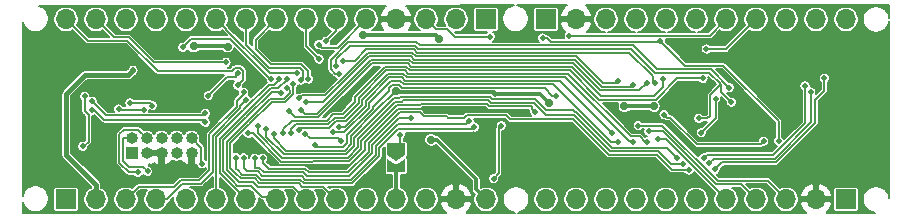
<source format=gbl>
G04 #@! TF.GenerationSoftware,KiCad,Pcbnew,5.1.5*
G04 #@! TF.CreationDate,2020-09-28T16:06:01-04:00*
G04 #@! TF.ProjectId,NanoX,4e616e6f-582e-46b6-9963-61645f706362,rev?*
G04 #@! TF.SameCoordinates,Original*
G04 #@! TF.FileFunction,Copper,L2,Bot*
G04 #@! TF.FilePolarity,Positive*
%FSLAX46Y46*%
G04 Gerber Fmt 4.6, Leading zero omitted, Abs format (unit mm)*
G04 Created by KiCad (PCBNEW 5.1.5) date 2020-09-28 16:06:01*
%MOMM*%
%LPD*%
G04 APERTURE LIST*
%ADD10O,1.700000X1.700000*%
%ADD11R,1.700000X1.700000*%
%ADD12O,1.000000X1.000000*%
%ADD13R,1.000000X1.000000*%
%ADD14C,0.150000*%
%ADD15C,0.700000*%
%ADD16C,0.500000*%
%ADD17C,0.900000*%
%ADD18C,0.300000*%
%ADD19C,0.200000*%
%ADD20C,0.400000*%
%ADD21C,0.152400*%
G04 APERTURE END LIST*
D10*
X176250600Y-86004400D03*
X173710600Y-86004400D03*
X171170600Y-86004400D03*
X168630600Y-86004400D03*
X166090600Y-86004400D03*
X163550600Y-86004400D03*
X161010600Y-86004400D03*
X158470600Y-86004400D03*
X155930600Y-86004400D03*
X153390600Y-86004400D03*
D11*
X150850600Y-86004400D03*
X176250600Y-101244400D03*
D10*
X173710600Y-101244400D03*
X171170600Y-101244400D03*
X168630600Y-101244400D03*
X166090600Y-101244400D03*
X163550600Y-101244400D03*
X161010600Y-101244400D03*
X158470600Y-101244400D03*
X155930600Y-101244400D03*
X153390600Y-101244400D03*
X150850600Y-101244400D03*
D11*
X145770600Y-86004400D03*
D10*
X143230600Y-86004400D03*
X140690600Y-86004400D03*
X138150600Y-86004400D03*
X135610600Y-86004400D03*
X133070600Y-86004400D03*
X130530600Y-86004400D03*
X127990600Y-86004400D03*
X125450600Y-86004400D03*
X122910600Y-86004400D03*
X120370600Y-86004400D03*
X117830600Y-86004400D03*
X115290600Y-86004400D03*
X112750600Y-86004400D03*
X110210600Y-86004400D03*
D11*
X110210600Y-101244400D03*
D10*
X112750600Y-101244400D03*
X115290600Y-101244400D03*
X117830600Y-101244400D03*
X120370600Y-101244400D03*
X122910600Y-101244400D03*
X125450600Y-101244400D03*
X127990600Y-101244400D03*
X130530600Y-101244400D03*
X133070600Y-101244400D03*
X135610600Y-101244400D03*
X138150600Y-101244400D03*
X140690600Y-101244400D03*
X143230600Y-101244400D03*
X145770600Y-101244400D03*
D12*
X120827800Y-96062800D03*
X120827800Y-97332800D03*
X119557800Y-96062800D03*
X119557800Y-97332800D03*
X118287800Y-96062800D03*
X118287800Y-97332800D03*
X117017800Y-96062800D03*
X117017800Y-97332800D03*
X115747800Y-96062800D03*
D13*
X115747800Y-97332800D03*
G04 #@! TA.AperFunction,SMDPad,CuDef*
D14*
G36*
X137400600Y-98964200D02*
G01*
X137400600Y-97814200D01*
X138150600Y-98314200D01*
X138900600Y-97814200D01*
X138900600Y-98964200D01*
X137400600Y-98964200D01*
G37*
G04 #@! TD.AperFunction*
G04 #@! TA.AperFunction,SMDPad,CuDef*
G36*
X138150600Y-98014200D02*
G01*
X137400600Y-97514200D01*
X137400600Y-96514200D01*
X138900600Y-96514200D01*
X138900600Y-97514200D01*
X138150600Y-98014200D01*
G37*
G04 #@! TD.AperFunction*
D15*
X141100000Y-96200000D03*
D16*
X111633000Y-94945200D03*
X126967070Y-91255490D03*
X120294400Y-90957400D03*
X121156242Y-98595725D03*
X127508000Y-97866200D03*
X131318000Y-98494359D03*
X140734113Y-93718710D03*
X133121400Y-93548200D03*
D17*
X140600000Y-99300000D03*
D16*
X135278208Y-91278206D03*
D15*
X136100000Y-99400000D03*
X142850000Y-93741250D03*
X143345419Y-99344484D03*
D16*
X148698624Y-93998376D03*
D15*
X160797120Y-92979120D03*
X169291000Y-94234000D03*
X170281600Y-93268800D03*
X145643600Y-98958400D03*
D16*
X109016800Y-99009200D03*
X119024400Y-93421200D03*
X118313200Y-88442800D03*
X118059200Y-99568000D03*
X165455600Y-95758000D03*
X111785400Y-92532200D03*
X111598600Y-96749800D03*
X120091200Y-88366600D03*
X127584200Y-91051400D03*
X115874800Y-90322400D03*
D15*
X138099800Y-92100759D03*
D16*
X127767065Y-95700864D03*
X146500000Y-92291210D03*
D15*
X151130000Y-93091000D03*
X157480000Y-93379001D03*
X159976311Y-93379001D03*
D16*
X117500400Y-93301201D03*
X115620800Y-93091000D03*
X121689354Y-98223846D03*
X126187200Y-97764600D03*
X139430271Y-94350800D03*
X147049896Y-95002922D03*
X146400000Y-99500000D03*
X146126200Y-87477600D03*
D15*
X121002917Y-88303413D03*
X123877319Y-88304681D03*
D16*
X138506200Y-95775800D03*
D15*
X135302956Y-87318881D03*
X141808200Y-87641090D03*
D16*
X129923787Y-92690011D03*
X156972000Y-91253981D03*
X158637546Y-95006854D03*
X130486347Y-93027081D03*
X158242000Y-91553991D03*
X159535485Y-95480515D03*
X130078571Y-93654237D03*
X159349685Y-91404685D03*
X160307000Y-96113600D03*
X129082800Y-93787123D03*
X160782000Y-91059000D03*
X169265600Y-96316800D03*
X160832800Y-94081600D03*
X133680200Y-89508160D03*
X160057001Y-91369121D03*
X129283103Y-95645147D03*
X159385000Y-96393000D03*
X129903905Y-95361743D03*
X158242000Y-96393000D03*
X132816600Y-95580200D03*
X156972000Y-96393000D03*
X133289932Y-95105200D03*
X156464000Y-95631000D03*
X122250200Y-92456000D03*
X124730986Y-90589599D03*
X125249780Y-92185664D03*
X125445281Y-92805567D03*
X130465165Y-95689599D03*
X133468799Y-96306795D03*
X128234203Y-91051400D03*
X128884206Y-91051400D03*
X128423256Y-92237102D03*
X133311513Y-90597314D03*
X166370000Y-91795600D03*
X165201600Y-92710000D03*
X163982400Y-95605600D03*
X128882876Y-91777482D03*
X133098633Y-89983160D03*
X166522400Y-93014800D03*
X163779200Y-94386400D03*
X129438400Y-91440000D03*
X124585640Y-97713800D03*
X144758878Y-95116676D03*
X125239048Y-97734078D03*
X144326802Y-94600000D03*
X131602091Y-88149810D03*
X132200000Y-87849800D03*
X131622800Y-89357200D03*
X130718601Y-91051400D03*
X130075989Y-91149126D03*
X129768600Y-90576400D03*
X123748800Y-89636600D03*
X124730986Y-91589601D03*
X112420400Y-93701800D03*
X121996200Y-94716600D03*
X126427462Y-95060538D03*
X162410888Y-98236440D03*
X164645221Y-98198821D03*
X173245800Y-92151200D03*
X112420400Y-92947800D03*
X121996200Y-93962600D03*
X127148989Y-95253207D03*
X161932024Y-97757576D03*
X164185600Y-97739200D03*
X172770800Y-91643200D03*
X116763800Y-93660200D03*
X114655600Y-93599000D03*
X116281200Y-98954801D03*
X128586430Y-95670067D03*
X164134800Y-91000600D03*
X164406238Y-88519000D03*
X117097876Y-98882811D03*
X131246515Y-96637637D03*
X152806400Y-87376000D03*
X151680000Y-92456000D03*
X126859263Y-97776998D03*
X162915600Y-98755200D03*
X165150800Y-98704400D03*
X174396400Y-90982800D03*
X125637396Y-95645226D03*
X149870785Y-93816815D03*
X150571200Y-87579200D03*
X160528000Y-87851000D03*
X170535600Y-96316800D03*
D18*
X144920601Y-100394401D02*
X145770600Y-101244400D01*
X144920601Y-99525627D02*
X144920601Y-100394401D01*
X141594974Y-96200000D02*
X144920601Y-99525627D01*
X141100000Y-96200000D02*
X141594974Y-96200000D01*
D14*
X127508000Y-97866200D02*
X128011140Y-98369340D01*
X131192981Y-98369340D02*
X131318000Y-98494359D01*
X128011140Y-98369340D02*
X131192981Y-98369340D01*
D18*
X133121400Y-93548200D02*
X135229601Y-91439999D01*
D14*
X140591192Y-93575789D02*
X140734113Y-93718710D01*
X131318000Y-98494359D02*
X134105627Y-98494359D01*
X134105627Y-98494359D02*
X135510050Y-97089936D01*
X138323685Y-93575789D02*
X140591192Y-93575789D01*
X135510050Y-97089936D02*
X135510050Y-96389424D01*
X135510050Y-96389424D02*
X138323685Y-93575789D01*
D18*
X140734113Y-93718710D02*
X142827460Y-93718710D01*
X135229601Y-91326813D02*
X135278208Y-91278206D01*
X135229601Y-91439999D02*
X135229601Y-91326813D01*
X142827460Y-93718710D02*
X142850000Y-93741250D01*
X143361233Y-93724991D02*
X145851879Y-93724991D01*
X143344974Y-93741250D02*
X143361233Y-93724991D01*
X142850000Y-93741250D02*
X143344974Y-93741250D01*
X145851879Y-93724991D02*
X145868129Y-93741241D01*
X148441489Y-93741241D02*
X148698624Y-93998376D01*
X145868129Y-93741241D02*
X148441489Y-93741241D01*
X164246401Y-96155601D02*
X166168002Y-94234000D01*
X160797120Y-92979120D02*
X161464012Y-93646012D01*
X163718399Y-96155601D02*
X164246401Y-96155601D01*
X161464012Y-93646012D02*
X161464012Y-93901214D01*
X166168002Y-94234000D02*
X169291000Y-94234000D01*
X161464012Y-93901214D02*
X163718399Y-96155601D01*
D14*
X112108001Y-94092403D02*
X112108001Y-96349799D01*
X111785400Y-93769802D02*
X112108001Y-94092403D01*
X111785400Y-92532200D02*
X111785400Y-93769802D01*
X111708000Y-96749800D02*
X111598600Y-96749800D01*
X112108001Y-96349799D02*
X111708000Y-96749800D01*
D19*
X120091200Y-88366600D02*
X120777000Y-87680800D01*
X120777000Y-87680800D02*
X124101968Y-87680800D01*
X124101968Y-87680800D02*
X127472568Y-91051400D01*
X127472568Y-91051400D02*
X127584200Y-91051400D01*
D20*
X115443000Y-90754200D02*
X115874800Y-90322400D01*
X111810800Y-90754200D02*
X115443000Y-90754200D01*
X112750600Y-101244400D02*
X112750600Y-100042319D01*
X112750600Y-100042319D02*
X110236000Y-97527719D01*
X110236000Y-92329000D02*
X111810800Y-90754200D01*
X110236000Y-97527719D02*
X110236000Y-92329000D01*
D18*
X137995537Y-92100759D02*
X138099800Y-92100759D01*
D14*
X136401181Y-93799378D02*
X138099800Y-92100759D01*
X134310010Y-95892352D02*
X136401181Y-93801181D01*
X134310010Y-96592864D02*
X134310010Y-95892352D01*
X127767065Y-95700864D02*
X127767065Y-96054417D01*
X127767065Y-96054417D02*
X128831976Y-97119328D01*
X136401181Y-93801181D02*
X136401181Y-93799378D01*
X128831976Y-97119328D02*
X133783547Y-97119327D01*
X133783547Y-97119327D02*
X134310010Y-96592864D01*
D18*
X138420458Y-92100759D02*
X138510919Y-92191220D01*
X138099800Y-92100759D02*
X138420458Y-92100759D01*
X146400010Y-92191220D02*
X146500000Y-92291210D01*
X138510919Y-92191220D02*
X146400010Y-92191220D01*
X146853553Y-92291210D02*
X146862343Y-92300000D01*
X146500000Y-92291210D02*
X146853553Y-92291210D01*
X146862343Y-92300000D02*
X148700000Y-92300000D01*
X148700000Y-92300000D02*
X148764200Y-92300000D01*
X148700000Y-92300000D02*
X150339000Y-92300000D01*
X150339000Y-92300000D02*
X151130000Y-93091000D01*
X157480000Y-93379001D02*
X159976311Y-93379001D01*
D19*
X117290199Y-93091000D02*
X115620800Y-93091000D01*
X117500400Y-93301201D02*
X117290199Y-93091000D01*
D14*
X121640600Y-96875600D02*
X121640600Y-98298000D01*
X120827800Y-96062800D02*
X121640600Y-96875600D01*
X130581400Y-99237800D02*
X130581400Y-99260366D01*
X130581400Y-99260366D02*
X130590403Y-99269369D01*
X126187200Y-97764600D02*
X126187200Y-98579714D01*
X126187200Y-98579714D02*
X126547949Y-98579715D01*
X126937593Y-98969359D02*
X130290394Y-98969360D01*
X126547949Y-98579715D02*
X126937593Y-98969359D01*
X130290394Y-98969360D02*
X130590403Y-99269369D01*
X138397230Y-94350800D02*
X139430271Y-94350800D01*
X130590403Y-99269369D02*
X134179174Y-99269368D01*
X136110070Y-97338472D02*
X136110070Y-96637960D01*
X134179174Y-99269368D02*
X136110070Y-97338472D01*
X136110070Y-96637960D02*
X138397230Y-94350800D01*
X140700000Y-86013800D02*
X140690600Y-86004400D01*
X140442992Y-86252008D02*
X140690600Y-86004400D01*
X146845601Y-95207217D02*
X146845601Y-99054399D01*
X147049896Y-95002922D02*
X146845601Y-95207217D01*
X146845601Y-99054399D02*
X146400000Y-99500000D01*
X141540599Y-86854399D02*
X140690600Y-86004400D01*
X142489597Y-86854399D02*
X141540599Y-86854399D01*
X143112798Y-87477600D02*
X142489597Y-86854399D01*
X146126200Y-87477600D02*
X143112798Y-87477600D01*
D18*
X123876051Y-88303413D02*
X123877319Y-88304681D01*
X121002917Y-88303413D02*
X123876051Y-88303413D01*
D14*
X138506200Y-96658600D02*
X138150600Y-97014200D01*
X138506200Y-95775800D02*
X138506200Y-96658600D01*
D18*
X135302956Y-87318881D02*
X141485991Y-87318881D01*
X141485991Y-87318881D02*
X141808200Y-87641090D01*
D14*
X132140566Y-92440012D02*
X133890289Y-90690290D01*
X133890289Y-90690290D02*
X135754909Y-88825674D01*
X130173786Y-92440012D02*
X132140566Y-92440012D01*
X129923787Y-92690011D02*
X130173786Y-92440012D01*
X135754909Y-88825674D02*
X139498509Y-88825675D01*
X139498509Y-88825675D02*
X139788954Y-89116120D01*
X139788954Y-89116120D02*
X148700000Y-89116120D01*
X148700000Y-89116120D02*
X153380957Y-89116123D01*
X153380957Y-89116123D02*
X155693805Y-91428971D01*
X156797010Y-91428971D02*
X156972000Y-91253981D01*
X155693805Y-91428971D02*
X156797010Y-91428971D01*
X171170600Y-101244400D02*
X169600590Y-99674390D01*
X165369146Y-99674390D02*
X160700270Y-95005514D01*
X169600590Y-99674390D02*
X165369146Y-99674390D01*
X158638886Y-95005514D02*
X158637546Y-95006854D01*
X160700270Y-95005514D02*
X158638886Y-95005514D01*
X139664686Y-89416130D02*
X148700000Y-89416130D01*
X130486347Y-93027081D02*
X131977775Y-93027081D01*
X131977775Y-93027081D02*
X135879176Y-89125683D01*
X135879176Y-89125683D02*
X139374240Y-89125684D01*
X139374240Y-89125684D02*
X139664686Y-89416130D01*
X148700000Y-89416130D02*
X153256688Y-89416132D01*
X153256688Y-89416132D02*
X155569537Y-91728981D01*
X158067010Y-91728981D02*
X158242000Y-91553991D01*
X155569537Y-91728981D02*
X158067010Y-91728981D01*
X167360600Y-99974400D02*
X168630600Y-101244400D01*
X159540317Y-95475683D02*
X160746161Y-95475683D01*
X160746161Y-95475683D02*
X165244878Y-99974400D01*
X165244878Y-99974400D02*
X167360600Y-99974400D01*
X159540317Y-95475683D02*
X159535485Y-95480515D01*
X139540418Y-89716140D02*
X148700000Y-89716140D01*
X139249971Y-89425693D02*
X139540418Y-89716140D01*
X130078571Y-93654237D02*
X130404334Y-93980000D01*
X130404334Y-93980000D02*
X131449134Y-93980000D01*
X131449134Y-93980000D02*
X136003443Y-89425692D01*
X136003443Y-89425692D02*
X139249971Y-89425693D01*
X148700000Y-89716140D02*
X153132419Y-89716141D01*
X153132419Y-89716141D02*
X155445269Y-92028991D01*
X158725379Y-92028991D02*
X159349685Y-91404685D01*
X155445269Y-92028991D02*
X158725379Y-92028991D01*
X160959800Y-96113600D02*
X166090600Y-101244400D01*
X160307000Y-96113600D02*
X160959800Y-96113600D01*
X160782000Y-91718960D02*
X160782000Y-91059000D01*
X159996969Y-92503991D02*
X160782000Y-91718960D01*
X131566690Y-94286722D02*
X136127711Y-89725702D01*
X129582399Y-94286722D02*
X131566690Y-94286722D01*
X129082800Y-93787123D02*
X129582399Y-94286722D01*
X153008150Y-90016150D02*
X155495991Y-92503991D01*
X136127711Y-89725702D02*
X139125702Y-89725702D01*
X139125702Y-89725702D02*
X139416150Y-90016150D01*
X139416150Y-90016150D02*
X153008150Y-90016150D01*
X155495991Y-92503991D02*
X159996969Y-92503991D01*
X169051789Y-96530611D02*
X169265600Y-96316800D01*
X163599253Y-96566799D02*
X169015601Y-96566799D01*
X169015601Y-96566799D02*
X169265600Y-96316800D01*
X161364053Y-94331599D02*
X161456027Y-94423573D01*
X161456027Y-94423573D02*
X163599253Y-96566799D01*
X161082799Y-94331599D02*
X161364053Y-94331599D01*
X160832800Y-94081600D02*
X161082799Y-94331599D01*
X161368054Y-94335600D02*
X161456027Y-94423573D01*
X133680200Y-89508160D02*
X134648144Y-89508160D01*
X139622778Y-88525666D02*
X139913222Y-88816110D01*
X134648144Y-89508160D02*
X135630641Y-88525665D01*
X135630641Y-88525665D02*
X139622778Y-88525666D01*
X139913222Y-88816110D02*
X157904110Y-88816110D01*
X157904110Y-88816110D02*
X159893000Y-90805000D01*
X159893000Y-91205120D02*
X160057001Y-91369121D01*
X159893000Y-90805000D02*
X159893000Y-91205120D01*
X134969003Y-93107720D02*
X134969003Y-92683429D01*
X129675904Y-94886742D02*
X132381110Y-94886742D01*
X134969003Y-92683429D02*
X137326740Y-90325722D01*
X133746534Y-94330189D02*
X134969003Y-93107720D01*
X132381110Y-94886742D02*
X132937663Y-94330189D01*
X137326740Y-90325722D02*
X138872875Y-90325722D01*
X132937663Y-94330189D02*
X133746534Y-94330189D01*
X129283103Y-95645147D02*
X129286000Y-95642250D01*
X129286000Y-95642250D02*
X129286000Y-95276646D01*
X129286000Y-95276646D02*
X129675904Y-94886742D01*
X138872875Y-90325722D02*
X139163323Y-90616170D01*
X158020999Y-95917999D02*
X158782999Y-95917999D01*
X152719170Y-90616170D02*
X158020999Y-95917999D01*
X139163323Y-90616170D02*
X152719170Y-90616170D01*
X159258000Y-96393000D02*
X159385000Y-96393000D01*
X158782999Y-95917999D02*
X159258000Y-96393000D01*
X135269013Y-92807710D02*
X137451008Y-90625723D01*
X135269013Y-93231988D02*
X135269013Y-92807710D01*
X133870802Y-94630199D02*
X135269013Y-93231988D01*
X132467530Y-95224600D02*
X133061931Y-94630199D01*
X133061931Y-94630199D02*
X133870802Y-94630199D01*
X129903905Y-95361743D02*
X130051051Y-95214597D01*
X130051051Y-95214597D02*
X131257197Y-95214597D01*
X131267200Y-95224600D02*
X132467530Y-95224600D01*
X131257197Y-95214597D02*
X131267200Y-95224600D01*
X137451008Y-90625723D02*
X138748606Y-90625731D01*
X138748606Y-90625731D02*
X139039055Y-90916180D01*
X152452182Y-90916180D02*
X157861000Y-96324998D01*
X139039055Y-90916180D02*
X152452182Y-90916180D01*
X158173998Y-96324998D02*
X158242000Y-96393000D01*
X157861000Y-96324998D02*
X158173998Y-96324998D01*
X135869033Y-93056246D02*
X137699531Y-91225748D01*
X135869033Y-93480524D02*
X135869033Y-93056246D01*
X133769357Y-95580200D02*
X132816600Y-95580200D01*
X133769357Y-95580200D02*
X135869033Y-93480524D01*
X137699531Y-91225748D02*
X138500070Y-91225749D01*
X138500070Y-91225749D02*
X138790521Y-91516200D01*
X138790521Y-91516200D02*
X151460200Y-91516200D01*
X156337000Y-96393000D02*
X156972000Y-96393000D01*
X151460200Y-91516200D02*
X156337000Y-96393000D01*
X135569023Y-93356256D02*
X135569023Y-92931978D01*
X135569023Y-92931978D02*
X137575270Y-90925732D01*
X133820079Y-95105200D02*
X135569023Y-93356256D01*
X133289932Y-95105200D02*
X133820079Y-95105200D01*
X137575270Y-90925732D02*
X138624337Y-90925740D01*
X138624337Y-90925740D02*
X138914787Y-91216190D01*
X138914787Y-91216190D02*
X152049190Y-91216190D01*
X152049190Y-91216190D02*
X156464000Y-95631000D01*
X123799600Y-90906600D02*
X122250200Y-92456000D01*
X124589047Y-90906600D02*
X123799600Y-90906600D01*
X124589047Y-90731538D02*
X124589047Y-90906600D01*
X124730986Y-90589599D02*
X124589047Y-90731538D01*
X119365955Y-100169399D02*
X116365601Y-100169399D01*
X116365601Y-100169399D02*
X115290600Y-101244400D01*
X119911764Y-99623590D02*
X119365955Y-100169399D01*
X121458010Y-99623590D02*
X119911764Y-99623590D01*
X122310582Y-98771018D02*
X121458010Y-99623590D01*
X122310582Y-95754620D02*
X122310582Y-98771018D01*
X125249780Y-92185664D02*
X125249780Y-92298066D01*
X125249780Y-92298066D02*
X124644002Y-92903844D01*
X124644002Y-92903844D02*
X124644002Y-93421200D01*
X124644002Y-93421200D02*
X122310582Y-95754620D01*
X117830600Y-101244400D02*
X118779598Y-101244400D01*
X118715232Y-101244400D02*
X117830600Y-101244400D01*
X120036032Y-99923600D02*
X118715232Y-101244400D01*
X124944011Y-93306837D02*
X124944011Y-93545469D01*
X122610590Y-98902810D02*
X121589800Y-99923600D01*
X124944011Y-93545469D02*
X122610591Y-95878889D01*
X121589800Y-99923600D02*
X120036032Y-99923600D01*
X125445281Y-92805567D02*
X124944011Y-93306837D01*
X122610591Y-95878889D02*
X122610590Y-98902810D01*
X133217205Y-96055201D02*
X133468799Y-96306795D01*
X130830767Y-96055201D02*
X133217205Y-96055201D01*
X130465165Y-95689599D02*
X130830767Y-96055201D01*
X122910600Y-101244400D02*
X122910600Y-96003158D01*
X122910600Y-96003158D02*
X125213158Y-93700600D01*
X125213158Y-93700600D02*
X125222000Y-93700600D01*
X127396199Y-91526401D02*
X127812201Y-91526401D01*
X125222000Y-93700600D02*
X127396199Y-91526401D01*
X128234203Y-91104399D02*
X128234203Y-91051400D01*
X127812201Y-91526401D02*
X128234203Y-91104399D01*
X125450600Y-101244400D02*
X123210610Y-99004410D01*
X123210610Y-99004410D02*
X123210610Y-96127426D01*
X123210610Y-96127426D02*
X125337426Y-94000610D01*
X125337426Y-94000610D02*
X125346269Y-94000609D01*
X127520467Y-91826411D02*
X127934389Y-91826411D01*
X125346269Y-94000609D02*
X127520467Y-91826411D01*
X128162195Y-91826410D02*
X128884206Y-91104399D01*
X128884206Y-91104399D02*
X128884206Y-91051400D01*
X127934389Y-91826411D02*
X127936470Y-91826410D01*
X127936470Y-91826410D02*
X128162195Y-91826410D01*
X127771198Y-101024998D02*
X127990600Y-101244400D01*
X125470538Y-94300618D02*
X125461696Y-94300618D01*
X127614778Y-92156378D02*
X125470538Y-94300618D01*
X126822200Y-101024998D02*
X127771198Y-101024998D01*
X128342532Y-92156378D02*
X127614778Y-92156378D01*
X128423256Y-92237102D02*
X128342532Y-92156378D01*
X125461696Y-94300618D02*
X123510620Y-96251694D01*
X124336761Y-99706283D02*
X124710239Y-100079761D01*
X123510620Y-96251694D02*
X123510620Y-98872620D01*
X125876963Y-100079761D02*
X126822200Y-101024998D01*
X123510620Y-98872620D02*
X124336761Y-99698761D01*
X124336761Y-99698761D02*
X124336761Y-99706283D01*
X124710239Y-100079761D02*
X125876963Y-100079761D01*
X165201600Y-94386400D02*
X163982400Y-95605600D01*
X165201600Y-92710000D02*
X165201600Y-94386400D01*
X139871316Y-87925648D02*
X140161758Y-88216090D01*
X164799990Y-90225590D02*
X166370000Y-91795600D01*
X134113631Y-87925647D02*
X139871316Y-87925648D01*
X133311513Y-90597314D02*
X133009785Y-90597314D01*
X158185568Y-88216090D02*
X160195068Y-90225590D01*
X140161758Y-88216090D02*
X158185568Y-88216090D01*
X133009785Y-90597314D02*
X132623632Y-90211161D01*
X132623632Y-90211161D02*
X132623632Y-89415646D01*
X160195068Y-90225590D02*
X164799990Y-90225590D01*
X132623632Y-89415646D02*
X134113631Y-87925647D01*
X128955800Y-91850406D02*
X128882876Y-91777482D01*
X129455599Y-100169399D02*
X130530600Y-101244400D01*
X126432999Y-100169399D02*
X129455599Y-100169399D01*
X124842029Y-99779751D02*
X126043351Y-99779751D01*
X124468551Y-99406273D02*
X124842029Y-99779751D01*
X128651257Y-92712103D02*
X127483331Y-92712103D01*
X129132875Y-92027481D02*
X129132875Y-92230485D01*
X124468551Y-99398751D02*
X124468551Y-99406273D01*
X129132875Y-92230485D02*
X128651257Y-92712103D01*
X126043351Y-99779751D02*
X126432999Y-100169399D01*
X128882876Y-91777482D02*
X129132875Y-92027481D01*
X127483331Y-92712103D02*
X125594807Y-94600627D01*
X125594807Y-94600627D02*
X125585964Y-94600628D01*
X123810630Y-96375962D02*
X123810630Y-98740830D01*
X125585964Y-94600628D02*
X123810630Y-96375962D01*
X123810630Y-98740830D02*
X124468551Y-99398751D01*
X165649861Y-92142261D02*
X166522400Y-93014800D01*
X165649861Y-91499739D02*
X165649861Y-92142261D01*
X164726599Y-92423001D02*
X164726599Y-94165399D01*
X165649861Y-91499739D02*
X164726599Y-92423001D01*
X164505598Y-94386400D02*
X163779200Y-94386400D01*
X164726599Y-94165399D02*
X164505598Y-94386400D01*
X164675722Y-90525600D02*
X165649861Y-91499739D01*
X160037878Y-90525600D02*
X164675722Y-90525600D01*
X158061300Y-88516100D02*
X158061300Y-88549022D01*
X140037490Y-88516100D02*
X158061300Y-88516100D01*
X133098633Y-89983160D02*
X133098633Y-89364923D01*
X133098633Y-89364923D02*
X134237899Y-88225657D01*
X158061300Y-88549022D02*
X160037878Y-90525600D01*
X139747047Y-88225657D02*
X140037490Y-88516100D01*
X134237899Y-88225657D02*
X139747047Y-88225657D01*
X131995599Y-100169399D02*
X133070600Y-101244400D01*
X129917589Y-99869389D02*
X130217599Y-100169399D01*
X126564789Y-99869389D02*
X129917589Y-99869389D01*
X126175142Y-99479742D02*
X126564789Y-99869389D01*
X127607599Y-93012113D02*
X125719076Y-94900636D01*
X125006741Y-99479741D02*
X126175142Y-99479742D01*
X129438400Y-91440000D02*
X129438400Y-92349238D01*
X128775526Y-93012112D02*
X127607599Y-93012113D01*
X130217599Y-100169399D02*
X131995599Y-100169399D01*
X124110640Y-96500230D02*
X124110640Y-98609040D01*
X129438400Y-92349238D02*
X128775526Y-93012112D01*
X125719076Y-94900636D02*
X125710234Y-94900636D01*
X125710234Y-94900636D02*
X124110640Y-96500230D01*
X124110640Y-98609040D02*
X124600341Y-99098741D01*
X124600341Y-99098741D02*
X124625741Y-99098741D01*
X124625741Y-99098741D02*
X125006741Y-99479741D01*
D18*
X138150600Y-98464200D02*
X138150600Y-101244400D01*
D14*
X124724609Y-98798731D02*
X124585640Y-98659762D01*
X124750010Y-98798732D02*
X124724609Y-98798731D01*
X125131009Y-99179731D02*
X124750010Y-98798732D01*
X136710090Y-96886496D02*
X136710090Y-97587008D01*
X144758878Y-95116676D02*
X144574754Y-95300800D01*
X124585640Y-98659762D02*
X124585640Y-97713800D01*
X138295786Y-95300800D02*
X136710090Y-96886496D01*
X134427710Y-99869388D02*
X130341867Y-99869389D01*
X126689057Y-99569379D02*
X126299411Y-99179733D01*
X144574754Y-95300800D02*
X138295786Y-95300800D01*
X136710090Y-97587008D02*
X134427710Y-99869388D01*
X130041857Y-99569379D02*
X126689057Y-99569379D01*
X126299411Y-99179733D02*
X125131009Y-99179731D01*
X130341867Y-99869389D02*
X130041857Y-99569379D01*
X125498922Y-98879722D02*
X126423680Y-98879724D01*
X125239048Y-98619848D02*
X125498922Y-98879722D01*
X126813325Y-99269369D02*
X130166125Y-99269369D01*
X126423680Y-98879724D02*
X126813325Y-99269369D01*
X125239048Y-97734078D02*
X125239048Y-98619848D01*
X136410080Y-96762228D02*
X138346508Y-94825800D01*
X130166125Y-99269369D02*
X130466135Y-99569379D01*
X130466135Y-99569379D02*
X134303441Y-99569379D01*
X134303441Y-99569379D02*
X136410080Y-97462740D01*
X136410080Y-97462740D02*
X136410080Y-96762228D01*
X142325800Y-94825800D02*
X142400000Y-94900000D01*
X138346508Y-94825800D02*
X142325800Y-94825800D01*
X144026802Y-94900000D02*
X144326802Y-94600000D01*
X142400000Y-94900000D02*
X144026802Y-94900000D01*
X133215191Y-88399809D02*
X135610600Y-86004400D01*
X131852090Y-88399809D02*
X133215191Y-88399809D01*
X131602091Y-88149810D02*
X131852090Y-88399809D01*
X133070600Y-86979200D02*
X133070600Y-86004400D01*
X132200000Y-87849800D02*
X133070600Y-86979200D01*
X130530600Y-86004400D02*
X130530600Y-88265000D01*
X131622800Y-89357200D02*
X130530600Y-88265000D01*
X130718601Y-90399121D02*
X130718601Y-91051400D01*
X127990600Y-86004400D02*
X126243178Y-87751822D01*
X130120870Y-89801390D02*
X130718601Y-90399121D01*
X126243178Y-88513822D02*
X127530745Y-89801389D01*
X126243178Y-87751822D02*
X126243178Y-88513822D01*
X127530745Y-89801389D02*
X130120870Y-89801390D01*
X125450600Y-86004400D02*
X125450600Y-88145522D01*
X125450600Y-88145522D02*
X127406477Y-90101399D01*
X127406477Y-90101399D02*
X129996601Y-90101399D01*
X129996601Y-90101399D02*
X130243601Y-90348399D01*
X130243601Y-90981514D02*
X130075989Y-91149126D01*
X130243601Y-90348399D02*
X130243601Y-90981514D01*
X123760599Y-86854399D02*
X123760599Y-86879799D01*
X122910600Y-86004400D02*
X123760599Y-86854399D01*
X123760599Y-86879799D02*
X127457200Y-90576400D01*
X127457200Y-90576400D02*
X129768600Y-90576400D01*
X117619878Y-89636600D02*
X115516468Y-87533190D01*
X123748800Y-89636600D02*
X117619878Y-89636600D01*
X114279390Y-87533190D02*
X112750600Y-86004400D01*
X115516468Y-87533190D02*
X114279390Y-87533190D01*
X110210600Y-86004400D02*
X112039400Y-87833200D01*
X115392200Y-87833200D02*
X112039400Y-87833200D01*
X124223773Y-90393810D02*
X117952810Y-90393810D01*
X124502985Y-90114598D02*
X124223773Y-90393810D01*
X124730986Y-91589601D02*
X125205987Y-91114600D01*
X125205987Y-91114600D02*
X125205987Y-90361598D01*
X124958987Y-90114598D02*
X124502985Y-90114598D01*
X117952810Y-90393810D02*
X115392200Y-87833200D01*
X125205987Y-90361598D02*
X124958987Y-90114598D01*
D21*
X112420400Y-93701800D02*
X112594200Y-93528000D01*
X121996200Y-94716600D02*
X121822400Y-94542800D01*
X121822400Y-94542800D02*
X113440663Y-94542800D01*
X113440663Y-94542800D02*
X112599663Y-93701800D01*
X112599663Y-93701800D02*
X112420400Y-93701800D01*
D14*
X134910030Y-96140888D02*
X138075149Y-92975769D01*
X126427462Y-95060538D02*
X126427462Y-95657461D01*
X126427462Y-95657461D02*
X128489349Y-97719348D01*
X128489349Y-97719348D02*
X134032083Y-97719347D01*
X134910030Y-96841400D02*
X134910030Y-96140888D01*
X134032083Y-97719347D02*
X134910030Y-96841400D01*
X138624231Y-92975769D02*
X138733760Y-92866240D01*
X138075149Y-92975769D02*
X138624231Y-92975769D01*
X138733760Y-92866240D02*
X145947750Y-92866240D01*
X146147731Y-93066221D02*
X148633779Y-93066221D01*
X145947750Y-92866240D02*
X146147731Y-93066221D01*
X149791943Y-93066221D02*
X150841723Y-94116001D01*
X148633779Y-93066221D02*
X149791943Y-93066221D01*
X153211445Y-94116001D02*
X156275844Y-97180400D01*
X150841723Y-94116001D02*
X153211445Y-94116001D01*
X156275844Y-97180400D02*
X160324800Y-97180400D01*
X161380840Y-98236440D02*
X162410888Y-98236440D01*
X160324800Y-97180400D02*
X161380840Y-98236440D01*
X164645221Y-98198821D02*
X165054831Y-97789211D01*
X173245800Y-94733880D02*
X173245800Y-92151200D01*
X170190470Y-97789210D02*
X173245800Y-94733880D01*
X165054831Y-97789211D02*
X170190470Y-97789210D01*
D21*
X112420400Y-92947800D02*
X112594200Y-93121600D01*
X121996200Y-93962600D02*
X121822400Y-94136400D01*
X112698191Y-93225591D02*
X112420400Y-92947800D01*
X112719463Y-93225591D02*
X112698191Y-93225591D01*
X112896609Y-93424009D02*
X112896609Y-93402737D01*
X113609000Y-94136400D02*
X112896609Y-93424009D01*
X112896609Y-93402737D02*
X112719463Y-93225591D01*
X121822400Y-94136400D02*
X113609000Y-94136400D01*
D14*
X127148989Y-95253207D02*
X127148989Y-95954710D01*
X127148989Y-95954710D02*
X128613617Y-97419338D01*
X128635938Y-97419338D02*
X133907814Y-97419338D01*
X133907814Y-97419338D02*
X134610020Y-96717132D01*
X134610020Y-96717132D02*
X134610020Y-96016620D01*
X134610020Y-96016620D02*
X137950881Y-92675759D01*
X138424241Y-92675759D02*
X138533770Y-92566230D01*
X137950881Y-92675759D02*
X138424241Y-92675759D01*
X138533770Y-92566230D02*
X146072018Y-92566230D01*
X146271999Y-92766211D02*
X148700000Y-92766211D01*
X146072018Y-92566230D02*
X146271999Y-92766211D01*
X148700000Y-92766211D02*
X149916211Y-92766211D01*
X150816001Y-93666001D02*
X153152801Y-93666001D01*
X149916211Y-92766211D02*
X150816001Y-93666001D01*
X153152801Y-93666001D02*
X153302791Y-93815991D01*
X153335713Y-93815991D02*
X156395322Y-96875600D01*
X153302791Y-93815991D02*
X153335713Y-93815991D01*
X161050048Y-96875600D02*
X161932024Y-97757576D01*
X156395322Y-96875600D02*
X161050048Y-96875600D01*
X170066201Y-97489201D02*
X172770800Y-94784602D01*
X164435599Y-97489201D02*
X170066201Y-97489201D01*
X164185600Y-97739200D02*
X164435599Y-97489201D01*
X172770800Y-94784602D02*
X172770800Y-91643200D01*
D19*
X114716800Y-93660200D02*
X114655600Y-93599000D01*
X116763800Y-93660200D02*
X114716800Y-93660200D01*
D14*
X115126601Y-95337799D02*
X116292799Y-95337799D01*
X116292799Y-95337799D02*
X117017800Y-96062800D01*
X114722789Y-95741611D02*
X115126601Y-95337799D01*
X114722789Y-98137069D02*
X114722789Y-95741611D01*
X115540521Y-98954801D02*
X114722789Y-98137069D01*
X116281200Y-98954801D02*
X115540521Y-98954801D01*
X132256842Y-94586732D02*
X132813395Y-94030179D01*
X134668993Y-92983452D02*
X134668993Y-92807695D01*
X128586430Y-95316514D02*
X129316212Y-94586732D01*
X128586430Y-95670067D02*
X128586430Y-95316514D01*
X132813395Y-94030179D02*
X133622266Y-94030179D01*
X133622266Y-94030179D02*
X134668993Y-92983452D01*
X134668993Y-92807695D02*
X134668995Y-92559159D01*
X129316212Y-94586732D02*
X132256842Y-94586732D01*
X134668995Y-92559159D02*
X135313162Y-91915000D01*
X166116000Y-88519000D02*
X168630600Y-86004400D01*
X164406238Y-88519000D02*
X166116000Y-88519000D01*
X152843439Y-90316161D02*
X155331279Y-92804001D01*
X135313162Y-91915001D02*
X137202472Y-90025712D01*
X137202472Y-90025712D02*
X138997143Y-90025712D01*
X138997143Y-90025712D02*
X139287591Y-90316160D01*
X155331279Y-92804001D02*
X160121237Y-92804001D01*
X139287591Y-90316160D02*
X152843439Y-90316161D01*
X161924638Y-91000600D02*
X164134800Y-91000600D01*
X160121237Y-92804001D02*
X161924638Y-91000600D01*
X115040694Y-96062800D02*
X115747800Y-96062800D01*
X117097876Y-98882811D02*
X116694865Y-98479800D01*
X115489799Y-98479801D02*
X115022799Y-98012801D01*
X115022799Y-96080695D02*
X115040694Y-96062800D01*
X116694865Y-98479800D02*
X115489799Y-98479801D01*
X115022799Y-98012801D02*
X115022799Y-96080695D01*
X134818432Y-94959652D02*
X136169042Y-93609042D01*
X134010000Y-95763835D02*
X134814183Y-94959652D01*
X134010000Y-96468596D02*
X134010000Y-95763835D01*
X134814183Y-94959652D02*
X134818432Y-94959652D01*
X131246515Y-96706515D02*
X131359318Y-96819318D01*
X133659278Y-96819318D02*
X134010000Y-96468596D01*
X131359318Y-96819318D02*
X133659278Y-96819318D01*
X131246515Y-96637637D02*
X131246515Y-96706515D01*
X137524799Y-92075201D02*
X137524799Y-91824758D01*
X136169042Y-93430958D02*
X137524799Y-92075201D01*
X136169042Y-93609042D02*
X136169042Y-93430958D01*
X137524799Y-91824758D02*
X137823799Y-91525758D01*
X138666253Y-91816210D02*
X148700000Y-91816210D01*
X137823799Y-91525758D02*
X138375801Y-91525758D01*
X138375801Y-91525758D02*
X138666253Y-91816210D01*
X148700000Y-91816210D02*
X150744210Y-91816210D01*
X150744210Y-91816210D02*
X151384000Y-92456000D01*
X151384000Y-92456000D02*
X151680000Y-92456000D01*
X164719000Y-87376000D02*
X166090600Y-86004400D01*
X152806400Y-87376000D02*
X164719000Y-87376000D01*
X135810060Y-97214204D02*
X135810060Y-96513692D01*
X134054905Y-98969359D02*
X135810060Y-97214204D01*
X130737237Y-98969359D02*
X134054905Y-98969359D01*
X126859263Y-97776998D02*
X126859263Y-98130551D01*
X138447953Y-93875799D02*
X140182600Y-93875799D01*
X127398062Y-98669350D02*
X130437228Y-98669350D01*
X135810060Y-96513692D02*
X138447953Y-93875799D01*
X126859263Y-98130551D02*
X127398062Y-98669350D01*
X130437228Y-98669350D02*
X130737237Y-98969359D01*
X140182600Y-93875799D02*
X140500512Y-94193711D01*
X140500512Y-94193711D02*
X142451459Y-94193711D01*
X142573999Y-94316251D02*
X143907549Y-94316251D01*
X142451459Y-94193711D02*
X142573999Y-94316251D01*
X143907549Y-94316251D02*
X144123800Y-94100000D01*
X144123800Y-94100000D02*
X144140051Y-94116251D01*
X144289999Y-94124999D02*
X147464999Y-94124999D01*
X144265000Y-94100000D02*
X144289999Y-94124999D01*
X144123800Y-94100000D02*
X144265000Y-94100000D01*
X147813377Y-94473377D02*
X153144543Y-94473377D01*
X147464999Y-94124999D02*
X147813377Y-94473377D01*
X153144543Y-94473377D02*
X156151576Y-97480410D01*
X160200532Y-97480410D02*
X161475322Y-98755200D01*
X156151576Y-97480410D02*
X160200532Y-97480410D01*
X161475322Y-98755200D02*
X162915600Y-98755200D01*
X165150800Y-98704400D02*
X165765981Y-98089219D01*
X170314739Y-98089219D02*
X173634400Y-94769558D01*
X165765981Y-98089219D02*
X170314739Y-98089219D01*
X173634400Y-94769558D02*
X173634400Y-92811600D01*
X174396400Y-92049600D02*
X174396400Y-90982800D01*
X173634400Y-92811600D02*
X174396400Y-92049600D01*
X135210040Y-96265156D02*
X138199417Y-93275779D01*
X135210040Y-96965668D02*
X135210040Y-96265156D01*
X134156350Y-98019358D02*
X135210040Y-96965668D01*
X131089999Y-98019358D02*
X134156350Y-98019358D01*
X128415053Y-98069330D02*
X131040027Y-98069330D01*
X138199417Y-93275779D02*
X140131800Y-93275779D01*
X125990949Y-95645226D02*
X128415053Y-98069330D01*
X125637396Y-95645226D02*
X125990949Y-95645226D01*
X131040027Y-98069330D02*
X131089999Y-98019358D01*
X140131800Y-93275779D02*
X140241329Y-93166250D01*
X145823482Y-93166250D02*
X146023463Y-93366231D01*
X140241329Y-93166250D02*
X145823482Y-93166250D01*
X146023463Y-93366231D02*
X148700000Y-93366231D01*
X148700000Y-93366231D02*
X148738231Y-93366231D01*
X148700000Y-93366231D02*
X149667675Y-93366231D01*
X149667675Y-93613705D02*
X149870785Y-93816815D01*
X149667675Y-93366231D02*
X149667675Y-93613705D01*
X150924753Y-87579200D02*
X151261634Y-87916081D01*
X150571200Y-87579200D02*
X150924753Y-87579200D01*
X151261634Y-87916081D02*
X160462919Y-87916081D01*
X160462919Y-87916081D02*
X160528000Y-87851000D01*
X160528000Y-87851000D02*
X162602580Y-89925580D01*
X165833582Y-89925580D02*
X170535600Y-94627598D01*
X170535600Y-94627598D02*
X170535600Y-96316800D01*
X162602580Y-89925580D02*
X165833582Y-89925580D01*
G36*
X152468058Y-84907848D02*
G01*
X152271858Y-85108897D01*
X152118650Y-85344360D01*
X152014323Y-85605188D01*
X152114567Y-85825400D01*
X153211600Y-85825400D01*
X153211600Y-85805400D01*
X153569600Y-85805400D01*
X153569600Y-85825400D01*
X154666633Y-85825400D01*
X154766877Y-85605188D01*
X154662550Y-85344360D01*
X154509342Y-85108897D01*
X154313142Y-84907848D01*
X154202573Y-84832000D01*
X179912201Y-84832000D01*
X179912201Y-85876509D01*
X179872367Y-85676250D01*
X179787562Y-85471513D01*
X179664444Y-85287255D01*
X179507745Y-85130556D01*
X179323487Y-85007438D01*
X179118750Y-84922633D01*
X178901403Y-84879400D01*
X178679797Y-84879400D01*
X178462450Y-84922633D01*
X178257713Y-85007438D01*
X178073455Y-85130556D01*
X177916756Y-85287255D01*
X177793638Y-85471513D01*
X177708833Y-85676250D01*
X177665600Y-85893597D01*
X177665600Y-86115203D01*
X177708833Y-86332550D01*
X177793638Y-86537287D01*
X177916756Y-86721545D01*
X178073455Y-86878244D01*
X178257713Y-87001362D01*
X178462450Y-87086167D01*
X178679797Y-87129400D01*
X178901403Y-87129400D01*
X179118750Y-87086167D01*
X179323487Y-87001362D01*
X179507745Y-86878244D01*
X179664444Y-86721545D01*
X179787562Y-86537287D01*
X179872367Y-86332550D01*
X179912201Y-86132291D01*
X179912200Y-101116504D01*
X179872367Y-100916250D01*
X179787562Y-100711513D01*
X179664444Y-100527255D01*
X179507745Y-100370556D01*
X179323487Y-100247438D01*
X179118750Y-100162633D01*
X178901403Y-100119400D01*
X178679797Y-100119400D01*
X178462450Y-100162633D01*
X178257713Y-100247438D01*
X178073455Y-100370556D01*
X177916756Y-100527255D01*
X177793638Y-100711513D01*
X177708833Y-100916250D01*
X177665600Y-101133597D01*
X177665600Y-101355203D01*
X177708833Y-101572550D01*
X177793638Y-101777287D01*
X177916756Y-101961545D01*
X178073455Y-102118244D01*
X178257713Y-102241362D01*
X178462450Y-102326167D01*
X178662704Y-102366000D01*
X174596628Y-102366000D01*
X174633142Y-102340952D01*
X174829342Y-102139903D01*
X174982550Y-101904440D01*
X175086877Y-101643612D01*
X174986633Y-101423400D01*
X173889600Y-101423400D01*
X173889600Y-101443400D01*
X173531600Y-101443400D01*
X173531600Y-101423400D01*
X172434567Y-101423400D01*
X172334323Y-101643612D01*
X172438650Y-101904440D01*
X172591858Y-102139903D01*
X172788058Y-102340952D01*
X172824572Y-102366000D01*
X149719799Y-102366000D01*
X149719728Y-102365993D01*
X149707758Y-102366000D01*
X149695325Y-102366000D01*
X149695251Y-102366007D01*
X148434753Y-102366744D01*
X148638750Y-102326167D01*
X148843487Y-102241362D01*
X149027745Y-102118244D01*
X149184444Y-101961545D01*
X149307562Y-101777287D01*
X149392367Y-101572550D01*
X149435600Y-101355203D01*
X149435600Y-101138522D01*
X149775600Y-101138522D01*
X149775600Y-101350278D01*
X149816912Y-101557966D01*
X149897948Y-101753603D01*
X150015593Y-101929672D01*
X150165328Y-102079407D01*
X150341397Y-102197052D01*
X150537034Y-102278088D01*
X150744722Y-102319400D01*
X150956478Y-102319400D01*
X151164166Y-102278088D01*
X151359803Y-102197052D01*
X151535872Y-102079407D01*
X151685607Y-101929672D01*
X151803252Y-101753603D01*
X151884288Y-101557966D01*
X151925600Y-101350278D01*
X151925600Y-101138522D01*
X152315600Y-101138522D01*
X152315600Y-101350278D01*
X152356912Y-101557966D01*
X152437948Y-101753603D01*
X152555593Y-101929672D01*
X152705328Y-102079407D01*
X152881397Y-102197052D01*
X153077034Y-102278088D01*
X153284722Y-102319400D01*
X153496478Y-102319400D01*
X153704166Y-102278088D01*
X153899803Y-102197052D01*
X154075872Y-102079407D01*
X154225607Y-101929672D01*
X154343252Y-101753603D01*
X154424288Y-101557966D01*
X154465600Y-101350278D01*
X154465600Y-101138522D01*
X154855600Y-101138522D01*
X154855600Y-101350278D01*
X154896912Y-101557966D01*
X154977948Y-101753603D01*
X155095593Y-101929672D01*
X155245328Y-102079407D01*
X155421397Y-102197052D01*
X155617034Y-102278088D01*
X155824722Y-102319400D01*
X156036478Y-102319400D01*
X156244166Y-102278088D01*
X156439803Y-102197052D01*
X156615872Y-102079407D01*
X156765607Y-101929672D01*
X156883252Y-101753603D01*
X156964288Y-101557966D01*
X157005600Y-101350278D01*
X157005600Y-101138522D01*
X157395600Y-101138522D01*
X157395600Y-101350278D01*
X157436912Y-101557966D01*
X157517948Y-101753603D01*
X157635593Y-101929672D01*
X157785328Y-102079407D01*
X157961397Y-102197052D01*
X158157034Y-102278088D01*
X158364722Y-102319400D01*
X158576478Y-102319400D01*
X158784166Y-102278088D01*
X158979803Y-102197052D01*
X159155872Y-102079407D01*
X159305607Y-101929672D01*
X159423252Y-101753603D01*
X159504288Y-101557966D01*
X159545600Y-101350278D01*
X159545600Y-101138522D01*
X159935600Y-101138522D01*
X159935600Y-101350278D01*
X159976912Y-101557966D01*
X160057948Y-101753603D01*
X160175593Y-101929672D01*
X160325328Y-102079407D01*
X160501397Y-102197052D01*
X160697034Y-102278088D01*
X160904722Y-102319400D01*
X161116478Y-102319400D01*
X161324166Y-102278088D01*
X161519803Y-102197052D01*
X161695872Y-102079407D01*
X161845607Y-101929672D01*
X161963252Y-101753603D01*
X162044288Y-101557966D01*
X162085600Y-101350278D01*
X162085600Y-101138522D01*
X162475600Y-101138522D01*
X162475600Y-101350278D01*
X162516912Y-101557966D01*
X162597948Y-101753603D01*
X162715593Y-101929672D01*
X162865328Y-102079407D01*
X163041397Y-102197052D01*
X163237034Y-102278088D01*
X163444722Y-102319400D01*
X163656478Y-102319400D01*
X163864166Y-102278088D01*
X164059803Y-102197052D01*
X164235872Y-102079407D01*
X164385607Y-101929672D01*
X164503252Y-101753603D01*
X164584288Y-101557966D01*
X164625600Y-101350278D01*
X164625600Y-101138522D01*
X164584288Y-100930834D01*
X164503252Y-100735197D01*
X164385607Y-100559128D01*
X164235872Y-100409393D01*
X164059803Y-100291748D01*
X163864166Y-100210712D01*
X163656478Y-100169400D01*
X163444722Y-100169400D01*
X163237034Y-100210712D01*
X163041397Y-100291748D01*
X162865328Y-100409393D01*
X162715593Y-100559128D01*
X162597948Y-100735197D01*
X162516912Y-100930834D01*
X162475600Y-101138522D01*
X162085600Y-101138522D01*
X162044288Y-100930834D01*
X161963252Y-100735197D01*
X161845607Y-100559128D01*
X161695872Y-100409393D01*
X161519803Y-100291748D01*
X161324166Y-100210712D01*
X161116478Y-100169400D01*
X160904722Y-100169400D01*
X160697034Y-100210712D01*
X160501397Y-100291748D01*
X160325328Y-100409393D01*
X160175593Y-100559128D01*
X160057948Y-100735197D01*
X159976912Y-100930834D01*
X159935600Y-101138522D01*
X159545600Y-101138522D01*
X159504288Y-100930834D01*
X159423252Y-100735197D01*
X159305607Y-100559128D01*
X159155872Y-100409393D01*
X158979803Y-100291748D01*
X158784166Y-100210712D01*
X158576478Y-100169400D01*
X158364722Y-100169400D01*
X158157034Y-100210712D01*
X157961397Y-100291748D01*
X157785328Y-100409393D01*
X157635593Y-100559128D01*
X157517948Y-100735197D01*
X157436912Y-100930834D01*
X157395600Y-101138522D01*
X157005600Y-101138522D01*
X156964288Y-100930834D01*
X156883252Y-100735197D01*
X156765607Y-100559128D01*
X156615872Y-100409393D01*
X156439803Y-100291748D01*
X156244166Y-100210712D01*
X156036478Y-100169400D01*
X155824722Y-100169400D01*
X155617034Y-100210712D01*
X155421397Y-100291748D01*
X155245328Y-100409393D01*
X155095593Y-100559128D01*
X154977948Y-100735197D01*
X154896912Y-100930834D01*
X154855600Y-101138522D01*
X154465600Y-101138522D01*
X154424288Y-100930834D01*
X154343252Y-100735197D01*
X154225607Y-100559128D01*
X154075872Y-100409393D01*
X153899803Y-100291748D01*
X153704166Y-100210712D01*
X153496478Y-100169400D01*
X153284722Y-100169400D01*
X153077034Y-100210712D01*
X152881397Y-100291748D01*
X152705328Y-100409393D01*
X152555593Y-100559128D01*
X152437948Y-100735197D01*
X152356912Y-100930834D01*
X152315600Y-101138522D01*
X151925600Y-101138522D01*
X151884288Y-100930834D01*
X151803252Y-100735197D01*
X151685607Y-100559128D01*
X151535872Y-100409393D01*
X151359803Y-100291748D01*
X151164166Y-100210712D01*
X150956478Y-100169400D01*
X150744722Y-100169400D01*
X150537034Y-100210712D01*
X150341397Y-100291748D01*
X150165328Y-100409393D01*
X150015593Y-100559128D01*
X149897948Y-100735197D01*
X149816912Y-100930834D01*
X149775600Y-101138522D01*
X149435600Y-101138522D01*
X149435600Y-101133597D01*
X149392367Y-100916250D01*
X149307562Y-100711513D01*
X149184444Y-100527255D01*
X149027745Y-100370556D01*
X148843487Y-100247438D01*
X148638750Y-100162633D01*
X148421403Y-100119400D01*
X148199797Y-100119400D01*
X147982450Y-100162633D01*
X147777713Y-100247438D01*
X147593455Y-100370556D01*
X147436756Y-100527255D01*
X147313638Y-100711513D01*
X147228833Y-100916250D01*
X147185600Y-101133597D01*
X147185600Y-101355203D01*
X147228833Y-101572550D01*
X147313638Y-101777287D01*
X147436756Y-101961545D01*
X147593455Y-102118244D01*
X147777713Y-102241362D01*
X147982450Y-102326167D01*
X148187175Y-102366889D01*
X144111857Y-102369273D01*
X144153142Y-102340952D01*
X144349342Y-102139903D01*
X144502550Y-101904440D01*
X144606877Y-101643612D01*
X144506633Y-101423400D01*
X143409600Y-101423400D01*
X143409600Y-101443400D01*
X143051600Y-101443400D01*
X143051600Y-101423400D01*
X141954567Y-101423400D01*
X141854323Y-101643612D01*
X141958650Y-101904440D01*
X142111858Y-102139903D01*
X142308058Y-102340952D01*
X142350844Y-102370302D01*
X106523600Y-102391255D01*
X106523600Y-101449190D01*
X106538033Y-101521750D01*
X106622838Y-101726487D01*
X106745956Y-101910745D01*
X106902655Y-102067444D01*
X107086913Y-102190562D01*
X107291650Y-102275367D01*
X107508997Y-102318600D01*
X107730603Y-102318600D01*
X107947950Y-102275367D01*
X108152687Y-102190562D01*
X108336945Y-102067444D01*
X108493644Y-101910745D01*
X108616762Y-101726487D01*
X108701567Y-101521750D01*
X108744800Y-101304403D01*
X108744800Y-101082797D01*
X108701567Y-100865450D01*
X108616762Y-100660713D01*
X108493644Y-100476455D01*
X108411589Y-100394400D01*
X109134512Y-100394400D01*
X109134512Y-102094400D01*
X109138856Y-102138508D01*
X109151722Y-102180920D01*
X109172615Y-102220008D01*
X109200732Y-102254268D01*
X109234992Y-102282385D01*
X109274080Y-102303278D01*
X109316492Y-102316144D01*
X109360600Y-102320488D01*
X111060600Y-102320488D01*
X111104708Y-102316144D01*
X111147120Y-102303278D01*
X111186208Y-102282385D01*
X111220468Y-102254268D01*
X111248585Y-102220008D01*
X111269478Y-102180920D01*
X111282344Y-102138508D01*
X111286688Y-102094400D01*
X111286688Y-100394400D01*
X111282344Y-100350292D01*
X111269478Y-100307880D01*
X111248585Y-100268792D01*
X111220468Y-100234532D01*
X111186208Y-100206415D01*
X111147120Y-100185522D01*
X111104708Y-100172656D01*
X111060600Y-100168312D01*
X109360600Y-100168312D01*
X109316492Y-100172656D01*
X109274080Y-100185522D01*
X109234992Y-100206415D01*
X109200732Y-100234532D01*
X109172615Y-100268792D01*
X109151722Y-100307880D01*
X109138856Y-100350292D01*
X109134512Y-100394400D01*
X108411589Y-100394400D01*
X108336945Y-100319756D01*
X108152687Y-100196638D01*
X107947950Y-100111833D01*
X107730603Y-100068600D01*
X107508997Y-100068600D01*
X107291650Y-100111833D01*
X107086913Y-100196638D01*
X106902655Y-100319756D01*
X106745956Y-100476455D01*
X106622838Y-100660713D01*
X106538033Y-100865450D01*
X106523600Y-100938010D01*
X106523600Y-92329000D01*
X109808945Y-92329000D01*
X109811001Y-92349877D01*
X109811000Y-97506852D01*
X109808945Y-97527719D01*
X109811000Y-97548586D01*
X109811000Y-97548592D01*
X109814992Y-97589119D01*
X109817150Y-97611033D01*
X109819482Y-97618719D01*
X109841452Y-97691145D01*
X109880916Y-97764978D01*
X109934026Y-97829693D01*
X109950243Y-97843002D01*
X112325601Y-100218361D01*
X112325601Y-100256869D01*
X112241397Y-100291748D01*
X112065328Y-100409393D01*
X111915593Y-100559128D01*
X111797948Y-100735197D01*
X111716912Y-100930834D01*
X111675600Y-101138522D01*
X111675600Y-101350278D01*
X111716912Y-101557966D01*
X111797948Y-101753603D01*
X111915593Y-101929672D01*
X112065328Y-102079407D01*
X112241397Y-102197052D01*
X112437034Y-102278088D01*
X112644722Y-102319400D01*
X112856478Y-102319400D01*
X113064166Y-102278088D01*
X113259803Y-102197052D01*
X113435872Y-102079407D01*
X113585607Y-101929672D01*
X113703252Y-101753603D01*
X113784288Y-101557966D01*
X113825600Y-101350278D01*
X113825600Y-101138522D01*
X113784288Y-100930834D01*
X113703252Y-100735197D01*
X113585607Y-100559128D01*
X113435872Y-100409393D01*
X113259803Y-100291748D01*
X113175600Y-100256870D01*
X113175600Y-100063185D01*
X113177655Y-100042318D01*
X113175600Y-100021451D01*
X113175600Y-100021445D01*
X113170279Y-99967417D01*
X113169450Y-99959004D01*
X113160105Y-99928198D01*
X113145148Y-99878892D01*
X113105684Y-99805059D01*
X113077809Y-99771093D01*
X113065880Y-99756558D01*
X113065879Y-99756557D01*
X113052574Y-99740345D01*
X113036362Y-99727040D01*
X110661000Y-97351679D01*
X110661000Y-96703017D01*
X111123600Y-96703017D01*
X111123600Y-96796583D01*
X111141854Y-96888352D01*
X111177661Y-96974797D01*
X111229644Y-97052595D01*
X111295805Y-97118756D01*
X111373603Y-97170739D01*
X111460048Y-97206546D01*
X111551817Y-97224800D01*
X111645383Y-97224800D01*
X111737152Y-97206546D01*
X111823597Y-97170739D01*
X111901395Y-97118756D01*
X111967556Y-97052595D01*
X112019539Y-96974797D01*
X112055346Y-96888352D01*
X112070650Y-96811413D01*
X112309716Y-96572348D01*
X112321159Y-96562957D01*
X112335287Y-96545742D01*
X112358648Y-96517277D01*
X112386505Y-96465160D01*
X112393706Y-96441420D01*
X112403660Y-96408609D01*
X112408001Y-96364532D01*
X112408001Y-96364529D01*
X112409452Y-96349799D01*
X112408001Y-96335069D01*
X112408001Y-94176800D01*
X112467183Y-94176800D01*
X112558952Y-94158546D01*
X112609508Y-94137605D01*
X113217220Y-94745318D01*
X113226652Y-94756811D01*
X113242185Y-94769558D01*
X113272515Y-94794450D01*
X113308688Y-94813785D01*
X113324841Y-94822419D01*
X113381618Y-94839642D01*
X113425869Y-94844000D01*
X113425871Y-94844000D01*
X113440663Y-94845457D01*
X113455455Y-94844000D01*
X121537236Y-94844000D01*
X121539454Y-94855152D01*
X121575261Y-94941597D01*
X121627244Y-95019395D01*
X121693405Y-95085556D01*
X121771203Y-95137539D01*
X121857648Y-95173346D01*
X121949417Y-95191600D01*
X122042983Y-95191600D01*
X122134752Y-95173346D01*
X122221197Y-95137539D01*
X122298995Y-95085556D01*
X122365156Y-95019395D01*
X122417139Y-94941597D01*
X122452946Y-94855152D01*
X122471200Y-94763383D01*
X122471200Y-94669817D01*
X122452946Y-94578048D01*
X122417139Y-94491603D01*
X122365156Y-94413805D01*
X122298995Y-94347644D01*
X122286956Y-94339600D01*
X122298995Y-94331556D01*
X122365156Y-94265395D01*
X122417139Y-94187597D01*
X122452946Y-94101152D01*
X122471200Y-94009383D01*
X122471200Y-93915817D01*
X122452946Y-93824048D01*
X122417139Y-93737603D01*
X122365156Y-93659805D01*
X122298995Y-93593644D01*
X122221197Y-93541661D01*
X122134752Y-93505854D01*
X122042983Y-93487600D01*
X121949417Y-93487600D01*
X121857648Y-93505854D01*
X121771203Y-93541661D01*
X121693405Y-93593644D01*
X121627244Y-93659805D01*
X121575261Y-93737603D01*
X121539454Y-93824048D01*
X121537236Y-93835200D01*
X117205449Y-93835200D01*
X117220546Y-93798752D01*
X117238800Y-93706983D01*
X117238800Y-93697683D01*
X117275403Y-93722140D01*
X117361848Y-93757947D01*
X117453617Y-93776201D01*
X117547183Y-93776201D01*
X117638952Y-93757947D01*
X117725397Y-93722140D01*
X117803195Y-93670157D01*
X117869356Y-93603996D01*
X117921339Y-93526198D01*
X117957146Y-93439753D01*
X117975400Y-93347984D01*
X117975400Y-93254418D01*
X117957146Y-93162649D01*
X117921339Y-93076204D01*
X117869356Y-92998406D01*
X117803195Y-92932245D01*
X117725397Y-92880262D01*
X117638952Y-92844455D01*
X117547183Y-92826201D01*
X117479841Y-92826201D01*
X117471633Y-92819465D01*
X117415173Y-92789287D01*
X117353910Y-92770703D01*
X117306160Y-92766000D01*
X117306152Y-92766000D01*
X117290199Y-92764429D01*
X117274246Y-92766000D01*
X115967551Y-92766000D01*
X115923595Y-92722044D01*
X115845797Y-92670061D01*
X115759352Y-92634254D01*
X115667583Y-92616000D01*
X115574017Y-92616000D01*
X115482248Y-92634254D01*
X115395803Y-92670061D01*
X115318005Y-92722044D01*
X115251844Y-92788205D01*
X115199861Y-92866003D01*
X115164054Y-92952448D01*
X115145800Y-93044217D01*
X115145800Y-93137783D01*
X115164054Y-93229552D01*
X115199861Y-93315997D01*
X115212692Y-93335200D01*
X115050612Y-93335200D01*
X115024556Y-93296205D01*
X114958395Y-93230044D01*
X114880597Y-93178061D01*
X114794152Y-93142254D01*
X114702383Y-93124000D01*
X114608817Y-93124000D01*
X114517048Y-93142254D01*
X114430603Y-93178061D01*
X114352805Y-93230044D01*
X114286644Y-93296205D01*
X114234661Y-93374003D01*
X114198854Y-93460448D01*
X114180600Y-93552217D01*
X114180600Y-93645783D01*
X114198854Y-93737552D01*
X114234661Y-93823997D01*
X114242147Y-93835200D01*
X113733761Y-93835200D01*
X113165609Y-93267049D01*
X113148258Y-93234588D01*
X113128473Y-93210481D01*
X113110620Y-93188726D01*
X113099122Y-93179290D01*
X112942910Y-93023078D01*
X112933474Y-93011580D01*
X112895400Y-92980334D01*
X112895400Y-92901017D01*
X112877146Y-92809248D01*
X112841339Y-92722803D01*
X112789356Y-92645005D01*
X112723195Y-92578844D01*
X112645397Y-92526861D01*
X112558952Y-92491054D01*
X112467183Y-92472800D01*
X112373617Y-92472800D01*
X112281848Y-92491054D01*
X112260400Y-92499938D01*
X112260400Y-92485417D01*
X112242146Y-92393648D01*
X112206339Y-92307203D01*
X112154356Y-92229405D01*
X112088195Y-92163244D01*
X112010397Y-92111261D01*
X111923952Y-92075454D01*
X111832183Y-92057200D01*
X111738617Y-92057200D01*
X111646848Y-92075454D01*
X111560403Y-92111261D01*
X111482605Y-92163244D01*
X111416444Y-92229405D01*
X111364461Y-92307203D01*
X111328654Y-92393648D01*
X111310400Y-92485417D01*
X111310400Y-92578983D01*
X111328654Y-92670752D01*
X111364461Y-92757197D01*
X111416444Y-92834995D01*
X111482605Y-92901156D01*
X111485400Y-92903024D01*
X111485401Y-93755069D01*
X111483950Y-93769802D01*
X111489742Y-93828612D01*
X111506897Y-93885162D01*
X111534753Y-93937279D01*
X111562851Y-93971516D01*
X111572243Y-93982960D01*
X111583685Y-93992350D01*
X111808001Y-94216667D01*
X111808002Y-96225534D01*
X111739507Y-96294029D01*
X111737152Y-96293054D01*
X111645383Y-96274800D01*
X111551817Y-96274800D01*
X111460048Y-96293054D01*
X111373603Y-96328861D01*
X111295805Y-96380844D01*
X111229644Y-96447005D01*
X111177661Y-96524803D01*
X111141854Y-96611248D01*
X111123600Y-96703017D01*
X110661000Y-96703017D01*
X110661000Y-92505040D01*
X111986840Y-91179200D01*
X115422133Y-91179200D01*
X115443000Y-91181255D01*
X115463867Y-91179200D01*
X115463874Y-91179200D01*
X115526314Y-91173050D01*
X115606427Y-91148748D01*
X115680260Y-91109284D01*
X115744974Y-91056174D01*
X115758283Y-91039957D01*
X116023155Y-90775085D01*
X116099797Y-90743339D01*
X116177595Y-90691356D01*
X116243756Y-90625195D01*
X116295739Y-90547397D01*
X116331546Y-90460952D01*
X116349800Y-90369183D01*
X116349800Y-90275617D01*
X116331546Y-90183848D01*
X116295739Y-90097403D01*
X116243756Y-90019605D01*
X116177595Y-89953444D01*
X116099797Y-89901461D01*
X116013352Y-89865654D01*
X115921583Y-89847400D01*
X115828017Y-89847400D01*
X115736248Y-89865654D01*
X115649803Y-89901461D01*
X115572005Y-89953444D01*
X115505844Y-90019605D01*
X115453861Y-90097403D01*
X115422115Y-90174045D01*
X115266960Y-90329200D01*
X111831674Y-90329200D01*
X111810800Y-90327144D01*
X111744583Y-90333666D01*
X111727486Y-90335350D01*
X111647373Y-90359652D01*
X111573540Y-90399116D01*
X111508826Y-90452226D01*
X111495516Y-90468444D01*
X109950239Y-92013721D01*
X109934027Y-92027026D01*
X109920722Y-92043238D01*
X109920720Y-92043240D01*
X109916988Y-92047788D01*
X109880917Y-92091740D01*
X109853603Y-92142841D01*
X109841453Y-92165573D01*
X109817150Y-92245686D01*
X109808945Y-92329000D01*
X106523600Y-92329000D01*
X106523600Y-86209190D01*
X106538033Y-86281750D01*
X106622838Y-86486487D01*
X106745956Y-86670745D01*
X106902655Y-86827444D01*
X107086913Y-86950562D01*
X107291650Y-87035367D01*
X107508997Y-87078600D01*
X107730603Y-87078600D01*
X107947950Y-87035367D01*
X108152687Y-86950562D01*
X108336945Y-86827444D01*
X108493644Y-86670745D01*
X108616762Y-86486487D01*
X108701567Y-86281750D01*
X108744800Y-86064403D01*
X108744800Y-85898522D01*
X109135600Y-85898522D01*
X109135600Y-86110278D01*
X109176912Y-86317966D01*
X109257948Y-86513603D01*
X109375593Y-86689672D01*
X109525328Y-86839407D01*
X109701397Y-86957052D01*
X109897034Y-87038088D01*
X110104722Y-87079400D01*
X110316478Y-87079400D01*
X110524166Y-87038088D01*
X110719803Y-86957052D01*
X110731304Y-86949368D01*
X111816856Y-88034921D01*
X111826242Y-88046358D01*
X111837679Y-88055744D01*
X111837685Y-88055750D01*
X111871922Y-88083847D01*
X111924039Y-88111704D01*
X111937201Y-88115697D01*
X111980590Y-88128859D01*
X112024667Y-88133200D01*
X112024670Y-88133200D01*
X112039400Y-88134651D01*
X112054130Y-88133200D01*
X115267937Y-88133200D01*
X117730261Y-90595525D01*
X117739652Y-90606968D01*
X117751095Y-90616359D01*
X117785332Y-90644457D01*
X117809278Y-90657256D01*
X117837450Y-90672314D01*
X117894000Y-90689469D01*
X117938077Y-90693810D01*
X117938086Y-90693810D01*
X117952809Y-90695260D01*
X117967532Y-90693810D01*
X123586140Y-90693810D01*
X123577051Y-90704885D01*
X122300281Y-91981656D01*
X122296983Y-91981000D01*
X122203417Y-91981000D01*
X122111648Y-91999254D01*
X122025203Y-92035061D01*
X121947405Y-92087044D01*
X121881244Y-92153205D01*
X121829261Y-92231003D01*
X121793454Y-92317448D01*
X121775200Y-92409217D01*
X121775200Y-92502783D01*
X121793454Y-92594552D01*
X121829261Y-92680997D01*
X121881244Y-92758795D01*
X121947405Y-92824956D01*
X122025203Y-92876939D01*
X122111648Y-92912746D01*
X122203417Y-92931000D01*
X122296983Y-92931000D01*
X122388752Y-92912746D01*
X122475197Y-92876939D01*
X122552995Y-92824956D01*
X122619156Y-92758795D01*
X122671139Y-92680997D01*
X122706946Y-92594552D01*
X122725200Y-92502783D01*
X122725200Y-92409217D01*
X122724544Y-92405919D01*
X123923864Y-91206600D01*
X124449211Y-91206600D01*
X124428191Y-91220645D01*
X124362030Y-91286806D01*
X124310047Y-91364604D01*
X124274240Y-91451049D01*
X124255986Y-91542818D01*
X124255986Y-91636384D01*
X124274240Y-91728153D01*
X124310047Y-91814598D01*
X124362030Y-91892396D01*
X124428191Y-91958557D01*
X124505989Y-92010540D01*
X124592434Y-92046347D01*
X124684203Y-92064601D01*
X124777769Y-92064601D01*
X124790041Y-92062160D01*
X124774780Y-92138881D01*
X124774780Y-92232447D01*
X124793034Y-92324216D01*
X124794889Y-92328694D01*
X124442292Y-92681291D01*
X124430844Y-92690686D01*
X124419140Y-92704948D01*
X124393355Y-92736367D01*
X124380410Y-92760587D01*
X124365498Y-92788485D01*
X124348343Y-92845035D01*
X124344002Y-92889112D01*
X124344002Y-92889121D01*
X124342552Y-92903844D01*
X124344002Y-92918567D01*
X124344003Y-93296935D01*
X122108872Y-95532067D01*
X122097424Y-95541462D01*
X122080043Y-95562642D01*
X122059935Y-95587143D01*
X122050070Y-95605600D01*
X122032078Y-95639261D01*
X122014923Y-95695811D01*
X122010582Y-95739888D01*
X122010582Y-95739897D01*
X122009132Y-95754620D01*
X122010582Y-95769343D01*
X122010583Y-97873324D01*
X121992149Y-97854890D01*
X121940600Y-97820446D01*
X121940600Y-96890330D01*
X121942051Y-96875600D01*
X121940600Y-96860867D01*
X121936259Y-96816790D01*
X121922079Y-96770047D01*
X121919104Y-96760239D01*
X121891247Y-96708122D01*
X121863149Y-96673885D01*
X121853758Y-96662442D01*
X121842315Y-96653051D01*
X121506955Y-96317692D01*
X121524939Y-96274275D01*
X121552800Y-96134206D01*
X121552800Y-95991394D01*
X121524939Y-95851325D01*
X121470287Y-95719384D01*
X121390944Y-95600639D01*
X121289961Y-95499656D01*
X121171216Y-95420313D01*
X121039275Y-95365661D01*
X120899206Y-95337800D01*
X120756394Y-95337800D01*
X120616325Y-95365661D01*
X120484384Y-95420313D01*
X120365639Y-95499656D01*
X120264656Y-95600639D01*
X120192800Y-95708179D01*
X120120944Y-95600639D01*
X120019961Y-95499656D01*
X119901216Y-95420313D01*
X119769275Y-95365661D01*
X119629206Y-95337800D01*
X119486394Y-95337800D01*
X119346325Y-95365661D01*
X119214384Y-95420313D01*
X119095639Y-95499656D01*
X118994656Y-95600639D01*
X118922800Y-95708179D01*
X118850944Y-95600639D01*
X118749961Y-95499656D01*
X118631216Y-95420313D01*
X118499275Y-95365661D01*
X118359206Y-95337800D01*
X118216394Y-95337800D01*
X118076325Y-95365661D01*
X117944384Y-95420313D01*
X117825639Y-95499656D01*
X117724656Y-95600639D01*
X117652800Y-95708179D01*
X117580944Y-95600639D01*
X117479961Y-95499656D01*
X117361216Y-95420313D01*
X117229275Y-95365661D01*
X117089206Y-95337800D01*
X116946394Y-95337800D01*
X116806325Y-95365661D01*
X116762908Y-95383645D01*
X116515352Y-95136089D01*
X116505957Y-95124641D01*
X116460276Y-95087152D01*
X116408159Y-95059295D01*
X116351609Y-95042140D01*
X116307532Y-95037799D01*
X116307522Y-95037799D01*
X116292799Y-95036349D01*
X116278076Y-95037799D01*
X115141323Y-95037799D01*
X115126600Y-95036349D01*
X115111877Y-95037799D01*
X115111868Y-95037799D01*
X115067791Y-95042140D01*
X115011241Y-95059295D01*
X114989326Y-95071009D01*
X114959123Y-95087152D01*
X114927435Y-95113158D01*
X114913443Y-95124641D01*
X114904052Y-95136084D01*
X114521074Y-95519063D01*
X114509632Y-95528453D01*
X114500241Y-95539896D01*
X114500240Y-95539897D01*
X114472142Y-95574134D01*
X114444286Y-95626251D01*
X114427131Y-95682801D01*
X114421339Y-95741611D01*
X114422790Y-95756344D01*
X114422789Y-98122346D01*
X114421339Y-98137069D01*
X114422789Y-98151792D01*
X114422789Y-98151801D01*
X114427130Y-98195878D01*
X114444285Y-98252428D01*
X114451883Y-98266642D01*
X114472142Y-98304546D01*
X114483510Y-98318398D01*
X114509631Y-98350227D01*
X114521079Y-98359622D01*
X115317977Y-99156522D01*
X115327363Y-99167959D01*
X115338800Y-99177345D01*
X115338806Y-99177351D01*
X115373043Y-99205448D01*
X115425160Y-99233305D01*
X115438322Y-99237298D01*
X115481711Y-99250460D01*
X115525788Y-99254801D01*
X115525791Y-99254801D01*
X115540521Y-99256252D01*
X115555251Y-99254801D01*
X115910376Y-99254801D01*
X115912244Y-99257596D01*
X115978405Y-99323757D01*
X116056203Y-99375740D01*
X116142648Y-99411547D01*
X116234417Y-99429801D01*
X116327983Y-99429801D01*
X116419752Y-99411547D01*
X116506197Y-99375740D01*
X116583995Y-99323757D01*
X116650156Y-99257596D01*
X116702139Y-99179798D01*
X116710903Y-99158641D01*
X116728920Y-99185606D01*
X116795081Y-99251767D01*
X116872879Y-99303750D01*
X116959324Y-99339557D01*
X117051093Y-99357811D01*
X117144659Y-99357811D01*
X117236428Y-99339557D01*
X117322873Y-99303750D01*
X117400671Y-99251767D01*
X117466832Y-99185606D01*
X117518815Y-99107808D01*
X117554622Y-99021363D01*
X117572876Y-98929594D01*
X117572876Y-98836028D01*
X117554622Y-98744259D01*
X117518815Y-98657814D01*
X117466832Y-98580016D01*
X117400671Y-98513855D01*
X117322873Y-98461872D01*
X117236428Y-98426065D01*
X117184822Y-98415800D01*
X117196802Y-98415800D01*
X117196802Y-98252799D01*
X117361685Y-98359753D01*
X117500807Y-98302136D01*
X117652800Y-98206749D01*
X117804793Y-98302136D01*
X117943915Y-98359753D01*
X118108800Y-98252798D01*
X118108800Y-97511800D01*
X117196800Y-97511800D01*
X117196800Y-97531800D01*
X116838800Y-97531800D01*
X116838800Y-97511800D01*
X116818800Y-97511800D01*
X116818800Y-97153800D01*
X116838800Y-97153800D01*
X116838800Y-97133800D01*
X117196800Y-97133800D01*
X117196800Y-97153800D01*
X118108800Y-97153800D01*
X118108800Y-97133800D01*
X118466800Y-97133800D01*
X118466800Y-97153800D01*
X118486800Y-97153800D01*
X118486800Y-97511800D01*
X118466800Y-97511800D01*
X118466800Y-98252798D01*
X118631685Y-98359753D01*
X118770807Y-98302136D01*
X118950634Y-98189281D01*
X119104989Y-98043511D01*
X119173065Y-97947678D01*
X119214384Y-97975287D01*
X119346325Y-98029939D01*
X119486394Y-98057800D01*
X119629206Y-98057800D01*
X119769275Y-98029939D01*
X119901216Y-97975287D01*
X119942535Y-97947678D01*
X120010611Y-98043511D01*
X120164966Y-98189281D01*
X120344793Y-98302136D01*
X120483915Y-98359753D01*
X120648800Y-98252798D01*
X120648800Y-97511800D01*
X120628800Y-97511800D01*
X120628800Y-97153800D01*
X120648800Y-97153800D01*
X120648800Y-97133800D01*
X121006800Y-97133800D01*
X121006800Y-97153800D01*
X121026800Y-97153800D01*
X121026800Y-97511800D01*
X121006800Y-97511800D01*
X121006800Y-98252798D01*
X121171685Y-98359753D01*
X121227485Y-98336644D01*
X121232608Y-98362398D01*
X121268415Y-98448843D01*
X121320398Y-98526641D01*
X121386559Y-98592802D01*
X121464357Y-98644785D01*
X121550802Y-98680592D01*
X121642571Y-98698846D01*
X121736137Y-98698846D01*
X121827906Y-98680592D01*
X121914351Y-98644785D01*
X121992149Y-98592802D01*
X122010583Y-98574368D01*
X122010583Y-98646753D01*
X121333747Y-99323590D01*
X119926483Y-99323590D01*
X119911763Y-99322140D01*
X119897043Y-99323590D01*
X119897031Y-99323590D01*
X119852954Y-99327931D01*
X119796404Y-99345086D01*
X119776266Y-99355850D01*
X119744286Y-99372943D01*
X119710049Y-99401041D01*
X119698606Y-99410432D01*
X119689215Y-99421875D01*
X119241692Y-99869399D01*
X116380324Y-99869399D01*
X116365601Y-99867949D01*
X116350878Y-99869399D01*
X116350868Y-99869399D01*
X116306791Y-99873740D01*
X116250241Y-99890895D01*
X116242187Y-99895200D01*
X116198123Y-99918752D01*
X116163886Y-99946850D01*
X116152443Y-99956241D01*
X116143052Y-99967684D01*
X115811304Y-100299433D01*
X115799803Y-100291748D01*
X115604166Y-100210712D01*
X115396478Y-100169400D01*
X115184722Y-100169400D01*
X114977034Y-100210712D01*
X114781397Y-100291748D01*
X114605328Y-100409393D01*
X114455593Y-100559128D01*
X114337948Y-100735197D01*
X114256912Y-100930834D01*
X114215600Y-101138522D01*
X114215600Y-101350278D01*
X114256912Y-101557966D01*
X114337948Y-101753603D01*
X114455593Y-101929672D01*
X114605328Y-102079407D01*
X114781397Y-102197052D01*
X114977034Y-102278088D01*
X115184722Y-102319400D01*
X115396478Y-102319400D01*
X115604166Y-102278088D01*
X115799803Y-102197052D01*
X115975872Y-102079407D01*
X116125607Y-101929672D01*
X116243252Y-101753603D01*
X116324288Y-101557966D01*
X116365600Y-101350278D01*
X116365600Y-101138522D01*
X116324288Y-100930834D01*
X116243252Y-100735197D01*
X116235567Y-100723696D01*
X116489865Y-100469399D01*
X117085322Y-100469399D01*
X116995593Y-100559128D01*
X116877948Y-100735197D01*
X116796912Y-100930834D01*
X116755600Y-101138522D01*
X116755600Y-101350278D01*
X116796912Y-101557966D01*
X116877948Y-101753603D01*
X116995593Y-101929672D01*
X117145328Y-102079407D01*
X117321397Y-102197052D01*
X117517034Y-102278088D01*
X117724722Y-102319400D01*
X117936478Y-102319400D01*
X118144166Y-102278088D01*
X118339803Y-102197052D01*
X118515872Y-102079407D01*
X118665607Y-101929672D01*
X118783252Y-101753603D01*
X118864288Y-101557966D01*
X118869741Y-101530554D01*
X118894958Y-101522904D01*
X118947075Y-101495047D01*
X118992756Y-101457558D01*
X119030245Y-101411877D01*
X119058102Y-101359760D01*
X119072893Y-101311002D01*
X119308072Y-101075824D01*
X119295600Y-101138522D01*
X119295600Y-101350278D01*
X119336912Y-101557966D01*
X119417948Y-101753603D01*
X119535593Y-101929672D01*
X119685328Y-102079407D01*
X119861397Y-102197052D01*
X120057034Y-102278088D01*
X120264722Y-102319400D01*
X120476478Y-102319400D01*
X120684166Y-102278088D01*
X120879803Y-102197052D01*
X121055872Y-102079407D01*
X121205607Y-101929672D01*
X121323252Y-101753603D01*
X121404288Y-101557966D01*
X121445600Y-101350278D01*
X121445600Y-101138522D01*
X121404288Y-100930834D01*
X121323252Y-100735197D01*
X121205607Y-100559128D01*
X121055872Y-100409393D01*
X120879803Y-100291748D01*
X120715280Y-100223600D01*
X121575077Y-100223600D01*
X121589800Y-100225050D01*
X121604523Y-100223600D01*
X121604533Y-100223600D01*
X121648610Y-100219259D01*
X121705160Y-100202104D01*
X121757277Y-100174247D01*
X121802958Y-100136758D01*
X121812353Y-100125310D01*
X122610600Y-99327063D01*
X122610600Y-100208013D01*
X122597034Y-100210712D01*
X122401397Y-100291748D01*
X122225328Y-100409393D01*
X122075593Y-100559128D01*
X121957948Y-100735197D01*
X121876912Y-100930834D01*
X121835600Y-101138522D01*
X121835600Y-101350278D01*
X121876912Y-101557966D01*
X121957948Y-101753603D01*
X122075593Y-101929672D01*
X122225328Y-102079407D01*
X122401397Y-102197052D01*
X122597034Y-102278088D01*
X122804722Y-102319400D01*
X123016478Y-102319400D01*
X123224166Y-102278088D01*
X123419803Y-102197052D01*
X123595872Y-102079407D01*
X123745607Y-101929672D01*
X123863252Y-101753603D01*
X123944288Y-101557966D01*
X123985600Y-101350278D01*
X123985600Y-101138522D01*
X123944288Y-100930834D01*
X123863252Y-100735197D01*
X123745607Y-100559128D01*
X123595872Y-100409393D01*
X123419803Y-100291748D01*
X123224166Y-100210712D01*
X123210600Y-100208014D01*
X123210600Y-99428663D01*
X124505633Y-100723696D01*
X124497948Y-100735197D01*
X124416912Y-100930834D01*
X124375600Y-101138522D01*
X124375600Y-101350278D01*
X124416912Y-101557966D01*
X124497948Y-101753603D01*
X124615593Y-101929672D01*
X124765328Y-102079407D01*
X124941397Y-102197052D01*
X125137034Y-102278088D01*
X125344722Y-102319400D01*
X125556478Y-102319400D01*
X125764166Y-102278088D01*
X125959803Y-102197052D01*
X126135872Y-102079407D01*
X126285607Y-101929672D01*
X126403252Y-101753603D01*
X126484288Y-101557966D01*
X126525600Y-101350278D01*
X126525600Y-101152662D01*
X126599650Y-101226712D01*
X126609042Y-101238156D01*
X126620485Y-101247547D01*
X126654722Y-101275645D01*
X126682579Y-101290534D01*
X126706840Y-101303502D01*
X126763390Y-101320657D01*
X126807467Y-101324998D01*
X126807477Y-101324998D01*
X126822200Y-101326448D01*
X126836923Y-101324998D01*
X126915600Y-101324998D01*
X126915600Y-101350278D01*
X126956912Y-101557966D01*
X127037948Y-101753603D01*
X127155593Y-101929672D01*
X127305328Y-102079407D01*
X127481397Y-102197052D01*
X127677034Y-102278088D01*
X127884722Y-102319400D01*
X128096478Y-102319400D01*
X128304166Y-102278088D01*
X128499803Y-102197052D01*
X128675872Y-102079407D01*
X128825607Y-101929672D01*
X128943252Y-101753603D01*
X129024288Y-101557966D01*
X129065600Y-101350278D01*
X129065600Y-101138522D01*
X129024288Y-100930834D01*
X128943252Y-100735197D01*
X128825607Y-100559128D01*
X128735878Y-100469399D01*
X129331336Y-100469399D01*
X129585633Y-100723696D01*
X129577948Y-100735197D01*
X129496912Y-100930834D01*
X129455600Y-101138522D01*
X129455600Y-101350278D01*
X129496912Y-101557966D01*
X129577948Y-101753603D01*
X129695593Y-101929672D01*
X129845328Y-102079407D01*
X130021397Y-102197052D01*
X130217034Y-102278088D01*
X130424722Y-102319400D01*
X130636478Y-102319400D01*
X130844166Y-102278088D01*
X131039803Y-102197052D01*
X131215872Y-102079407D01*
X131365607Y-101929672D01*
X131483252Y-101753603D01*
X131564288Y-101557966D01*
X131605600Y-101350278D01*
X131605600Y-101138522D01*
X131564288Y-100930834D01*
X131483252Y-100735197D01*
X131365607Y-100559128D01*
X131275878Y-100469399D01*
X131871336Y-100469399D01*
X132125633Y-100723696D01*
X132117948Y-100735197D01*
X132036912Y-100930834D01*
X131995600Y-101138522D01*
X131995600Y-101350278D01*
X132036912Y-101557966D01*
X132117948Y-101753603D01*
X132235593Y-101929672D01*
X132385328Y-102079407D01*
X132561397Y-102197052D01*
X132757034Y-102278088D01*
X132964722Y-102319400D01*
X133176478Y-102319400D01*
X133384166Y-102278088D01*
X133579803Y-102197052D01*
X133755872Y-102079407D01*
X133905607Y-101929672D01*
X134023252Y-101753603D01*
X134104288Y-101557966D01*
X134145600Y-101350278D01*
X134145600Y-101138522D01*
X134535600Y-101138522D01*
X134535600Y-101350278D01*
X134576912Y-101557966D01*
X134657948Y-101753603D01*
X134775593Y-101929672D01*
X134925328Y-102079407D01*
X135101397Y-102197052D01*
X135297034Y-102278088D01*
X135504722Y-102319400D01*
X135716478Y-102319400D01*
X135924166Y-102278088D01*
X136119803Y-102197052D01*
X136295872Y-102079407D01*
X136445607Y-101929672D01*
X136563252Y-101753603D01*
X136644288Y-101557966D01*
X136685600Y-101350278D01*
X136685600Y-101138522D01*
X136644288Y-100930834D01*
X136563252Y-100735197D01*
X136445607Y-100559128D01*
X136295872Y-100409393D01*
X136119803Y-100291748D01*
X135924166Y-100210712D01*
X135716478Y-100169400D01*
X135504722Y-100169400D01*
X135297034Y-100210712D01*
X135101397Y-100291748D01*
X134925328Y-100409393D01*
X134775593Y-100559128D01*
X134657948Y-100735197D01*
X134576912Y-100930834D01*
X134535600Y-101138522D01*
X134145600Y-101138522D01*
X134104288Y-100930834D01*
X134023252Y-100735197D01*
X133905607Y-100559128D01*
X133755872Y-100409393D01*
X133579803Y-100291748D01*
X133384166Y-100210712D01*
X133176478Y-100169400D01*
X132964722Y-100169400D01*
X132757034Y-100210712D01*
X132561397Y-100291748D01*
X132549896Y-100299433D01*
X132419851Y-100169388D01*
X134412977Y-100169387D01*
X134427710Y-100170838D01*
X134486520Y-100165046D01*
X134543070Y-100147891D01*
X134595187Y-100120035D01*
X134629424Y-100091937D01*
X134629425Y-100091936D01*
X134640868Y-100082545D01*
X134650258Y-100071103D01*
X136911811Y-97809552D01*
X136923248Y-97800166D01*
X136932634Y-97788729D01*
X136932640Y-97788723D01*
X136960737Y-97754486D01*
X136988594Y-97702369D01*
X136992773Y-97688592D01*
X137005749Y-97645818D01*
X137010090Y-97601741D01*
X137010090Y-97601738D01*
X137011541Y-97587008D01*
X137010090Y-97572278D01*
X137010090Y-97010759D01*
X137174511Y-96846338D01*
X137174511Y-97514200D01*
X137178901Y-97558540D01*
X137191812Y-97600939D01*
X137212745Y-97640005D01*
X137232638Y-97664193D01*
X137212614Y-97688592D01*
X137191721Y-97727679D01*
X137178855Y-97770092D01*
X137174511Y-97814200D01*
X137174511Y-98964200D01*
X137178855Y-99008308D01*
X137191721Y-99050721D01*
X137212614Y-99089808D01*
X137240731Y-99124069D01*
X137274992Y-99152186D01*
X137314079Y-99173079D01*
X137356492Y-99185945D01*
X137400600Y-99190289D01*
X137775600Y-99190289D01*
X137775601Y-100236159D01*
X137641397Y-100291748D01*
X137465328Y-100409393D01*
X137315593Y-100559128D01*
X137197948Y-100735197D01*
X137116912Y-100930834D01*
X137075600Y-101138522D01*
X137075600Y-101350278D01*
X137116912Y-101557966D01*
X137197948Y-101753603D01*
X137315593Y-101929672D01*
X137465328Y-102079407D01*
X137641397Y-102197052D01*
X137837034Y-102278088D01*
X138044722Y-102319400D01*
X138256478Y-102319400D01*
X138464166Y-102278088D01*
X138659803Y-102197052D01*
X138835872Y-102079407D01*
X138985607Y-101929672D01*
X139103252Y-101753603D01*
X139184288Y-101557966D01*
X139225600Y-101350278D01*
X139225600Y-101138522D01*
X139615600Y-101138522D01*
X139615600Y-101350278D01*
X139656912Y-101557966D01*
X139737948Y-101753603D01*
X139855593Y-101929672D01*
X140005328Y-102079407D01*
X140181397Y-102197052D01*
X140377034Y-102278088D01*
X140584722Y-102319400D01*
X140796478Y-102319400D01*
X141004166Y-102278088D01*
X141199803Y-102197052D01*
X141375872Y-102079407D01*
X141525607Y-101929672D01*
X141643252Y-101753603D01*
X141724288Y-101557966D01*
X141765600Y-101350278D01*
X141765600Y-101138522D01*
X141724288Y-100930834D01*
X141688813Y-100845188D01*
X141854323Y-100845188D01*
X141954567Y-101065400D01*
X143051600Y-101065400D01*
X143051600Y-99969656D01*
X143409600Y-99969656D01*
X143409600Y-101065400D01*
X144506633Y-101065400D01*
X144606877Y-100845188D01*
X144502550Y-100584360D01*
X144349342Y-100348897D01*
X144153142Y-100147848D01*
X143921489Y-99988939D01*
X143663285Y-99878277D01*
X143629811Y-99868130D01*
X143409600Y-99969656D01*
X143051600Y-99969656D01*
X142831389Y-99868130D01*
X142797915Y-99878277D01*
X142539711Y-99988939D01*
X142308058Y-100147848D01*
X142111858Y-100348897D01*
X141958650Y-100584360D01*
X141854323Y-100845188D01*
X141688813Y-100845188D01*
X141643252Y-100735197D01*
X141525607Y-100559128D01*
X141375872Y-100409393D01*
X141199803Y-100291748D01*
X141004166Y-100210712D01*
X140796478Y-100169400D01*
X140584722Y-100169400D01*
X140377034Y-100210712D01*
X140181397Y-100291748D01*
X140005328Y-100409393D01*
X139855593Y-100559128D01*
X139737948Y-100735197D01*
X139656912Y-100930834D01*
X139615600Y-101138522D01*
X139225600Y-101138522D01*
X139184288Y-100930834D01*
X139103252Y-100735197D01*
X138985607Y-100559128D01*
X138835872Y-100409393D01*
X138659803Y-100291748D01*
X138525600Y-100236159D01*
X138525600Y-99190289D01*
X138900600Y-99190289D01*
X138944708Y-99185945D01*
X138987121Y-99173079D01*
X139026208Y-99152186D01*
X139060469Y-99124069D01*
X139088586Y-99089808D01*
X139109479Y-99050721D01*
X139122345Y-99008308D01*
X139126689Y-98964200D01*
X139126689Y-97814200D01*
X139122391Y-97770324D01*
X139109569Y-97727898D01*
X139088717Y-97688788D01*
X139068575Y-97664192D01*
X139088586Y-97639808D01*
X139109479Y-97600721D01*
X139122345Y-97558308D01*
X139126689Y-97514200D01*
X139126689Y-96514200D01*
X139122345Y-96470092D01*
X139109479Y-96427679D01*
X139088586Y-96388592D01*
X139060469Y-96354331D01*
X139026208Y-96326214D01*
X138987121Y-96305321D01*
X138944708Y-96292455D01*
X138900600Y-96288111D01*
X138806200Y-96288111D01*
X138806200Y-96146624D01*
X138808995Y-96144756D01*
X138810384Y-96143367D01*
X140525000Y-96143367D01*
X140525000Y-96256633D01*
X140547097Y-96367721D01*
X140590442Y-96472365D01*
X140653368Y-96566541D01*
X140733459Y-96646632D01*
X140827635Y-96709558D01*
X140932279Y-96752903D01*
X141043367Y-96775000D01*
X141156633Y-96775000D01*
X141267721Y-96752903D01*
X141372365Y-96709558D01*
X141466541Y-96646632D01*
X141488909Y-96624264D01*
X144545601Y-99680957D01*
X144545602Y-100375975D01*
X144543787Y-100394401D01*
X144547970Y-100436866D01*
X144551028Y-100467914D01*
X144572471Y-100538601D01*
X144607293Y-100603748D01*
X144654154Y-100660849D01*
X144668463Y-100672592D01*
X144792501Y-100796630D01*
X144736912Y-100930834D01*
X144695600Y-101138522D01*
X144695600Y-101350278D01*
X144736912Y-101557966D01*
X144817948Y-101753603D01*
X144935593Y-101929672D01*
X145085328Y-102079407D01*
X145261397Y-102197052D01*
X145457034Y-102278088D01*
X145664722Y-102319400D01*
X145876478Y-102319400D01*
X146084166Y-102278088D01*
X146279803Y-102197052D01*
X146455872Y-102079407D01*
X146605607Y-101929672D01*
X146723252Y-101753603D01*
X146804288Y-101557966D01*
X146845600Y-101350278D01*
X146845600Y-101138522D01*
X146804288Y-100930834D01*
X146723252Y-100735197D01*
X146605607Y-100559128D01*
X146455872Y-100409393D01*
X146279803Y-100291748D01*
X146084166Y-100210712D01*
X145876478Y-100169400D01*
X145664722Y-100169400D01*
X145457034Y-100210712D01*
X145322830Y-100266301D01*
X145295601Y-100239072D01*
X145295601Y-99544043D01*
X145297415Y-99525627D01*
X145293170Y-99482526D01*
X145290284Y-99453217D01*
X145925000Y-99453217D01*
X145925000Y-99546783D01*
X145943254Y-99638552D01*
X145979061Y-99724997D01*
X146031044Y-99802795D01*
X146097205Y-99868956D01*
X146175003Y-99920939D01*
X146261448Y-99956746D01*
X146353217Y-99975000D01*
X146446783Y-99975000D01*
X146538552Y-99956746D01*
X146624997Y-99920939D01*
X146702795Y-99868956D01*
X146768956Y-99802795D01*
X146820939Y-99724997D01*
X146856746Y-99638552D01*
X146875000Y-99546783D01*
X146875000Y-99453217D01*
X146874344Y-99449919D01*
X147047316Y-99276948D01*
X147058759Y-99267557D01*
X147069017Y-99255057D01*
X147096248Y-99221877D01*
X147112266Y-99191908D01*
X147124105Y-99169759D01*
X147141260Y-99113209D01*
X147145601Y-99069132D01*
X147145601Y-99069122D01*
X147147051Y-99054399D01*
X147145601Y-99039676D01*
X147145601Y-95468191D01*
X147188448Y-95459668D01*
X147274893Y-95423861D01*
X147352691Y-95371878D01*
X147418852Y-95305717D01*
X147470835Y-95227919D01*
X147506642Y-95141474D01*
X147524896Y-95049705D01*
X147524896Y-94956139D01*
X147506642Y-94864370D01*
X147470835Y-94777925D01*
X147418852Y-94700127D01*
X147352691Y-94633966D01*
X147274893Y-94581983D01*
X147188448Y-94546176D01*
X147096679Y-94527922D01*
X147003113Y-94527922D01*
X146911344Y-94546176D01*
X146824899Y-94581983D01*
X146747101Y-94633966D01*
X146680940Y-94700127D01*
X146628957Y-94777925D01*
X146593150Y-94864370D01*
X146574896Y-94956139D01*
X146574896Y-95049705D01*
X146578892Y-95069792D01*
X146567097Y-95091858D01*
X146549942Y-95148408D01*
X146545601Y-95192485D01*
X146545601Y-95192494D01*
X146544151Y-95207217D01*
X146545601Y-95221940D01*
X146545602Y-98930134D01*
X146450081Y-99025656D01*
X146446783Y-99025000D01*
X146353217Y-99025000D01*
X146261448Y-99043254D01*
X146175003Y-99079061D01*
X146097205Y-99131044D01*
X146031044Y-99197205D01*
X145979061Y-99275003D01*
X145943254Y-99361448D01*
X145925000Y-99453217D01*
X145290284Y-99453217D01*
X145290175Y-99452114D01*
X145268732Y-99381427D01*
X145233910Y-99316280D01*
X145187049Y-99259179D01*
X145172741Y-99247437D01*
X141873169Y-95947866D01*
X141861422Y-95933552D01*
X141804321Y-95886691D01*
X141739174Y-95851869D01*
X141668487Y-95830426D01*
X141613393Y-95825000D01*
X141613390Y-95825000D01*
X141594974Y-95823186D01*
X141576558Y-95825000D01*
X141538173Y-95825000D01*
X141466541Y-95753368D01*
X141372365Y-95690442D01*
X141267721Y-95647097D01*
X141156633Y-95625000D01*
X141043367Y-95625000D01*
X140932279Y-95647097D01*
X140827635Y-95690442D01*
X140733459Y-95753368D01*
X140653368Y-95833459D01*
X140590442Y-95927635D01*
X140547097Y-96032279D01*
X140525000Y-96143367D01*
X138810384Y-96143367D01*
X138875156Y-96078595D01*
X138927139Y-96000797D01*
X138962946Y-95914352D01*
X138981200Y-95822583D01*
X138981200Y-95729017D01*
X138962946Y-95637248D01*
X138947849Y-95600800D01*
X144560031Y-95600800D01*
X144574754Y-95602250D01*
X144589477Y-95600800D01*
X144589487Y-95600800D01*
X144633564Y-95596459D01*
X144674187Y-95584136D01*
X144712095Y-95591676D01*
X144805661Y-95591676D01*
X144897430Y-95573422D01*
X144983875Y-95537615D01*
X145061673Y-95485632D01*
X145127834Y-95419471D01*
X145179817Y-95341673D01*
X145215624Y-95255228D01*
X145233878Y-95163459D01*
X145233878Y-95069893D01*
X145215624Y-94978124D01*
X145179817Y-94891679D01*
X145127834Y-94813881D01*
X145061673Y-94747720D01*
X144983875Y-94695737D01*
X144897430Y-94659930D01*
X144805661Y-94641676D01*
X144801802Y-94641676D01*
X144801802Y-94553217D01*
X144783548Y-94461448D01*
X144768450Y-94424999D01*
X147340736Y-94424999D01*
X147590827Y-94675091D01*
X147600219Y-94686535D01*
X147611662Y-94695926D01*
X147645899Y-94724024D01*
X147662990Y-94733159D01*
X147698017Y-94751881D01*
X147754567Y-94769036D01*
X147798644Y-94773377D01*
X147798647Y-94773377D01*
X147813377Y-94774828D01*
X147828107Y-94773377D01*
X153020280Y-94773377D01*
X155929026Y-97682124D01*
X155938418Y-97693568D01*
X155949861Y-97702959D01*
X155984098Y-97731057D01*
X156036215Y-97758914D01*
X156049377Y-97762907D01*
X156092766Y-97776069D01*
X156136843Y-97780410D01*
X156136846Y-97780410D01*
X156151576Y-97781861D01*
X156166306Y-97780410D01*
X160076269Y-97780410D01*
X161252773Y-98956915D01*
X161262164Y-98968358D01*
X161273607Y-98977749D01*
X161307844Y-99005847D01*
X161335701Y-99020736D01*
X161359962Y-99033704D01*
X161416512Y-99050859D01*
X161460589Y-99055200D01*
X161460598Y-99055200D01*
X161475321Y-99056650D01*
X161490044Y-99055200D01*
X162544776Y-99055200D01*
X162546644Y-99057995D01*
X162612805Y-99124156D01*
X162690603Y-99176139D01*
X162777048Y-99211946D01*
X162868817Y-99230200D01*
X162962383Y-99230200D01*
X163054152Y-99211946D01*
X163140597Y-99176139D01*
X163218395Y-99124156D01*
X163284556Y-99057995D01*
X163336539Y-98980197D01*
X163355751Y-98933815D01*
X165145632Y-100723696D01*
X165137948Y-100735197D01*
X165056912Y-100930834D01*
X165015600Y-101138522D01*
X165015600Y-101350278D01*
X165056912Y-101557966D01*
X165137948Y-101753603D01*
X165255593Y-101929672D01*
X165405328Y-102079407D01*
X165581397Y-102197052D01*
X165777034Y-102278088D01*
X165984722Y-102319400D01*
X166196478Y-102319400D01*
X166404166Y-102278088D01*
X166599803Y-102197052D01*
X166775872Y-102079407D01*
X166925607Y-101929672D01*
X167043252Y-101753603D01*
X167124288Y-101557966D01*
X167165600Y-101350278D01*
X167165600Y-101138522D01*
X167124288Y-100930834D01*
X167043252Y-100735197D01*
X166925607Y-100559128D01*
X166775872Y-100409393D01*
X166599803Y-100291748D01*
X166557921Y-100274400D01*
X167236337Y-100274400D01*
X167685633Y-100723696D01*
X167677948Y-100735197D01*
X167596912Y-100930834D01*
X167555600Y-101138522D01*
X167555600Y-101350278D01*
X167596912Y-101557966D01*
X167677948Y-101753603D01*
X167795593Y-101929672D01*
X167945328Y-102079407D01*
X168121397Y-102197052D01*
X168317034Y-102278088D01*
X168524722Y-102319400D01*
X168736478Y-102319400D01*
X168944166Y-102278088D01*
X169139803Y-102197052D01*
X169315872Y-102079407D01*
X169465607Y-101929672D01*
X169583252Y-101753603D01*
X169664288Y-101557966D01*
X169705600Y-101350278D01*
X169705600Y-101138522D01*
X169664288Y-100930834D01*
X169583252Y-100735197D01*
X169465607Y-100559128D01*
X169315872Y-100409393D01*
X169139803Y-100291748D01*
X168944166Y-100210712D01*
X168736478Y-100169400D01*
X168524722Y-100169400D01*
X168317034Y-100210712D01*
X168121397Y-100291748D01*
X168109896Y-100299433D01*
X167784853Y-99974390D01*
X169476327Y-99974390D01*
X170225633Y-100723696D01*
X170217948Y-100735197D01*
X170136912Y-100930834D01*
X170095600Y-101138522D01*
X170095600Y-101350278D01*
X170136912Y-101557966D01*
X170217948Y-101753603D01*
X170335593Y-101929672D01*
X170485328Y-102079407D01*
X170661397Y-102197052D01*
X170857034Y-102278088D01*
X171064722Y-102319400D01*
X171276478Y-102319400D01*
X171484166Y-102278088D01*
X171679803Y-102197052D01*
X171855872Y-102079407D01*
X172005607Y-101929672D01*
X172123252Y-101753603D01*
X172204288Y-101557966D01*
X172245600Y-101350278D01*
X172245600Y-101138522D01*
X172204288Y-100930834D01*
X172168813Y-100845188D01*
X172334323Y-100845188D01*
X172434567Y-101065400D01*
X173531600Y-101065400D01*
X173531600Y-99969656D01*
X173889600Y-99969656D01*
X173889600Y-101065400D01*
X174986633Y-101065400D01*
X175086877Y-100845188D01*
X174982550Y-100584360D01*
X174858950Y-100394400D01*
X175174512Y-100394400D01*
X175174512Y-102094400D01*
X175178856Y-102138508D01*
X175191722Y-102180920D01*
X175212615Y-102220008D01*
X175240732Y-102254268D01*
X175274992Y-102282385D01*
X175314080Y-102303278D01*
X175356492Y-102316144D01*
X175400600Y-102320488D01*
X177100600Y-102320488D01*
X177144708Y-102316144D01*
X177187120Y-102303278D01*
X177226208Y-102282385D01*
X177260468Y-102254268D01*
X177288585Y-102220008D01*
X177309478Y-102180920D01*
X177322344Y-102138508D01*
X177326688Y-102094400D01*
X177326688Y-100394400D01*
X177322344Y-100350292D01*
X177309478Y-100307880D01*
X177288585Y-100268792D01*
X177260468Y-100234532D01*
X177226208Y-100206415D01*
X177187120Y-100185522D01*
X177144708Y-100172656D01*
X177100600Y-100168312D01*
X175400600Y-100168312D01*
X175356492Y-100172656D01*
X175314080Y-100185522D01*
X175274992Y-100206415D01*
X175240732Y-100234532D01*
X175212615Y-100268792D01*
X175191722Y-100307880D01*
X175178856Y-100350292D01*
X175174512Y-100394400D01*
X174858950Y-100394400D01*
X174829342Y-100348897D01*
X174633142Y-100147848D01*
X174401489Y-99988939D01*
X174143285Y-99878277D01*
X174109811Y-99868130D01*
X173889600Y-99969656D01*
X173531600Y-99969656D01*
X173311389Y-99868130D01*
X173277915Y-99878277D01*
X173019711Y-99988939D01*
X172788058Y-100147848D01*
X172591858Y-100348897D01*
X172438650Y-100584360D01*
X172334323Y-100845188D01*
X172168813Y-100845188D01*
X172123252Y-100735197D01*
X172005607Y-100559128D01*
X171855872Y-100409393D01*
X171679803Y-100291748D01*
X171484166Y-100210712D01*
X171276478Y-100169400D01*
X171064722Y-100169400D01*
X170857034Y-100210712D01*
X170661397Y-100291748D01*
X170649896Y-100299433D01*
X169823143Y-99472680D01*
X169813748Y-99461232D01*
X169768067Y-99423743D01*
X169715950Y-99395886D01*
X169659400Y-99378731D01*
X169615323Y-99374390D01*
X169615313Y-99374390D01*
X169600590Y-99372940D01*
X169585867Y-99374390D01*
X165493411Y-99374390D01*
X165281691Y-99162670D01*
X165289352Y-99161146D01*
X165375797Y-99125339D01*
X165453595Y-99073356D01*
X165519756Y-99007195D01*
X165571739Y-98929397D01*
X165607546Y-98842952D01*
X165625800Y-98751183D01*
X165625800Y-98657617D01*
X165625144Y-98654319D01*
X165890245Y-98389219D01*
X170300016Y-98389219D01*
X170314739Y-98390669D01*
X170329462Y-98389219D01*
X170329472Y-98389219D01*
X170373549Y-98384878D01*
X170430099Y-98367723D01*
X170482216Y-98339866D01*
X170527897Y-98302377D01*
X170537292Y-98290929D01*
X173836117Y-94992105D01*
X173847558Y-94982716D01*
X173856950Y-94971272D01*
X173885047Y-94937036D01*
X173912904Y-94884918D01*
X173914928Y-94878245D01*
X173930059Y-94828368D01*
X173934400Y-94784291D01*
X173934400Y-94784288D01*
X173935851Y-94769558D01*
X173934400Y-94754828D01*
X173934400Y-92935863D01*
X174598122Y-92272143D01*
X174609558Y-92262758D01*
X174618944Y-92251321D01*
X174618950Y-92251315D01*
X174647047Y-92217078D01*
X174674904Y-92164961D01*
X174680636Y-92146064D01*
X174692059Y-92108410D01*
X174696400Y-92064333D01*
X174696400Y-92064330D01*
X174697851Y-92049600D01*
X174696400Y-92034870D01*
X174696400Y-91353624D01*
X174699195Y-91351756D01*
X174765356Y-91285595D01*
X174817339Y-91207797D01*
X174853146Y-91121352D01*
X174871400Y-91029583D01*
X174871400Y-90936017D01*
X174853146Y-90844248D01*
X174817339Y-90757803D01*
X174765356Y-90680005D01*
X174699195Y-90613844D01*
X174621397Y-90561861D01*
X174534952Y-90526054D01*
X174443183Y-90507800D01*
X174349617Y-90507800D01*
X174257848Y-90526054D01*
X174171403Y-90561861D01*
X174093605Y-90613844D01*
X174027444Y-90680005D01*
X173975461Y-90757803D01*
X173939654Y-90844248D01*
X173921400Y-90936017D01*
X173921400Y-91029583D01*
X173939654Y-91121352D01*
X173975461Y-91207797D01*
X174027444Y-91285595D01*
X174093605Y-91351756D01*
X174096401Y-91353624D01*
X174096400Y-91925335D01*
X173681730Y-92340007D01*
X173702546Y-92289752D01*
X173720800Y-92197983D01*
X173720800Y-92104417D01*
X173702546Y-92012648D01*
X173666739Y-91926203D01*
X173614756Y-91848405D01*
X173548595Y-91782244D01*
X173470797Y-91730261D01*
X173384352Y-91694454D01*
X173292583Y-91676200D01*
X173245800Y-91676200D01*
X173245800Y-91596417D01*
X173227546Y-91504648D01*
X173191739Y-91418203D01*
X173139756Y-91340405D01*
X173073595Y-91274244D01*
X172995797Y-91222261D01*
X172909352Y-91186454D01*
X172817583Y-91168200D01*
X172724017Y-91168200D01*
X172632248Y-91186454D01*
X172545803Y-91222261D01*
X172468005Y-91274244D01*
X172401844Y-91340405D01*
X172349861Y-91418203D01*
X172314054Y-91504648D01*
X172295800Y-91596417D01*
X172295800Y-91689983D01*
X172314054Y-91781752D01*
X172349861Y-91868197D01*
X172401844Y-91945995D01*
X172468005Y-92012156D01*
X172470801Y-92014024D01*
X172470800Y-94660338D01*
X170980790Y-96150349D01*
X170956539Y-96091803D01*
X170904556Y-96014005D01*
X170838395Y-95947844D01*
X170835600Y-95945976D01*
X170835600Y-94642328D01*
X170837051Y-94627598D01*
X170834653Y-94603250D01*
X170831259Y-94568788D01*
X170814104Y-94512238D01*
X170808504Y-94501761D01*
X170786247Y-94460120D01*
X170758150Y-94425884D01*
X170758149Y-94425883D01*
X170748758Y-94414440D01*
X170737317Y-94405051D01*
X166056135Y-89723870D01*
X166046740Y-89712422D01*
X166001059Y-89674933D01*
X165948942Y-89647076D01*
X165892392Y-89629921D01*
X165848315Y-89625580D01*
X165848305Y-89625580D01*
X165833582Y-89624130D01*
X165818859Y-89625580D01*
X162726844Y-89625580D01*
X161573481Y-88472217D01*
X163931238Y-88472217D01*
X163931238Y-88565783D01*
X163949492Y-88657552D01*
X163985299Y-88743997D01*
X164037282Y-88821795D01*
X164103443Y-88887956D01*
X164181241Y-88939939D01*
X164267686Y-88975746D01*
X164359455Y-88994000D01*
X164453021Y-88994000D01*
X164544790Y-88975746D01*
X164631235Y-88939939D01*
X164709033Y-88887956D01*
X164775194Y-88821795D01*
X164777062Y-88819000D01*
X166101277Y-88819000D01*
X166116000Y-88820450D01*
X166130723Y-88819000D01*
X166130733Y-88819000D01*
X166174810Y-88814659D01*
X166231360Y-88797504D01*
X166283477Y-88769647D01*
X166329158Y-88732158D01*
X166338553Y-88720710D01*
X168109896Y-86949367D01*
X168121397Y-86957052D01*
X168317034Y-87038088D01*
X168524722Y-87079400D01*
X168736478Y-87079400D01*
X168944166Y-87038088D01*
X169139803Y-86957052D01*
X169315872Y-86839407D01*
X169465607Y-86689672D01*
X169583252Y-86513603D01*
X169664288Y-86317966D01*
X169705600Y-86110278D01*
X169705600Y-85898522D01*
X170095600Y-85898522D01*
X170095600Y-86110278D01*
X170136912Y-86317966D01*
X170217948Y-86513603D01*
X170335593Y-86689672D01*
X170485328Y-86839407D01*
X170661397Y-86957052D01*
X170857034Y-87038088D01*
X171064722Y-87079400D01*
X171276478Y-87079400D01*
X171484166Y-87038088D01*
X171679803Y-86957052D01*
X171855872Y-86839407D01*
X172005607Y-86689672D01*
X172123252Y-86513603D01*
X172204288Y-86317966D01*
X172245600Y-86110278D01*
X172245600Y-85898522D01*
X172635600Y-85898522D01*
X172635600Y-86110278D01*
X172676912Y-86317966D01*
X172757948Y-86513603D01*
X172875593Y-86689672D01*
X173025328Y-86839407D01*
X173201397Y-86957052D01*
X173397034Y-87038088D01*
X173604722Y-87079400D01*
X173816478Y-87079400D01*
X174024166Y-87038088D01*
X174219803Y-86957052D01*
X174395872Y-86839407D01*
X174545607Y-86689672D01*
X174663252Y-86513603D01*
X174744288Y-86317966D01*
X174785600Y-86110278D01*
X174785600Y-85898522D01*
X175175600Y-85898522D01*
X175175600Y-86110278D01*
X175216912Y-86317966D01*
X175297948Y-86513603D01*
X175415593Y-86689672D01*
X175565328Y-86839407D01*
X175741397Y-86957052D01*
X175937034Y-87038088D01*
X176144722Y-87079400D01*
X176356478Y-87079400D01*
X176564166Y-87038088D01*
X176759803Y-86957052D01*
X176935872Y-86839407D01*
X177085607Y-86689672D01*
X177203252Y-86513603D01*
X177284288Y-86317966D01*
X177325600Y-86110278D01*
X177325600Y-85898522D01*
X177284288Y-85690834D01*
X177203252Y-85495197D01*
X177085607Y-85319128D01*
X176935872Y-85169393D01*
X176759803Y-85051748D01*
X176564166Y-84970712D01*
X176356478Y-84929400D01*
X176144722Y-84929400D01*
X175937034Y-84970712D01*
X175741397Y-85051748D01*
X175565328Y-85169393D01*
X175415593Y-85319128D01*
X175297948Y-85495197D01*
X175216912Y-85690834D01*
X175175600Y-85898522D01*
X174785600Y-85898522D01*
X174744288Y-85690834D01*
X174663252Y-85495197D01*
X174545607Y-85319128D01*
X174395872Y-85169393D01*
X174219803Y-85051748D01*
X174024166Y-84970712D01*
X173816478Y-84929400D01*
X173604722Y-84929400D01*
X173397034Y-84970712D01*
X173201397Y-85051748D01*
X173025328Y-85169393D01*
X172875593Y-85319128D01*
X172757948Y-85495197D01*
X172676912Y-85690834D01*
X172635600Y-85898522D01*
X172245600Y-85898522D01*
X172204288Y-85690834D01*
X172123252Y-85495197D01*
X172005607Y-85319128D01*
X171855872Y-85169393D01*
X171679803Y-85051748D01*
X171484166Y-84970712D01*
X171276478Y-84929400D01*
X171064722Y-84929400D01*
X170857034Y-84970712D01*
X170661397Y-85051748D01*
X170485328Y-85169393D01*
X170335593Y-85319128D01*
X170217948Y-85495197D01*
X170136912Y-85690834D01*
X170095600Y-85898522D01*
X169705600Y-85898522D01*
X169664288Y-85690834D01*
X169583252Y-85495197D01*
X169465607Y-85319128D01*
X169315872Y-85169393D01*
X169139803Y-85051748D01*
X168944166Y-84970712D01*
X168736478Y-84929400D01*
X168524722Y-84929400D01*
X168317034Y-84970712D01*
X168121397Y-85051748D01*
X167945328Y-85169393D01*
X167795593Y-85319128D01*
X167677948Y-85495197D01*
X167596912Y-85690834D01*
X167555600Y-85898522D01*
X167555600Y-86110278D01*
X167596912Y-86317966D01*
X167677948Y-86513603D01*
X167685633Y-86525104D01*
X165991737Y-88219000D01*
X164777062Y-88219000D01*
X164775194Y-88216205D01*
X164709033Y-88150044D01*
X164631235Y-88098061D01*
X164544790Y-88062254D01*
X164453021Y-88044000D01*
X164359455Y-88044000D01*
X164267686Y-88062254D01*
X164181241Y-88098061D01*
X164103443Y-88150044D01*
X164037282Y-88216205D01*
X163985299Y-88294003D01*
X163949492Y-88380448D01*
X163931238Y-88472217D01*
X161573481Y-88472217D01*
X161002344Y-87901081D01*
X161003000Y-87897783D01*
X161003000Y-87804217D01*
X160984746Y-87712448D01*
X160969649Y-87676000D01*
X164704277Y-87676000D01*
X164719000Y-87677450D01*
X164733723Y-87676000D01*
X164733733Y-87676000D01*
X164777810Y-87671659D01*
X164834360Y-87654504D01*
X164886477Y-87626647D01*
X164932158Y-87589158D01*
X164941553Y-87577710D01*
X165569896Y-86949367D01*
X165581397Y-86957052D01*
X165777034Y-87038088D01*
X165984722Y-87079400D01*
X166196478Y-87079400D01*
X166404166Y-87038088D01*
X166599803Y-86957052D01*
X166775872Y-86839407D01*
X166925607Y-86689672D01*
X167043252Y-86513603D01*
X167124288Y-86317966D01*
X167165600Y-86110278D01*
X167165600Y-85898522D01*
X167124288Y-85690834D01*
X167043252Y-85495197D01*
X166925607Y-85319128D01*
X166775872Y-85169393D01*
X166599803Y-85051748D01*
X166404166Y-84970712D01*
X166196478Y-84929400D01*
X165984722Y-84929400D01*
X165777034Y-84970712D01*
X165581397Y-85051748D01*
X165405328Y-85169393D01*
X165255593Y-85319128D01*
X165137948Y-85495197D01*
X165056912Y-85690834D01*
X165015600Y-85898522D01*
X165015600Y-86110278D01*
X165056912Y-86317966D01*
X165137948Y-86513603D01*
X165145633Y-86525104D01*
X164594737Y-87076000D01*
X163673571Y-87076000D01*
X163864166Y-87038088D01*
X164059803Y-86957052D01*
X164235872Y-86839407D01*
X164385607Y-86689672D01*
X164503252Y-86513603D01*
X164584288Y-86317966D01*
X164625600Y-86110278D01*
X164625600Y-85898522D01*
X164584288Y-85690834D01*
X164503252Y-85495197D01*
X164385607Y-85319128D01*
X164235872Y-85169393D01*
X164059803Y-85051748D01*
X163864166Y-84970712D01*
X163656478Y-84929400D01*
X163444722Y-84929400D01*
X163237034Y-84970712D01*
X163041397Y-85051748D01*
X162865328Y-85169393D01*
X162715593Y-85319128D01*
X162597948Y-85495197D01*
X162516912Y-85690834D01*
X162475600Y-85898522D01*
X162475600Y-86110278D01*
X162516912Y-86317966D01*
X162597948Y-86513603D01*
X162715593Y-86689672D01*
X162865328Y-86839407D01*
X163041397Y-86957052D01*
X163237034Y-87038088D01*
X163427629Y-87076000D01*
X161133571Y-87076000D01*
X161324166Y-87038088D01*
X161519803Y-86957052D01*
X161695872Y-86839407D01*
X161845607Y-86689672D01*
X161963252Y-86513603D01*
X162044288Y-86317966D01*
X162085600Y-86110278D01*
X162085600Y-85898522D01*
X162044288Y-85690834D01*
X161963252Y-85495197D01*
X161845607Y-85319128D01*
X161695872Y-85169393D01*
X161519803Y-85051748D01*
X161324166Y-84970712D01*
X161116478Y-84929400D01*
X160904722Y-84929400D01*
X160697034Y-84970712D01*
X160501397Y-85051748D01*
X160325328Y-85169393D01*
X160175593Y-85319128D01*
X160057948Y-85495197D01*
X159976912Y-85690834D01*
X159935600Y-85898522D01*
X159935600Y-86110278D01*
X159976912Y-86317966D01*
X160057948Y-86513603D01*
X160175593Y-86689672D01*
X160325328Y-86839407D01*
X160501397Y-86957052D01*
X160697034Y-87038088D01*
X160887629Y-87076000D01*
X158593571Y-87076000D01*
X158784166Y-87038088D01*
X158979803Y-86957052D01*
X159155872Y-86839407D01*
X159305607Y-86689672D01*
X159423252Y-86513603D01*
X159504288Y-86317966D01*
X159545600Y-86110278D01*
X159545600Y-85898522D01*
X159504288Y-85690834D01*
X159423252Y-85495197D01*
X159305607Y-85319128D01*
X159155872Y-85169393D01*
X158979803Y-85051748D01*
X158784166Y-84970712D01*
X158576478Y-84929400D01*
X158364722Y-84929400D01*
X158157034Y-84970712D01*
X157961397Y-85051748D01*
X157785328Y-85169393D01*
X157635593Y-85319128D01*
X157517948Y-85495197D01*
X157436912Y-85690834D01*
X157395600Y-85898522D01*
X157395600Y-86110278D01*
X157436912Y-86317966D01*
X157517948Y-86513603D01*
X157635593Y-86689672D01*
X157785328Y-86839407D01*
X157961397Y-86957052D01*
X158157034Y-87038088D01*
X158347629Y-87076000D01*
X156053571Y-87076000D01*
X156244166Y-87038088D01*
X156439803Y-86957052D01*
X156615872Y-86839407D01*
X156765607Y-86689672D01*
X156883252Y-86513603D01*
X156964288Y-86317966D01*
X157005600Y-86110278D01*
X157005600Y-85898522D01*
X156964288Y-85690834D01*
X156883252Y-85495197D01*
X156765607Y-85319128D01*
X156615872Y-85169393D01*
X156439803Y-85051748D01*
X156244166Y-84970712D01*
X156036478Y-84929400D01*
X155824722Y-84929400D01*
X155617034Y-84970712D01*
X155421397Y-85051748D01*
X155245328Y-85169393D01*
X155095593Y-85319128D01*
X154977948Y-85495197D01*
X154896912Y-85690834D01*
X154855600Y-85898522D01*
X154855600Y-86110278D01*
X154896912Y-86317966D01*
X154977948Y-86513603D01*
X155095593Y-86689672D01*
X155245328Y-86839407D01*
X155421397Y-86957052D01*
X155617034Y-87038088D01*
X155807629Y-87076000D01*
X154337492Y-87076000D01*
X154509342Y-86899903D01*
X154662550Y-86664440D01*
X154766877Y-86403612D01*
X154666633Y-86183400D01*
X153569600Y-86183400D01*
X153569600Y-86203400D01*
X153211600Y-86203400D01*
X153211600Y-86183400D01*
X152114567Y-86183400D01*
X152014323Y-86403612D01*
X152118650Y-86664440D01*
X152271858Y-86899903D01*
X152439234Y-87071415D01*
X152437444Y-87073205D01*
X152385461Y-87151003D01*
X152349654Y-87237448D01*
X152331400Y-87329217D01*
X152331400Y-87422783D01*
X152349654Y-87514552D01*
X152385461Y-87600997D01*
X152395540Y-87616081D01*
X151385898Y-87616081D01*
X151147306Y-87377489D01*
X151137911Y-87366042D01*
X151092230Y-87328553D01*
X151040113Y-87300696D01*
X150983563Y-87283541D01*
X150942202Y-87279468D01*
X150940156Y-87276405D01*
X150873995Y-87210244D01*
X150796197Y-87158261D01*
X150709752Y-87122454D01*
X150617983Y-87104200D01*
X150524417Y-87104200D01*
X150432648Y-87122454D01*
X150346203Y-87158261D01*
X150268405Y-87210244D01*
X150202244Y-87276405D01*
X150150261Y-87354203D01*
X150114454Y-87440648D01*
X150096200Y-87532417D01*
X150096200Y-87625983D01*
X150114454Y-87717752D01*
X150150261Y-87804197D01*
X150202244Y-87881995D01*
X150236339Y-87916090D01*
X146308826Y-87916090D01*
X146351197Y-87898539D01*
X146428995Y-87846556D01*
X146495156Y-87780395D01*
X146547139Y-87702597D01*
X146582946Y-87616152D01*
X146601200Y-87524383D01*
X146601200Y-87430817D01*
X146582946Y-87339048D01*
X146547139Y-87252603D01*
X146495156Y-87174805D01*
X146428995Y-87108644D01*
X146386857Y-87080488D01*
X146620600Y-87080488D01*
X146664708Y-87076144D01*
X146707120Y-87063278D01*
X146746208Y-87042385D01*
X146780468Y-87014268D01*
X146808585Y-86980008D01*
X146829478Y-86940920D01*
X146842344Y-86898508D01*
X146846688Y-86854400D01*
X146846688Y-85154400D01*
X146842344Y-85110292D01*
X146829478Y-85067880D01*
X146808585Y-85028792D01*
X146780468Y-84994532D01*
X146746208Y-84966415D01*
X146707120Y-84945522D01*
X146664708Y-84932656D01*
X146620600Y-84928312D01*
X144920600Y-84928312D01*
X144876492Y-84932656D01*
X144834080Y-84945522D01*
X144794992Y-84966415D01*
X144760732Y-84994532D01*
X144732615Y-85028792D01*
X144711722Y-85067880D01*
X144698856Y-85110292D01*
X144694512Y-85154400D01*
X144694512Y-86854400D01*
X144698856Y-86898508D01*
X144711722Y-86940920D01*
X144732615Y-86980008D01*
X144760732Y-87014268D01*
X144794992Y-87042385D01*
X144834080Y-87063278D01*
X144876492Y-87076144D01*
X144920600Y-87080488D01*
X145865543Y-87080488D01*
X145823405Y-87108644D01*
X145757244Y-87174805D01*
X145755376Y-87177600D01*
X143237062Y-87177600D01*
X143138862Y-87079400D01*
X143336478Y-87079400D01*
X143544166Y-87038088D01*
X143739803Y-86957052D01*
X143915872Y-86839407D01*
X144065607Y-86689672D01*
X144183252Y-86513603D01*
X144264288Y-86317966D01*
X144305600Y-86110278D01*
X144305600Y-85898522D01*
X144264288Y-85690834D01*
X144183252Y-85495197D01*
X144065607Y-85319128D01*
X143915872Y-85169393D01*
X143739803Y-85051748D01*
X143544166Y-84970712D01*
X143336478Y-84929400D01*
X143124722Y-84929400D01*
X142917034Y-84970712D01*
X142721397Y-85051748D01*
X142545328Y-85169393D01*
X142395593Y-85319128D01*
X142277948Y-85495197D01*
X142196912Y-85690834D01*
X142155600Y-85898522D01*
X142155600Y-86110278D01*
X142196912Y-86317966D01*
X142277948Y-86513603D01*
X142305207Y-86554399D01*
X141664863Y-86554399D01*
X141635568Y-86525104D01*
X141643252Y-86513603D01*
X141724288Y-86317966D01*
X141765600Y-86110278D01*
X141765600Y-85898522D01*
X141724288Y-85690834D01*
X141643252Y-85495197D01*
X141525607Y-85319128D01*
X141375872Y-85169393D01*
X141199803Y-85051748D01*
X141004166Y-84970712D01*
X140796478Y-84929400D01*
X140584722Y-84929400D01*
X140377034Y-84970712D01*
X140181397Y-85051748D01*
X140005328Y-85169393D01*
X139855593Y-85319128D01*
X139737948Y-85495197D01*
X139656912Y-85690834D01*
X139615600Y-85898522D01*
X139615600Y-86110278D01*
X139656912Y-86317966D01*
X139737948Y-86513603D01*
X139855593Y-86689672D01*
X140005328Y-86839407D01*
X140161685Y-86943881D01*
X139226425Y-86943881D01*
X139269342Y-86899903D01*
X139422550Y-86664440D01*
X139526877Y-86403612D01*
X139426633Y-86183400D01*
X138329600Y-86183400D01*
X138329600Y-86203400D01*
X137971600Y-86203400D01*
X137971600Y-86183400D01*
X136874567Y-86183400D01*
X136774323Y-86403612D01*
X136878650Y-86664440D01*
X137031858Y-86899903D01*
X137074775Y-86943881D01*
X136139515Y-86943881D01*
X136295872Y-86839407D01*
X136445607Y-86689672D01*
X136563252Y-86513603D01*
X136644288Y-86317966D01*
X136685600Y-86110278D01*
X136685600Y-85898522D01*
X136644288Y-85690834D01*
X136563252Y-85495197D01*
X136445607Y-85319128D01*
X136295872Y-85169393D01*
X136119803Y-85051748D01*
X135924166Y-84970712D01*
X135716478Y-84929400D01*
X135504722Y-84929400D01*
X135297034Y-84970712D01*
X135101397Y-85051748D01*
X134925328Y-85169393D01*
X134775593Y-85319128D01*
X134657948Y-85495197D01*
X134576912Y-85690834D01*
X134535600Y-85898522D01*
X134535600Y-86110278D01*
X134576912Y-86317966D01*
X134657948Y-86513603D01*
X134665633Y-86525104D01*
X133090928Y-88099809D01*
X132604227Y-88099809D01*
X132620939Y-88074797D01*
X132656746Y-87988352D01*
X132675000Y-87896583D01*
X132675000Y-87803017D01*
X132674344Y-87799719D01*
X133272316Y-87201748D01*
X133283758Y-87192358D01*
X133293149Y-87180915D01*
X133321247Y-87146678D01*
X133345687Y-87100952D01*
X133349104Y-87094560D01*
X133365084Y-87041884D01*
X133384166Y-87038088D01*
X133579803Y-86957052D01*
X133755872Y-86839407D01*
X133905607Y-86689672D01*
X134023252Y-86513603D01*
X134104288Y-86317966D01*
X134145600Y-86110278D01*
X134145600Y-85898522D01*
X134104288Y-85690834D01*
X134023252Y-85495197D01*
X133905607Y-85319128D01*
X133755872Y-85169393D01*
X133579803Y-85051748D01*
X133384166Y-84970712D01*
X133176478Y-84929400D01*
X132964722Y-84929400D01*
X132757034Y-84970712D01*
X132561397Y-85051748D01*
X132385328Y-85169393D01*
X132235593Y-85319128D01*
X132117948Y-85495197D01*
X132036912Y-85690834D01*
X131995600Y-85898522D01*
X131995600Y-86110278D01*
X132036912Y-86317966D01*
X132117948Y-86513603D01*
X132235593Y-86689672D01*
X132385328Y-86839407D01*
X132561397Y-86957052D01*
X132637119Y-86988417D01*
X132250081Y-87375456D01*
X132246783Y-87374800D01*
X132153217Y-87374800D01*
X132061448Y-87393054D01*
X131975003Y-87428861D01*
X131897205Y-87480844D01*
X131831044Y-87547005D01*
X131779061Y-87624803D01*
X131749301Y-87696650D01*
X131740643Y-87693064D01*
X131648874Y-87674810D01*
X131555308Y-87674810D01*
X131463539Y-87693064D01*
X131377094Y-87728871D01*
X131299296Y-87780854D01*
X131233135Y-87847015D01*
X131181152Y-87924813D01*
X131145345Y-88011258D01*
X131127091Y-88103027D01*
X131127091Y-88196593D01*
X131145345Y-88288362D01*
X131181152Y-88374807D01*
X131233135Y-88452605D01*
X131299296Y-88518766D01*
X131377094Y-88570749D01*
X131463539Y-88606556D01*
X131555308Y-88624810D01*
X131648874Y-88624810D01*
X131652487Y-88624091D01*
X131684612Y-88650456D01*
X131699095Y-88658197D01*
X131736730Y-88678313D01*
X131793280Y-88695468D01*
X131837357Y-88699809D01*
X131837367Y-88699809D01*
X131852090Y-88701259D01*
X131866813Y-88699809D01*
X132915206Y-88699809D01*
X132421917Y-89193098D01*
X132410475Y-89202488D01*
X132401084Y-89213931D01*
X132401083Y-89213932D01*
X132372985Y-89248169D01*
X132345129Y-89300286D01*
X132327974Y-89356836D01*
X132322182Y-89415646D01*
X132323633Y-89430379D01*
X132323632Y-90196438D01*
X132322182Y-90211161D01*
X132323632Y-90225884D01*
X132323632Y-90225893D01*
X132327973Y-90269970D01*
X132345128Y-90326520D01*
X132352500Y-90340312D01*
X132372985Y-90378638D01*
X132385436Y-90393809D01*
X132410474Y-90424319D01*
X132421922Y-90433714D01*
X132787236Y-90799029D01*
X132796627Y-90810472D01*
X132808070Y-90819863D01*
X132842307Y-90847961D01*
X132894424Y-90875818D01*
X132901123Y-90877850D01*
X132934437Y-90887956D01*
X132942557Y-90900109D01*
X133008718Y-90966270D01*
X133086516Y-91018253D01*
X133122964Y-91033351D01*
X132016303Y-92140012D01*
X130188509Y-92140012D01*
X130173786Y-92138562D01*
X130159063Y-92140012D01*
X130159053Y-92140012D01*
X130114976Y-92144353D01*
X130058426Y-92161508D01*
X130034548Y-92174271D01*
X130006308Y-92189365D01*
X129974183Y-92215730D01*
X129970570Y-92215011D01*
X129877004Y-92215011D01*
X129785235Y-92233265D01*
X129738400Y-92252665D01*
X129738400Y-91810824D01*
X129741195Y-91808956D01*
X129807356Y-91742795D01*
X129859339Y-91664997D01*
X129891680Y-91586919D01*
X129937437Y-91605872D01*
X130029206Y-91624126D01*
X130122772Y-91624126D01*
X130214541Y-91605872D01*
X130300986Y-91570065D01*
X130378784Y-91518082D01*
X130444945Y-91451921D01*
X130450532Y-91443559D01*
X130493604Y-91472339D01*
X130580049Y-91508146D01*
X130671818Y-91526400D01*
X130765384Y-91526400D01*
X130857153Y-91508146D01*
X130943598Y-91472339D01*
X131021396Y-91420356D01*
X131087557Y-91354195D01*
X131139540Y-91276397D01*
X131175347Y-91189952D01*
X131193601Y-91098183D01*
X131193601Y-91004617D01*
X131175347Y-90912848D01*
X131139540Y-90826403D01*
X131087557Y-90748605D01*
X131021396Y-90682444D01*
X131018601Y-90680576D01*
X131018601Y-90413843D01*
X131020051Y-90399120D01*
X131018601Y-90384397D01*
X131018601Y-90384388D01*
X131014260Y-90340311D01*
X130997105Y-90283761D01*
X130977048Y-90246237D01*
X130969248Y-90231643D01*
X130941150Y-90197406D01*
X130931759Y-90185963D01*
X130920317Y-90176573D01*
X130343417Y-89599674D01*
X130334028Y-89588233D01*
X130321302Y-89577789D01*
X130288347Y-89550743D01*
X130236230Y-89522887D01*
X130179680Y-89505732D01*
X130120870Y-89499940D01*
X130106137Y-89501391D01*
X127655010Y-89501389D01*
X126543178Y-88389559D01*
X126543178Y-87876085D01*
X127469896Y-86949367D01*
X127481397Y-86957052D01*
X127677034Y-87038088D01*
X127884722Y-87079400D01*
X128096478Y-87079400D01*
X128304166Y-87038088D01*
X128499803Y-86957052D01*
X128675872Y-86839407D01*
X128825607Y-86689672D01*
X128943252Y-86513603D01*
X129024288Y-86317966D01*
X129065600Y-86110278D01*
X129065600Y-85898522D01*
X129455600Y-85898522D01*
X129455600Y-86110278D01*
X129496912Y-86317966D01*
X129577948Y-86513603D01*
X129695593Y-86689672D01*
X129845328Y-86839407D01*
X130021397Y-86957052D01*
X130217034Y-87038088D01*
X130230600Y-87040787D01*
X130230601Y-88250267D01*
X130229150Y-88265000D01*
X130234942Y-88323810D01*
X130252097Y-88380360D01*
X130279953Y-88432477D01*
X130300316Y-88457289D01*
X130317443Y-88478158D01*
X130328885Y-88487548D01*
X131148456Y-89307120D01*
X131147800Y-89310417D01*
X131147800Y-89403983D01*
X131166054Y-89495752D01*
X131201861Y-89582197D01*
X131253844Y-89659995D01*
X131320005Y-89726156D01*
X131397803Y-89778139D01*
X131484248Y-89813946D01*
X131576017Y-89832200D01*
X131669583Y-89832200D01*
X131761352Y-89813946D01*
X131847797Y-89778139D01*
X131925595Y-89726156D01*
X131991756Y-89659995D01*
X132043739Y-89582197D01*
X132079546Y-89495752D01*
X132097800Y-89403983D01*
X132097800Y-89310417D01*
X132079546Y-89218648D01*
X132043739Y-89132203D01*
X131991756Y-89054405D01*
X131925595Y-88988244D01*
X131847797Y-88936261D01*
X131761352Y-88900454D01*
X131669583Y-88882200D01*
X131576017Y-88882200D01*
X131572720Y-88882856D01*
X130830600Y-88140737D01*
X130830600Y-87040786D01*
X130844166Y-87038088D01*
X131039803Y-86957052D01*
X131215872Y-86839407D01*
X131365607Y-86689672D01*
X131483252Y-86513603D01*
X131564288Y-86317966D01*
X131605600Y-86110278D01*
X131605600Y-85898522D01*
X131564288Y-85690834D01*
X131483252Y-85495197D01*
X131365607Y-85319128D01*
X131215872Y-85169393D01*
X131039803Y-85051748D01*
X130844166Y-84970712D01*
X130636478Y-84929400D01*
X130424722Y-84929400D01*
X130217034Y-84970712D01*
X130021397Y-85051748D01*
X129845328Y-85169393D01*
X129695593Y-85319128D01*
X129577948Y-85495197D01*
X129496912Y-85690834D01*
X129455600Y-85898522D01*
X129065600Y-85898522D01*
X129024288Y-85690834D01*
X128943252Y-85495197D01*
X128825607Y-85319128D01*
X128675872Y-85169393D01*
X128499803Y-85051748D01*
X128304166Y-84970712D01*
X128096478Y-84929400D01*
X127884722Y-84929400D01*
X127677034Y-84970712D01*
X127481397Y-85051748D01*
X127305328Y-85169393D01*
X127155593Y-85319128D01*
X127037948Y-85495197D01*
X126956912Y-85690834D01*
X126915600Y-85898522D01*
X126915600Y-86110278D01*
X126956912Y-86317966D01*
X127037948Y-86513603D01*
X127045633Y-86525104D01*
X126041468Y-87529269D01*
X126030020Y-87538664D01*
X126015936Y-87555826D01*
X125992531Y-87584345D01*
X125984939Y-87598549D01*
X125964674Y-87636463D01*
X125947519Y-87693013D01*
X125943178Y-87737090D01*
X125943178Y-87737099D01*
X125941728Y-87751822D01*
X125943178Y-87766545D01*
X125943179Y-88213837D01*
X125750600Y-88021259D01*
X125750600Y-87040786D01*
X125764166Y-87038088D01*
X125959803Y-86957052D01*
X126135872Y-86839407D01*
X126285607Y-86689672D01*
X126403252Y-86513603D01*
X126484288Y-86317966D01*
X126525600Y-86110278D01*
X126525600Y-85898522D01*
X126484288Y-85690834D01*
X126403252Y-85495197D01*
X126285607Y-85319128D01*
X126135872Y-85169393D01*
X125959803Y-85051748D01*
X125764166Y-84970712D01*
X125556478Y-84929400D01*
X125344722Y-84929400D01*
X125137034Y-84970712D01*
X124941397Y-85051748D01*
X124765328Y-85169393D01*
X124615593Y-85319128D01*
X124497948Y-85495197D01*
X124416912Y-85690834D01*
X124375600Y-85898522D01*
X124375600Y-86110278D01*
X124416912Y-86317966D01*
X124497948Y-86513603D01*
X124615593Y-86689672D01*
X124765328Y-86839407D01*
X124941397Y-86957052D01*
X125137034Y-87038088D01*
X125150600Y-87040787D01*
X125150601Y-87845538D01*
X124033363Y-86728300D01*
X124011247Y-86686923D01*
X124011246Y-86686921D01*
X123983148Y-86652684D01*
X123973757Y-86641241D01*
X123962314Y-86631850D01*
X123855568Y-86525104D01*
X123863252Y-86513603D01*
X123944288Y-86317966D01*
X123985600Y-86110278D01*
X123985600Y-85898522D01*
X123944288Y-85690834D01*
X123863252Y-85495197D01*
X123745607Y-85319128D01*
X123595872Y-85169393D01*
X123419803Y-85051748D01*
X123224166Y-84970712D01*
X123016478Y-84929400D01*
X122804722Y-84929400D01*
X122597034Y-84970712D01*
X122401397Y-85051748D01*
X122225328Y-85169393D01*
X122075593Y-85319128D01*
X121957948Y-85495197D01*
X121876912Y-85690834D01*
X121835600Y-85898522D01*
X121835600Y-86110278D01*
X121876912Y-86317966D01*
X121957948Y-86513603D01*
X122075593Y-86689672D01*
X122225328Y-86839407D01*
X122401397Y-86957052D01*
X122597034Y-87038088D01*
X122804722Y-87079400D01*
X123016478Y-87079400D01*
X123224166Y-87038088D01*
X123419803Y-86957052D01*
X123431304Y-86949368D01*
X123487836Y-87005900D01*
X123509952Y-87047276D01*
X123547442Y-87092957D01*
X123558885Y-87102348D01*
X123812337Y-87355800D01*
X120792953Y-87355800D01*
X120777000Y-87354229D01*
X120761047Y-87355800D01*
X120761039Y-87355800D01*
X120713289Y-87360503D01*
X120652026Y-87379087D01*
X120595566Y-87409265D01*
X120579095Y-87422783D01*
X120558476Y-87439704D01*
X120558472Y-87439708D01*
X120546079Y-87449879D01*
X120535908Y-87462272D01*
X120106581Y-87891600D01*
X120044417Y-87891600D01*
X119952648Y-87909854D01*
X119866203Y-87945661D01*
X119788405Y-87997644D01*
X119722244Y-88063805D01*
X119670261Y-88141603D01*
X119634454Y-88228048D01*
X119616200Y-88319817D01*
X119616200Y-88413383D01*
X119634454Y-88505152D01*
X119670261Y-88591597D01*
X119722244Y-88669395D01*
X119788405Y-88735556D01*
X119866203Y-88787539D01*
X119952648Y-88823346D01*
X120044417Y-88841600D01*
X120137983Y-88841600D01*
X120229752Y-88823346D01*
X120316197Y-88787539D01*
X120393995Y-88735556D01*
X120460156Y-88669395D01*
X120508034Y-88597741D01*
X120556285Y-88669954D01*
X120636376Y-88750045D01*
X120730552Y-88812971D01*
X120835196Y-88856316D01*
X120946284Y-88878413D01*
X121059550Y-88878413D01*
X121170638Y-88856316D01*
X121275282Y-88812971D01*
X121369458Y-88750045D01*
X121441090Y-88678413D01*
X123437878Y-88678413D01*
X123510778Y-88751313D01*
X123604954Y-88814239D01*
X123709598Y-88857584D01*
X123820686Y-88879681D01*
X123933952Y-88879681D01*
X124045040Y-88857584D01*
X124149684Y-88814239D01*
X124243860Y-88751313D01*
X124323951Y-88671222D01*
X124386877Y-88577046D01*
X124430222Y-88472402D01*
X124430841Y-88469291D01*
X127121483Y-91159934D01*
X127127454Y-91189952D01*
X127163261Y-91276397D01*
X127186167Y-91310678D01*
X127183041Y-91313243D01*
X127173655Y-91324680D01*
X125881318Y-92617019D01*
X125866220Y-92580570D01*
X125814237Y-92502772D01*
X125748076Y-92436611D01*
X125679069Y-92390502D01*
X125706526Y-92324216D01*
X125724780Y-92232447D01*
X125724780Y-92138881D01*
X125706526Y-92047112D01*
X125670719Y-91960667D01*
X125618736Y-91882869D01*
X125552575Y-91816708D01*
X125474777Y-91764725D01*
X125388332Y-91728918D01*
X125296563Y-91710664D01*
X125202997Y-91710664D01*
X125190725Y-91713105D01*
X125205986Y-91636384D01*
X125205986Y-91542818D01*
X125205330Y-91539520D01*
X125407703Y-91337148D01*
X125419145Y-91327758D01*
X125439429Y-91303042D01*
X125456634Y-91282078D01*
X125484491Y-91229961D01*
X125492295Y-91204235D01*
X125501646Y-91173410D01*
X125505987Y-91129333D01*
X125505987Y-91129330D01*
X125507438Y-91114600D01*
X125505987Y-91099870D01*
X125505987Y-90376328D01*
X125507438Y-90361598D01*
X125505404Y-90340950D01*
X125501646Y-90302788D01*
X125484752Y-90247097D01*
X125484491Y-90246237D01*
X125456634Y-90194120D01*
X125428537Y-90159883D01*
X125428531Y-90159877D01*
X125419145Y-90148440D01*
X125407707Y-90139053D01*
X125181539Y-89912887D01*
X125172145Y-89901440D01*
X125126464Y-89863951D01*
X125074347Y-89836094D01*
X125017797Y-89818939D01*
X124973720Y-89814598D01*
X124973710Y-89814598D01*
X124958987Y-89813148D01*
X124944264Y-89814598D01*
X124517707Y-89814598D01*
X124502984Y-89813148D01*
X124488261Y-89814598D01*
X124488252Y-89814598D01*
X124444175Y-89818939D01*
X124387625Y-89836094D01*
X124366473Y-89847400D01*
X124335507Y-89863951D01*
X124311543Y-89883618D01*
X124289827Y-89901440D01*
X124280436Y-89912883D01*
X124099510Y-90093810D01*
X123885019Y-90093810D01*
X123887352Y-90093346D01*
X123973797Y-90057539D01*
X124051595Y-90005556D01*
X124117756Y-89939395D01*
X124169739Y-89861597D01*
X124205546Y-89775152D01*
X124223800Y-89683383D01*
X124223800Y-89589817D01*
X124205546Y-89498048D01*
X124169739Y-89411603D01*
X124117756Y-89333805D01*
X124051595Y-89267644D01*
X123973797Y-89215661D01*
X123887352Y-89179854D01*
X123795583Y-89161600D01*
X123702017Y-89161600D01*
X123610248Y-89179854D01*
X123523803Y-89215661D01*
X123446005Y-89267644D01*
X123379844Y-89333805D01*
X123377976Y-89336600D01*
X117744142Y-89336600D01*
X115739021Y-87331480D01*
X115729626Y-87320032D01*
X115683945Y-87282543D01*
X115631828Y-87254686D01*
X115575278Y-87237531D01*
X115531201Y-87233190D01*
X115531191Y-87233190D01*
X115516468Y-87231740D01*
X115501745Y-87233190D01*
X114403654Y-87233190D01*
X113695567Y-86525104D01*
X113703252Y-86513603D01*
X113784288Y-86317966D01*
X113825600Y-86110278D01*
X113825600Y-85898522D01*
X114215600Y-85898522D01*
X114215600Y-86110278D01*
X114256912Y-86317966D01*
X114337948Y-86513603D01*
X114455593Y-86689672D01*
X114605328Y-86839407D01*
X114781397Y-86957052D01*
X114977034Y-87038088D01*
X115184722Y-87079400D01*
X115396478Y-87079400D01*
X115604166Y-87038088D01*
X115799803Y-86957052D01*
X115975872Y-86839407D01*
X116125607Y-86689672D01*
X116243252Y-86513603D01*
X116324288Y-86317966D01*
X116365600Y-86110278D01*
X116365600Y-85898522D01*
X116755600Y-85898522D01*
X116755600Y-86110278D01*
X116796912Y-86317966D01*
X116877948Y-86513603D01*
X116995593Y-86689672D01*
X117145328Y-86839407D01*
X117321397Y-86957052D01*
X117517034Y-87038088D01*
X117724722Y-87079400D01*
X117936478Y-87079400D01*
X118144166Y-87038088D01*
X118339803Y-86957052D01*
X118515872Y-86839407D01*
X118665607Y-86689672D01*
X118783252Y-86513603D01*
X118864288Y-86317966D01*
X118905600Y-86110278D01*
X118905600Y-85898522D01*
X119295600Y-85898522D01*
X119295600Y-86110278D01*
X119336912Y-86317966D01*
X119417948Y-86513603D01*
X119535593Y-86689672D01*
X119685328Y-86839407D01*
X119861397Y-86957052D01*
X120057034Y-87038088D01*
X120264722Y-87079400D01*
X120476478Y-87079400D01*
X120684166Y-87038088D01*
X120879803Y-86957052D01*
X121055872Y-86839407D01*
X121205607Y-86689672D01*
X121323252Y-86513603D01*
X121404288Y-86317966D01*
X121445600Y-86110278D01*
X121445600Y-85898522D01*
X121404288Y-85690834D01*
X121323252Y-85495197D01*
X121205607Y-85319128D01*
X121055872Y-85169393D01*
X120879803Y-85051748D01*
X120684166Y-84970712D01*
X120476478Y-84929400D01*
X120264722Y-84929400D01*
X120057034Y-84970712D01*
X119861397Y-85051748D01*
X119685328Y-85169393D01*
X119535593Y-85319128D01*
X119417948Y-85495197D01*
X119336912Y-85690834D01*
X119295600Y-85898522D01*
X118905600Y-85898522D01*
X118864288Y-85690834D01*
X118783252Y-85495197D01*
X118665607Y-85319128D01*
X118515872Y-85169393D01*
X118339803Y-85051748D01*
X118144166Y-84970712D01*
X117936478Y-84929400D01*
X117724722Y-84929400D01*
X117517034Y-84970712D01*
X117321397Y-85051748D01*
X117145328Y-85169393D01*
X116995593Y-85319128D01*
X116877948Y-85495197D01*
X116796912Y-85690834D01*
X116755600Y-85898522D01*
X116365600Y-85898522D01*
X116324288Y-85690834D01*
X116243252Y-85495197D01*
X116125607Y-85319128D01*
X115975872Y-85169393D01*
X115799803Y-85051748D01*
X115604166Y-84970712D01*
X115396478Y-84929400D01*
X115184722Y-84929400D01*
X114977034Y-84970712D01*
X114781397Y-85051748D01*
X114605328Y-85169393D01*
X114455593Y-85319128D01*
X114337948Y-85495197D01*
X114256912Y-85690834D01*
X114215600Y-85898522D01*
X113825600Y-85898522D01*
X113784288Y-85690834D01*
X113703252Y-85495197D01*
X113585607Y-85319128D01*
X113435872Y-85169393D01*
X113259803Y-85051748D01*
X113064166Y-84970712D01*
X112856478Y-84929400D01*
X112644722Y-84929400D01*
X112437034Y-84970712D01*
X112241397Y-85051748D01*
X112065328Y-85169393D01*
X111915593Y-85319128D01*
X111797948Y-85495197D01*
X111716912Y-85690834D01*
X111675600Y-85898522D01*
X111675600Y-86110278D01*
X111716912Y-86317966D01*
X111797948Y-86513603D01*
X111915593Y-86689672D01*
X112065328Y-86839407D01*
X112241397Y-86957052D01*
X112437034Y-87038088D01*
X112644722Y-87079400D01*
X112856478Y-87079400D01*
X113064166Y-87038088D01*
X113259803Y-86957052D01*
X113271304Y-86949367D01*
X113855136Y-87533200D01*
X112163665Y-87533200D01*
X111155568Y-86525104D01*
X111163252Y-86513603D01*
X111244288Y-86317966D01*
X111285600Y-86110278D01*
X111285600Y-85898522D01*
X111244288Y-85690834D01*
X111163252Y-85495197D01*
X111045607Y-85319128D01*
X110895872Y-85169393D01*
X110719803Y-85051748D01*
X110524166Y-84970712D01*
X110316478Y-84929400D01*
X110104722Y-84929400D01*
X109897034Y-84970712D01*
X109701397Y-85051748D01*
X109525328Y-85169393D01*
X109375593Y-85319128D01*
X109257948Y-85495197D01*
X109176912Y-85690834D01*
X109135600Y-85898522D01*
X108744800Y-85898522D01*
X108744800Y-85842797D01*
X108701567Y-85625450D01*
X108616762Y-85420713D01*
X108493644Y-85236455D01*
X108336945Y-85079756D01*
X108152687Y-84956638D01*
X107947950Y-84871833D01*
X107870766Y-84856480D01*
X137328068Y-84839243D01*
X137228058Y-84907848D01*
X137031858Y-85108897D01*
X136878650Y-85344360D01*
X136774323Y-85605188D01*
X136874567Y-85825400D01*
X137971600Y-85825400D01*
X137971600Y-85805400D01*
X138329600Y-85805400D01*
X138329600Y-85825400D01*
X139426633Y-85825400D01*
X139526877Y-85605188D01*
X139422550Y-85344360D01*
X139269342Y-85108897D01*
X139073142Y-84907848D01*
X138971730Y-84838281D01*
X148127259Y-84832924D01*
X147931650Y-84871833D01*
X147726913Y-84956638D01*
X147542655Y-85079756D01*
X147385956Y-85236455D01*
X147262838Y-85420713D01*
X147178033Y-85625450D01*
X147134800Y-85842797D01*
X147134800Y-86064403D01*
X147178033Y-86281750D01*
X147262838Y-86486487D01*
X147385956Y-86670745D01*
X147542655Y-86827444D01*
X147726913Y-86950562D01*
X147931650Y-87035367D01*
X148148997Y-87078600D01*
X148370603Y-87078600D01*
X148587950Y-87035367D01*
X148792687Y-86950562D01*
X148976945Y-86827444D01*
X149133644Y-86670745D01*
X149256762Y-86486487D01*
X149341567Y-86281750D01*
X149384800Y-86064403D01*
X149384800Y-85842797D01*
X149341567Y-85625450D01*
X149256762Y-85420713D01*
X149133644Y-85236455D01*
X149051589Y-85154400D01*
X149774512Y-85154400D01*
X149774512Y-86854400D01*
X149778856Y-86898508D01*
X149791722Y-86940920D01*
X149812615Y-86980008D01*
X149840732Y-87014268D01*
X149874992Y-87042385D01*
X149914080Y-87063278D01*
X149956492Y-87076144D01*
X150000600Y-87080488D01*
X151700600Y-87080488D01*
X151744708Y-87076144D01*
X151787120Y-87063278D01*
X151826208Y-87042385D01*
X151860468Y-87014268D01*
X151888585Y-86980008D01*
X151909478Y-86940920D01*
X151922344Y-86898508D01*
X151926688Y-86854400D01*
X151926688Y-85154400D01*
X151922344Y-85110292D01*
X151909478Y-85067880D01*
X151888585Y-85028792D01*
X151860468Y-84994532D01*
X151826208Y-84966415D01*
X151787120Y-84945522D01*
X151744708Y-84932656D01*
X151700600Y-84928312D01*
X150000600Y-84928312D01*
X149956492Y-84932656D01*
X149914080Y-84945522D01*
X149874992Y-84966415D01*
X149840732Y-84994532D01*
X149812615Y-85028792D01*
X149791722Y-85067880D01*
X149778856Y-85110292D01*
X149774512Y-85154400D01*
X149051589Y-85154400D01*
X148976945Y-85079756D01*
X148792687Y-84956638D01*
X148587950Y-84871833D01*
X148391564Y-84832769D01*
X149706348Y-84832000D01*
X152578627Y-84832000D01*
X152468058Y-84907848D01*
G37*
X152468058Y-84907848D02*
X152271858Y-85108897D01*
X152118650Y-85344360D01*
X152014323Y-85605188D01*
X152114567Y-85825400D01*
X153211600Y-85825400D01*
X153211600Y-85805400D01*
X153569600Y-85805400D01*
X153569600Y-85825400D01*
X154666633Y-85825400D01*
X154766877Y-85605188D01*
X154662550Y-85344360D01*
X154509342Y-85108897D01*
X154313142Y-84907848D01*
X154202573Y-84832000D01*
X179912201Y-84832000D01*
X179912201Y-85876509D01*
X179872367Y-85676250D01*
X179787562Y-85471513D01*
X179664444Y-85287255D01*
X179507745Y-85130556D01*
X179323487Y-85007438D01*
X179118750Y-84922633D01*
X178901403Y-84879400D01*
X178679797Y-84879400D01*
X178462450Y-84922633D01*
X178257713Y-85007438D01*
X178073455Y-85130556D01*
X177916756Y-85287255D01*
X177793638Y-85471513D01*
X177708833Y-85676250D01*
X177665600Y-85893597D01*
X177665600Y-86115203D01*
X177708833Y-86332550D01*
X177793638Y-86537287D01*
X177916756Y-86721545D01*
X178073455Y-86878244D01*
X178257713Y-87001362D01*
X178462450Y-87086167D01*
X178679797Y-87129400D01*
X178901403Y-87129400D01*
X179118750Y-87086167D01*
X179323487Y-87001362D01*
X179507745Y-86878244D01*
X179664444Y-86721545D01*
X179787562Y-86537287D01*
X179872367Y-86332550D01*
X179912201Y-86132291D01*
X179912200Y-101116504D01*
X179872367Y-100916250D01*
X179787562Y-100711513D01*
X179664444Y-100527255D01*
X179507745Y-100370556D01*
X179323487Y-100247438D01*
X179118750Y-100162633D01*
X178901403Y-100119400D01*
X178679797Y-100119400D01*
X178462450Y-100162633D01*
X178257713Y-100247438D01*
X178073455Y-100370556D01*
X177916756Y-100527255D01*
X177793638Y-100711513D01*
X177708833Y-100916250D01*
X177665600Y-101133597D01*
X177665600Y-101355203D01*
X177708833Y-101572550D01*
X177793638Y-101777287D01*
X177916756Y-101961545D01*
X178073455Y-102118244D01*
X178257713Y-102241362D01*
X178462450Y-102326167D01*
X178662704Y-102366000D01*
X174596628Y-102366000D01*
X174633142Y-102340952D01*
X174829342Y-102139903D01*
X174982550Y-101904440D01*
X175086877Y-101643612D01*
X174986633Y-101423400D01*
X173889600Y-101423400D01*
X173889600Y-101443400D01*
X173531600Y-101443400D01*
X173531600Y-101423400D01*
X172434567Y-101423400D01*
X172334323Y-101643612D01*
X172438650Y-101904440D01*
X172591858Y-102139903D01*
X172788058Y-102340952D01*
X172824572Y-102366000D01*
X149719799Y-102366000D01*
X149719728Y-102365993D01*
X149707758Y-102366000D01*
X149695325Y-102366000D01*
X149695251Y-102366007D01*
X148434753Y-102366744D01*
X148638750Y-102326167D01*
X148843487Y-102241362D01*
X149027745Y-102118244D01*
X149184444Y-101961545D01*
X149307562Y-101777287D01*
X149392367Y-101572550D01*
X149435600Y-101355203D01*
X149435600Y-101138522D01*
X149775600Y-101138522D01*
X149775600Y-101350278D01*
X149816912Y-101557966D01*
X149897948Y-101753603D01*
X150015593Y-101929672D01*
X150165328Y-102079407D01*
X150341397Y-102197052D01*
X150537034Y-102278088D01*
X150744722Y-102319400D01*
X150956478Y-102319400D01*
X151164166Y-102278088D01*
X151359803Y-102197052D01*
X151535872Y-102079407D01*
X151685607Y-101929672D01*
X151803252Y-101753603D01*
X151884288Y-101557966D01*
X151925600Y-101350278D01*
X151925600Y-101138522D01*
X152315600Y-101138522D01*
X152315600Y-101350278D01*
X152356912Y-101557966D01*
X152437948Y-101753603D01*
X152555593Y-101929672D01*
X152705328Y-102079407D01*
X152881397Y-102197052D01*
X153077034Y-102278088D01*
X153284722Y-102319400D01*
X153496478Y-102319400D01*
X153704166Y-102278088D01*
X153899803Y-102197052D01*
X154075872Y-102079407D01*
X154225607Y-101929672D01*
X154343252Y-101753603D01*
X154424288Y-101557966D01*
X154465600Y-101350278D01*
X154465600Y-101138522D01*
X154855600Y-101138522D01*
X154855600Y-101350278D01*
X154896912Y-101557966D01*
X154977948Y-101753603D01*
X155095593Y-101929672D01*
X155245328Y-102079407D01*
X155421397Y-102197052D01*
X155617034Y-102278088D01*
X155824722Y-102319400D01*
X156036478Y-102319400D01*
X156244166Y-102278088D01*
X156439803Y-102197052D01*
X156615872Y-102079407D01*
X156765607Y-101929672D01*
X156883252Y-101753603D01*
X156964288Y-101557966D01*
X157005600Y-101350278D01*
X157005600Y-101138522D01*
X157395600Y-101138522D01*
X157395600Y-101350278D01*
X157436912Y-101557966D01*
X157517948Y-101753603D01*
X157635593Y-101929672D01*
X157785328Y-102079407D01*
X157961397Y-102197052D01*
X158157034Y-102278088D01*
X158364722Y-102319400D01*
X158576478Y-102319400D01*
X158784166Y-102278088D01*
X158979803Y-102197052D01*
X159155872Y-102079407D01*
X159305607Y-101929672D01*
X159423252Y-101753603D01*
X159504288Y-101557966D01*
X159545600Y-101350278D01*
X159545600Y-101138522D01*
X159935600Y-101138522D01*
X159935600Y-101350278D01*
X159976912Y-101557966D01*
X160057948Y-101753603D01*
X160175593Y-101929672D01*
X160325328Y-102079407D01*
X160501397Y-102197052D01*
X160697034Y-102278088D01*
X160904722Y-102319400D01*
X161116478Y-102319400D01*
X161324166Y-102278088D01*
X161519803Y-102197052D01*
X161695872Y-102079407D01*
X161845607Y-101929672D01*
X161963252Y-101753603D01*
X162044288Y-101557966D01*
X162085600Y-101350278D01*
X162085600Y-101138522D01*
X162475600Y-101138522D01*
X162475600Y-101350278D01*
X162516912Y-101557966D01*
X162597948Y-101753603D01*
X162715593Y-101929672D01*
X162865328Y-102079407D01*
X163041397Y-102197052D01*
X163237034Y-102278088D01*
X163444722Y-102319400D01*
X163656478Y-102319400D01*
X163864166Y-102278088D01*
X164059803Y-102197052D01*
X164235872Y-102079407D01*
X164385607Y-101929672D01*
X164503252Y-101753603D01*
X164584288Y-101557966D01*
X164625600Y-101350278D01*
X164625600Y-101138522D01*
X164584288Y-100930834D01*
X164503252Y-100735197D01*
X164385607Y-100559128D01*
X164235872Y-100409393D01*
X164059803Y-100291748D01*
X163864166Y-100210712D01*
X163656478Y-100169400D01*
X163444722Y-100169400D01*
X163237034Y-100210712D01*
X163041397Y-100291748D01*
X162865328Y-100409393D01*
X162715593Y-100559128D01*
X162597948Y-100735197D01*
X162516912Y-100930834D01*
X162475600Y-101138522D01*
X162085600Y-101138522D01*
X162044288Y-100930834D01*
X161963252Y-100735197D01*
X161845607Y-100559128D01*
X161695872Y-100409393D01*
X161519803Y-100291748D01*
X161324166Y-100210712D01*
X161116478Y-100169400D01*
X160904722Y-100169400D01*
X160697034Y-100210712D01*
X160501397Y-100291748D01*
X160325328Y-100409393D01*
X160175593Y-100559128D01*
X160057948Y-100735197D01*
X159976912Y-100930834D01*
X159935600Y-101138522D01*
X159545600Y-101138522D01*
X159504288Y-100930834D01*
X159423252Y-100735197D01*
X159305607Y-100559128D01*
X159155872Y-100409393D01*
X158979803Y-100291748D01*
X158784166Y-100210712D01*
X158576478Y-100169400D01*
X158364722Y-100169400D01*
X158157034Y-100210712D01*
X157961397Y-100291748D01*
X157785328Y-100409393D01*
X157635593Y-100559128D01*
X157517948Y-100735197D01*
X157436912Y-100930834D01*
X157395600Y-101138522D01*
X157005600Y-101138522D01*
X156964288Y-100930834D01*
X156883252Y-100735197D01*
X156765607Y-100559128D01*
X156615872Y-100409393D01*
X156439803Y-100291748D01*
X156244166Y-100210712D01*
X156036478Y-100169400D01*
X155824722Y-100169400D01*
X155617034Y-100210712D01*
X155421397Y-100291748D01*
X155245328Y-100409393D01*
X155095593Y-100559128D01*
X154977948Y-100735197D01*
X154896912Y-100930834D01*
X154855600Y-101138522D01*
X154465600Y-101138522D01*
X154424288Y-100930834D01*
X154343252Y-100735197D01*
X154225607Y-100559128D01*
X154075872Y-100409393D01*
X153899803Y-100291748D01*
X153704166Y-100210712D01*
X153496478Y-100169400D01*
X153284722Y-100169400D01*
X153077034Y-100210712D01*
X152881397Y-100291748D01*
X152705328Y-100409393D01*
X152555593Y-100559128D01*
X152437948Y-100735197D01*
X152356912Y-100930834D01*
X152315600Y-101138522D01*
X151925600Y-101138522D01*
X151884288Y-100930834D01*
X151803252Y-100735197D01*
X151685607Y-100559128D01*
X151535872Y-100409393D01*
X151359803Y-100291748D01*
X151164166Y-100210712D01*
X150956478Y-100169400D01*
X150744722Y-100169400D01*
X150537034Y-100210712D01*
X150341397Y-100291748D01*
X150165328Y-100409393D01*
X150015593Y-100559128D01*
X149897948Y-100735197D01*
X149816912Y-100930834D01*
X149775600Y-101138522D01*
X149435600Y-101138522D01*
X149435600Y-101133597D01*
X149392367Y-100916250D01*
X149307562Y-100711513D01*
X149184444Y-100527255D01*
X149027745Y-100370556D01*
X148843487Y-100247438D01*
X148638750Y-100162633D01*
X148421403Y-100119400D01*
X148199797Y-100119400D01*
X147982450Y-100162633D01*
X147777713Y-100247438D01*
X147593455Y-100370556D01*
X147436756Y-100527255D01*
X147313638Y-100711513D01*
X147228833Y-100916250D01*
X147185600Y-101133597D01*
X147185600Y-101355203D01*
X147228833Y-101572550D01*
X147313638Y-101777287D01*
X147436756Y-101961545D01*
X147593455Y-102118244D01*
X147777713Y-102241362D01*
X147982450Y-102326167D01*
X148187175Y-102366889D01*
X144111857Y-102369273D01*
X144153142Y-102340952D01*
X144349342Y-102139903D01*
X144502550Y-101904440D01*
X144606877Y-101643612D01*
X144506633Y-101423400D01*
X143409600Y-101423400D01*
X143409600Y-101443400D01*
X143051600Y-101443400D01*
X143051600Y-101423400D01*
X141954567Y-101423400D01*
X141854323Y-101643612D01*
X141958650Y-101904440D01*
X142111858Y-102139903D01*
X142308058Y-102340952D01*
X142350844Y-102370302D01*
X106523600Y-102391255D01*
X106523600Y-101449190D01*
X106538033Y-101521750D01*
X106622838Y-101726487D01*
X106745956Y-101910745D01*
X106902655Y-102067444D01*
X107086913Y-102190562D01*
X107291650Y-102275367D01*
X107508997Y-102318600D01*
X107730603Y-102318600D01*
X107947950Y-102275367D01*
X108152687Y-102190562D01*
X108336945Y-102067444D01*
X108493644Y-101910745D01*
X108616762Y-101726487D01*
X108701567Y-101521750D01*
X108744800Y-101304403D01*
X108744800Y-101082797D01*
X108701567Y-100865450D01*
X108616762Y-100660713D01*
X108493644Y-100476455D01*
X108411589Y-100394400D01*
X109134512Y-100394400D01*
X109134512Y-102094400D01*
X109138856Y-102138508D01*
X109151722Y-102180920D01*
X109172615Y-102220008D01*
X109200732Y-102254268D01*
X109234992Y-102282385D01*
X109274080Y-102303278D01*
X109316492Y-102316144D01*
X109360600Y-102320488D01*
X111060600Y-102320488D01*
X111104708Y-102316144D01*
X111147120Y-102303278D01*
X111186208Y-102282385D01*
X111220468Y-102254268D01*
X111248585Y-102220008D01*
X111269478Y-102180920D01*
X111282344Y-102138508D01*
X111286688Y-102094400D01*
X111286688Y-100394400D01*
X111282344Y-100350292D01*
X111269478Y-100307880D01*
X111248585Y-100268792D01*
X111220468Y-100234532D01*
X111186208Y-100206415D01*
X111147120Y-100185522D01*
X111104708Y-100172656D01*
X111060600Y-100168312D01*
X109360600Y-100168312D01*
X109316492Y-100172656D01*
X109274080Y-100185522D01*
X109234992Y-100206415D01*
X109200732Y-100234532D01*
X109172615Y-100268792D01*
X109151722Y-100307880D01*
X109138856Y-100350292D01*
X109134512Y-100394400D01*
X108411589Y-100394400D01*
X108336945Y-100319756D01*
X108152687Y-100196638D01*
X107947950Y-100111833D01*
X107730603Y-100068600D01*
X107508997Y-100068600D01*
X107291650Y-100111833D01*
X107086913Y-100196638D01*
X106902655Y-100319756D01*
X106745956Y-100476455D01*
X106622838Y-100660713D01*
X106538033Y-100865450D01*
X106523600Y-100938010D01*
X106523600Y-92329000D01*
X109808945Y-92329000D01*
X109811001Y-92349877D01*
X109811000Y-97506852D01*
X109808945Y-97527719D01*
X109811000Y-97548586D01*
X109811000Y-97548592D01*
X109814992Y-97589119D01*
X109817150Y-97611033D01*
X109819482Y-97618719D01*
X109841452Y-97691145D01*
X109880916Y-97764978D01*
X109934026Y-97829693D01*
X109950243Y-97843002D01*
X112325601Y-100218361D01*
X112325601Y-100256869D01*
X112241397Y-100291748D01*
X112065328Y-100409393D01*
X111915593Y-100559128D01*
X111797948Y-100735197D01*
X111716912Y-100930834D01*
X111675600Y-101138522D01*
X111675600Y-101350278D01*
X111716912Y-101557966D01*
X111797948Y-101753603D01*
X111915593Y-101929672D01*
X112065328Y-102079407D01*
X112241397Y-102197052D01*
X112437034Y-102278088D01*
X112644722Y-102319400D01*
X112856478Y-102319400D01*
X113064166Y-102278088D01*
X113259803Y-102197052D01*
X113435872Y-102079407D01*
X113585607Y-101929672D01*
X113703252Y-101753603D01*
X113784288Y-101557966D01*
X113825600Y-101350278D01*
X113825600Y-101138522D01*
X113784288Y-100930834D01*
X113703252Y-100735197D01*
X113585607Y-100559128D01*
X113435872Y-100409393D01*
X113259803Y-100291748D01*
X113175600Y-100256870D01*
X113175600Y-100063185D01*
X113177655Y-100042318D01*
X113175600Y-100021451D01*
X113175600Y-100021445D01*
X113170279Y-99967417D01*
X113169450Y-99959004D01*
X113160105Y-99928198D01*
X113145148Y-99878892D01*
X113105684Y-99805059D01*
X113077809Y-99771093D01*
X113065880Y-99756558D01*
X113065879Y-99756557D01*
X113052574Y-99740345D01*
X113036362Y-99727040D01*
X110661000Y-97351679D01*
X110661000Y-96703017D01*
X111123600Y-96703017D01*
X111123600Y-96796583D01*
X111141854Y-96888352D01*
X111177661Y-96974797D01*
X111229644Y-97052595D01*
X111295805Y-97118756D01*
X111373603Y-97170739D01*
X111460048Y-97206546D01*
X111551817Y-97224800D01*
X111645383Y-97224800D01*
X111737152Y-97206546D01*
X111823597Y-97170739D01*
X111901395Y-97118756D01*
X111967556Y-97052595D01*
X112019539Y-96974797D01*
X112055346Y-96888352D01*
X112070650Y-96811413D01*
X112309716Y-96572348D01*
X112321159Y-96562957D01*
X112335287Y-96545742D01*
X112358648Y-96517277D01*
X112386505Y-96465160D01*
X112393706Y-96441420D01*
X112403660Y-96408609D01*
X112408001Y-96364532D01*
X112408001Y-96364529D01*
X112409452Y-96349799D01*
X112408001Y-96335069D01*
X112408001Y-94176800D01*
X112467183Y-94176800D01*
X112558952Y-94158546D01*
X112609508Y-94137605D01*
X113217220Y-94745318D01*
X113226652Y-94756811D01*
X113242185Y-94769558D01*
X113272515Y-94794450D01*
X113308688Y-94813785D01*
X113324841Y-94822419D01*
X113381618Y-94839642D01*
X113425869Y-94844000D01*
X113425871Y-94844000D01*
X113440663Y-94845457D01*
X113455455Y-94844000D01*
X121537236Y-94844000D01*
X121539454Y-94855152D01*
X121575261Y-94941597D01*
X121627244Y-95019395D01*
X121693405Y-95085556D01*
X121771203Y-95137539D01*
X121857648Y-95173346D01*
X121949417Y-95191600D01*
X122042983Y-95191600D01*
X122134752Y-95173346D01*
X122221197Y-95137539D01*
X122298995Y-95085556D01*
X122365156Y-95019395D01*
X122417139Y-94941597D01*
X122452946Y-94855152D01*
X122471200Y-94763383D01*
X122471200Y-94669817D01*
X122452946Y-94578048D01*
X122417139Y-94491603D01*
X122365156Y-94413805D01*
X122298995Y-94347644D01*
X122286956Y-94339600D01*
X122298995Y-94331556D01*
X122365156Y-94265395D01*
X122417139Y-94187597D01*
X122452946Y-94101152D01*
X122471200Y-94009383D01*
X122471200Y-93915817D01*
X122452946Y-93824048D01*
X122417139Y-93737603D01*
X122365156Y-93659805D01*
X122298995Y-93593644D01*
X122221197Y-93541661D01*
X122134752Y-93505854D01*
X122042983Y-93487600D01*
X121949417Y-93487600D01*
X121857648Y-93505854D01*
X121771203Y-93541661D01*
X121693405Y-93593644D01*
X121627244Y-93659805D01*
X121575261Y-93737603D01*
X121539454Y-93824048D01*
X121537236Y-93835200D01*
X117205449Y-93835200D01*
X117220546Y-93798752D01*
X117238800Y-93706983D01*
X117238800Y-93697683D01*
X117275403Y-93722140D01*
X117361848Y-93757947D01*
X117453617Y-93776201D01*
X117547183Y-93776201D01*
X117638952Y-93757947D01*
X117725397Y-93722140D01*
X117803195Y-93670157D01*
X117869356Y-93603996D01*
X117921339Y-93526198D01*
X117957146Y-93439753D01*
X117975400Y-93347984D01*
X117975400Y-93254418D01*
X117957146Y-93162649D01*
X117921339Y-93076204D01*
X117869356Y-92998406D01*
X117803195Y-92932245D01*
X117725397Y-92880262D01*
X117638952Y-92844455D01*
X117547183Y-92826201D01*
X117479841Y-92826201D01*
X117471633Y-92819465D01*
X117415173Y-92789287D01*
X117353910Y-92770703D01*
X117306160Y-92766000D01*
X117306152Y-92766000D01*
X117290199Y-92764429D01*
X117274246Y-92766000D01*
X115967551Y-92766000D01*
X115923595Y-92722044D01*
X115845797Y-92670061D01*
X115759352Y-92634254D01*
X115667583Y-92616000D01*
X115574017Y-92616000D01*
X115482248Y-92634254D01*
X115395803Y-92670061D01*
X115318005Y-92722044D01*
X115251844Y-92788205D01*
X115199861Y-92866003D01*
X115164054Y-92952448D01*
X115145800Y-93044217D01*
X115145800Y-93137783D01*
X115164054Y-93229552D01*
X115199861Y-93315997D01*
X115212692Y-93335200D01*
X115050612Y-93335200D01*
X115024556Y-93296205D01*
X114958395Y-93230044D01*
X114880597Y-93178061D01*
X114794152Y-93142254D01*
X114702383Y-93124000D01*
X114608817Y-93124000D01*
X114517048Y-93142254D01*
X114430603Y-93178061D01*
X114352805Y-93230044D01*
X114286644Y-93296205D01*
X114234661Y-93374003D01*
X114198854Y-93460448D01*
X114180600Y-93552217D01*
X114180600Y-93645783D01*
X114198854Y-93737552D01*
X114234661Y-93823997D01*
X114242147Y-93835200D01*
X113733761Y-93835200D01*
X113165609Y-93267049D01*
X113148258Y-93234588D01*
X113128473Y-93210481D01*
X113110620Y-93188726D01*
X113099122Y-93179290D01*
X112942910Y-93023078D01*
X112933474Y-93011580D01*
X112895400Y-92980334D01*
X112895400Y-92901017D01*
X112877146Y-92809248D01*
X112841339Y-92722803D01*
X112789356Y-92645005D01*
X112723195Y-92578844D01*
X112645397Y-92526861D01*
X112558952Y-92491054D01*
X112467183Y-92472800D01*
X112373617Y-92472800D01*
X112281848Y-92491054D01*
X112260400Y-92499938D01*
X112260400Y-92485417D01*
X112242146Y-92393648D01*
X112206339Y-92307203D01*
X112154356Y-92229405D01*
X112088195Y-92163244D01*
X112010397Y-92111261D01*
X111923952Y-92075454D01*
X111832183Y-92057200D01*
X111738617Y-92057200D01*
X111646848Y-92075454D01*
X111560403Y-92111261D01*
X111482605Y-92163244D01*
X111416444Y-92229405D01*
X111364461Y-92307203D01*
X111328654Y-92393648D01*
X111310400Y-92485417D01*
X111310400Y-92578983D01*
X111328654Y-92670752D01*
X111364461Y-92757197D01*
X111416444Y-92834995D01*
X111482605Y-92901156D01*
X111485400Y-92903024D01*
X111485401Y-93755069D01*
X111483950Y-93769802D01*
X111489742Y-93828612D01*
X111506897Y-93885162D01*
X111534753Y-93937279D01*
X111562851Y-93971516D01*
X111572243Y-93982960D01*
X111583685Y-93992350D01*
X111808001Y-94216667D01*
X111808002Y-96225534D01*
X111739507Y-96294029D01*
X111737152Y-96293054D01*
X111645383Y-96274800D01*
X111551817Y-96274800D01*
X111460048Y-96293054D01*
X111373603Y-96328861D01*
X111295805Y-96380844D01*
X111229644Y-96447005D01*
X111177661Y-96524803D01*
X111141854Y-96611248D01*
X111123600Y-96703017D01*
X110661000Y-96703017D01*
X110661000Y-92505040D01*
X111986840Y-91179200D01*
X115422133Y-91179200D01*
X115443000Y-91181255D01*
X115463867Y-91179200D01*
X115463874Y-91179200D01*
X115526314Y-91173050D01*
X115606427Y-91148748D01*
X115680260Y-91109284D01*
X115744974Y-91056174D01*
X115758283Y-91039957D01*
X116023155Y-90775085D01*
X116099797Y-90743339D01*
X116177595Y-90691356D01*
X116243756Y-90625195D01*
X116295739Y-90547397D01*
X116331546Y-90460952D01*
X116349800Y-90369183D01*
X116349800Y-90275617D01*
X116331546Y-90183848D01*
X116295739Y-90097403D01*
X116243756Y-90019605D01*
X116177595Y-89953444D01*
X116099797Y-89901461D01*
X116013352Y-89865654D01*
X115921583Y-89847400D01*
X115828017Y-89847400D01*
X115736248Y-89865654D01*
X115649803Y-89901461D01*
X115572005Y-89953444D01*
X115505844Y-90019605D01*
X115453861Y-90097403D01*
X115422115Y-90174045D01*
X115266960Y-90329200D01*
X111831674Y-90329200D01*
X111810800Y-90327144D01*
X111744583Y-90333666D01*
X111727486Y-90335350D01*
X111647373Y-90359652D01*
X111573540Y-90399116D01*
X111508826Y-90452226D01*
X111495516Y-90468444D01*
X109950239Y-92013721D01*
X109934027Y-92027026D01*
X109920722Y-92043238D01*
X109920720Y-92043240D01*
X109916988Y-92047788D01*
X109880917Y-92091740D01*
X109853603Y-92142841D01*
X109841453Y-92165573D01*
X109817150Y-92245686D01*
X109808945Y-92329000D01*
X106523600Y-92329000D01*
X106523600Y-86209190D01*
X106538033Y-86281750D01*
X106622838Y-86486487D01*
X106745956Y-86670745D01*
X106902655Y-86827444D01*
X107086913Y-86950562D01*
X107291650Y-87035367D01*
X107508997Y-87078600D01*
X107730603Y-87078600D01*
X107947950Y-87035367D01*
X108152687Y-86950562D01*
X108336945Y-86827444D01*
X108493644Y-86670745D01*
X108616762Y-86486487D01*
X108701567Y-86281750D01*
X108744800Y-86064403D01*
X108744800Y-85898522D01*
X109135600Y-85898522D01*
X109135600Y-86110278D01*
X109176912Y-86317966D01*
X109257948Y-86513603D01*
X109375593Y-86689672D01*
X109525328Y-86839407D01*
X109701397Y-86957052D01*
X109897034Y-87038088D01*
X110104722Y-87079400D01*
X110316478Y-87079400D01*
X110524166Y-87038088D01*
X110719803Y-86957052D01*
X110731304Y-86949368D01*
X111816856Y-88034921D01*
X111826242Y-88046358D01*
X111837679Y-88055744D01*
X111837685Y-88055750D01*
X111871922Y-88083847D01*
X111924039Y-88111704D01*
X111937201Y-88115697D01*
X111980590Y-88128859D01*
X112024667Y-88133200D01*
X112024670Y-88133200D01*
X112039400Y-88134651D01*
X112054130Y-88133200D01*
X115267937Y-88133200D01*
X117730261Y-90595525D01*
X117739652Y-90606968D01*
X117751095Y-90616359D01*
X117785332Y-90644457D01*
X117809278Y-90657256D01*
X117837450Y-90672314D01*
X117894000Y-90689469D01*
X117938077Y-90693810D01*
X117938086Y-90693810D01*
X117952809Y-90695260D01*
X117967532Y-90693810D01*
X123586140Y-90693810D01*
X123577051Y-90704885D01*
X122300281Y-91981656D01*
X122296983Y-91981000D01*
X122203417Y-91981000D01*
X122111648Y-91999254D01*
X122025203Y-92035061D01*
X121947405Y-92087044D01*
X121881244Y-92153205D01*
X121829261Y-92231003D01*
X121793454Y-92317448D01*
X121775200Y-92409217D01*
X121775200Y-92502783D01*
X121793454Y-92594552D01*
X121829261Y-92680997D01*
X121881244Y-92758795D01*
X121947405Y-92824956D01*
X122025203Y-92876939D01*
X122111648Y-92912746D01*
X122203417Y-92931000D01*
X122296983Y-92931000D01*
X122388752Y-92912746D01*
X122475197Y-92876939D01*
X122552995Y-92824956D01*
X122619156Y-92758795D01*
X122671139Y-92680997D01*
X122706946Y-92594552D01*
X122725200Y-92502783D01*
X122725200Y-92409217D01*
X122724544Y-92405919D01*
X123923864Y-91206600D01*
X124449211Y-91206600D01*
X124428191Y-91220645D01*
X124362030Y-91286806D01*
X124310047Y-91364604D01*
X124274240Y-91451049D01*
X124255986Y-91542818D01*
X124255986Y-91636384D01*
X124274240Y-91728153D01*
X124310047Y-91814598D01*
X124362030Y-91892396D01*
X124428191Y-91958557D01*
X124505989Y-92010540D01*
X124592434Y-92046347D01*
X124684203Y-92064601D01*
X124777769Y-92064601D01*
X124790041Y-92062160D01*
X124774780Y-92138881D01*
X124774780Y-92232447D01*
X124793034Y-92324216D01*
X124794889Y-92328694D01*
X124442292Y-92681291D01*
X124430844Y-92690686D01*
X124419140Y-92704948D01*
X124393355Y-92736367D01*
X124380410Y-92760587D01*
X124365498Y-92788485D01*
X124348343Y-92845035D01*
X124344002Y-92889112D01*
X124344002Y-92889121D01*
X124342552Y-92903844D01*
X124344002Y-92918567D01*
X124344003Y-93296935D01*
X122108872Y-95532067D01*
X122097424Y-95541462D01*
X122080043Y-95562642D01*
X122059935Y-95587143D01*
X122050070Y-95605600D01*
X122032078Y-95639261D01*
X122014923Y-95695811D01*
X122010582Y-95739888D01*
X122010582Y-95739897D01*
X122009132Y-95754620D01*
X122010582Y-95769343D01*
X122010583Y-97873324D01*
X121992149Y-97854890D01*
X121940600Y-97820446D01*
X121940600Y-96890330D01*
X121942051Y-96875600D01*
X121940600Y-96860867D01*
X121936259Y-96816790D01*
X121922079Y-96770047D01*
X121919104Y-96760239D01*
X121891247Y-96708122D01*
X121863149Y-96673885D01*
X121853758Y-96662442D01*
X121842315Y-96653051D01*
X121506955Y-96317692D01*
X121524939Y-96274275D01*
X121552800Y-96134206D01*
X121552800Y-95991394D01*
X121524939Y-95851325D01*
X121470287Y-95719384D01*
X121390944Y-95600639D01*
X121289961Y-95499656D01*
X121171216Y-95420313D01*
X121039275Y-95365661D01*
X120899206Y-95337800D01*
X120756394Y-95337800D01*
X120616325Y-95365661D01*
X120484384Y-95420313D01*
X120365639Y-95499656D01*
X120264656Y-95600639D01*
X120192800Y-95708179D01*
X120120944Y-95600639D01*
X120019961Y-95499656D01*
X119901216Y-95420313D01*
X119769275Y-95365661D01*
X119629206Y-95337800D01*
X119486394Y-95337800D01*
X119346325Y-95365661D01*
X119214384Y-95420313D01*
X119095639Y-95499656D01*
X118994656Y-95600639D01*
X118922800Y-95708179D01*
X118850944Y-95600639D01*
X118749961Y-95499656D01*
X118631216Y-95420313D01*
X118499275Y-95365661D01*
X118359206Y-95337800D01*
X118216394Y-95337800D01*
X118076325Y-95365661D01*
X117944384Y-95420313D01*
X117825639Y-95499656D01*
X117724656Y-95600639D01*
X117652800Y-95708179D01*
X117580944Y-95600639D01*
X117479961Y-95499656D01*
X117361216Y-95420313D01*
X117229275Y-95365661D01*
X117089206Y-95337800D01*
X116946394Y-95337800D01*
X116806325Y-95365661D01*
X116762908Y-95383645D01*
X116515352Y-95136089D01*
X116505957Y-95124641D01*
X116460276Y-95087152D01*
X116408159Y-95059295D01*
X116351609Y-95042140D01*
X116307532Y-95037799D01*
X116307522Y-95037799D01*
X116292799Y-95036349D01*
X116278076Y-95037799D01*
X115141323Y-95037799D01*
X115126600Y-95036349D01*
X115111877Y-95037799D01*
X115111868Y-95037799D01*
X115067791Y-95042140D01*
X115011241Y-95059295D01*
X114989326Y-95071009D01*
X114959123Y-95087152D01*
X114927435Y-95113158D01*
X114913443Y-95124641D01*
X114904052Y-95136084D01*
X114521074Y-95519063D01*
X114509632Y-95528453D01*
X114500241Y-95539896D01*
X114500240Y-95539897D01*
X114472142Y-95574134D01*
X114444286Y-95626251D01*
X114427131Y-95682801D01*
X114421339Y-95741611D01*
X114422790Y-95756344D01*
X114422789Y-98122346D01*
X114421339Y-98137069D01*
X114422789Y-98151792D01*
X114422789Y-98151801D01*
X114427130Y-98195878D01*
X114444285Y-98252428D01*
X114451883Y-98266642D01*
X114472142Y-98304546D01*
X114483510Y-98318398D01*
X114509631Y-98350227D01*
X114521079Y-98359622D01*
X115317977Y-99156522D01*
X115327363Y-99167959D01*
X115338800Y-99177345D01*
X115338806Y-99177351D01*
X115373043Y-99205448D01*
X115425160Y-99233305D01*
X115438322Y-99237298D01*
X115481711Y-99250460D01*
X115525788Y-99254801D01*
X115525791Y-99254801D01*
X115540521Y-99256252D01*
X115555251Y-99254801D01*
X115910376Y-99254801D01*
X115912244Y-99257596D01*
X115978405Y-99323757D01*
X116056203Y-99375740D01*
X116142648Y-99411547D01*
X116234417Y-99429801D01*
X116327983Y-99429801D01*
X116419752Y-99411547D01*
X116506197Y-99375740D01*
X116583995Y-99323757D01*
X116650156Y-99257596D01*
X116702139Y-99179798D01*
X116710903Y-99158641D01*
X116728920Y-99185606D01*
X116795081Y-99251767D01*
X116872879Y-99303750D01*
X116959324Y-99339557D01*
X117051093Y-99357811D01*
X117144659Y-99357811D01*
X117236428Y-99339557D01*
X117322873Y-99303750D01*
X117400671Y-99251767D01*
X117466832Y-99185606D01*
X117518815Y-99107808D01*
X117554622Y-99021363D01*
X117572876Y-98929594D01*
X117572876Y-98836028D01*
X117554622Y-98744259D01*
X117518815Y-98657814D01*
X117466832Y-98580016D01*
X117400671Y-98513855D01*
X117322873Y-98461872D01*
X117236428Y-98426065D01*
X117184822Y-98415800D01*
X117196802Y-98415800D01*
X117196802Y-98252799D01*
X117361685Y-98359753D01*
X117500807Y-98302136D01*
X117652800Y-98206749D01*
X117804793Y-98302136D01*
X117943915Y-98359753D01*
X118108800Y-98252798D01*
X118108800Y-97511800D01*
X117196800Y-97511800D01*
X117196800Y-97531800D01*
X116838800Y-97531800D01*
X116838800Y-97511800D01*
X116818800Y-97511800D01*
X116818800Y-97153800D01*
X116838800Y-97153800D01*
X116838800Y-97133800D01*
X117196800Y-97133800D01*
X117196800Y-97153800D01*
X118108800Y-97153800D01*
X118108800Y-97133800D01*
X118466800Y-97133800D01*
X118466800Y-97153800D01*
X118486800Y-97153800D01*
X118486800Y-97511800D01*
X118466800Y-97511800D01*
X118466800Y-98252798D01*
X118631685Y-98359753D01*
X118770807Y-98302136D01*
X118950634Y-98189281D01*
X119104989Y-98043511D01*
X119173065Y-97947678D01*
X119214384Y-97975287D01*
X119346325Y-98029939D01*
X119486394Y-98057800D01*
X119629206Y-98057800D01*
X119769275Y-98029939D01*
X119901216Y-97975287D01*
X119942535Y-97947678D01*
X120010611Y-98043511D01*
X120164966Y-98189281D01*
X120344793Y-98302136D01*
X120483915Y-98359753D01*
X120648800Y-98252798D01*
X120648800Y-97511800D01*
X120628800Y-97511800D01*
X120628800Y-97153800D01*
X120648800Y-97153800D01*
X120648800Y-97133800D01*
X121006800Y-97133800D01*
X121006800Y-97153800D01*
X121026800Y-97153800D01*
X121026800Y-97511800D01*
X121006800Y-97511800D01*
X121006800Y-98252798D01*
X121171685Y-98359753D01*
X121227485Y-98336644D01*
X121232608Y-98362398D01*
X121268415Y-98448843D01*
X121320398Y-98526641D01*
X121386559Y-98592802D01*
X121464357Y-98644785D01*
X121550802Y-98680592D01*
X121642571Y-98698846D01*
X121736137Y-98698846D01*
X121827906Y-98680592D01*
X121914351Y-98644785D01*
X121992149Y-98592802D01*
X122010583Y-98574368D01*
X122010583Y-98646753D01*
X121333747Y-99323590D01*
X119926483Y-99323590D01*
X119911763Y-99322140D01*
X119897043Y-99323590D01*
X119897031Y-99323590D01*
X119852954Y-99327931D01*
X119796404Y-99345086D01*
X119776266Y-99355850D01*
X119744286Y-99372943D01*
X119710049Y-99401041D01*
X119698606Y-99410432D01*
X119689215Y-99421875D01*
X119241692Y-99869399D01*
X116380324Y-99869399D01*
X116365601Y-99867949D01*
X116350878Y-99869399D01*
X116350868Y-99869399D01*
X116306791Y-99873740D01*
X116250241Y-99890895D01*
X116242187Y-99895200D01*
X116198123Y-99918752D01*
X116163886Y-99946850D01*
X116152443Y-99956241D01*
X116143052Y-99967684D01*
X115811304Y-100299433D01*
X115799803Y-100291748D01*
X115604166Y-100210712D01*
X115396478Y-100169400D01*
X115184722Y-100169400D01*
X114977034Y-100210712D01*
X114781397Y-100291748D01*
X114605328Y-100409393D01*
X114455593Y-100559128D01*
X114337948Y-100735197D01*
X114256912Y-100930834D01*
X114215600Y-101138522D01*
X114215600Y-101350278D01*
X114256912Y-101557966D01*
X114337948Y-101753603D01*
X114455593Y-101929672D01*
X114605328Y-102079407D01*
X114781397Y-102197052D01*
X114977034Y-102278088D01*
X115184722Y-102319400D01*
X115396478Y-102319400D01*
X115604166Y-102278088D01*
X115799803Y-102197052D01*
X115975872Y-102079407D01*
X116125607Y-101929672D01*
X116243252Y-101753603D01*
X116324288Y-101557966D01*
X116365600Y-101350278D01*
X116365600Y-101138522D01*
X116324288Y-100930834D01*
X116243252Y-100735197D01*
X116235567Y-100723696D01*
X116489865Y-100469399D01*
X117085322Y-100469399D01*
X116995593Y-100559128D01*
X116877948Y-100735197D01*
X116796912Y-100930834D01*
X116755600Y-101138522D01*
X116755600Y-101350278D01*
X116796912Y-101557966D01*
X116877948Y-101753603D01*
X116995593Y-101929672D01*
X117145328Y-102079407D01*
X117321397Y-102197052D01*
X117517034Y-102278088D01*
X117724722Y-102319400D01*
X117936478Y-102319400D01*
X118144166Y-102278088D01*
X118339803Y-102197052D01*
X118515872Y-102079407D01*
X118665607Y-101929672D01*
X118783252Y-101753603D01*
X118864288Y-101557966D01*
X118869741Y-101530554D01*
X118894958Y-101522904D01*
X118947075Y-101495047D01*
X118992756Y-101457558D01*
X119030245Y-101411877D01*
X119058102Y-101359760D01*
X119072893Y-101311002D01*
X119308072Y-101075824D01*
X119295600Y-101138522D01*
X119295600Y-101350278D01*
X119336912Y-101557966D01*
X119417948Y-101753603D01*
X119535593Y-101929672D01*
X119685328Y-102079407D01*
X119861397Y-102197052D01*
X120057034Y-102278088D01*
X120264722Y-102319400D01*
X120476478Y-102319400D01*
X120684166Y-102278088D01*
X120879803Y-102197052D01*
X121055872Y-102079407D01*
X121205607Y-101929672D01*
X121323252Y-101753603D01*
X121404288Y-101557966D01*
X121445600Y-101350278D01*
X121445600Y-101138522D01*
X121404288Y-100930834D01*
X121323252Y-100735197D01*
X121205607Y-100559128D01*
X121055872Y-100409393D01*
X120879803Y-100291748D01*
X120715280Y-100223600D01*
X121575077Y-100223600D01*
X121589800Y-100225050D01*
X121604523Y-100223600D01*
X121604533Y-100223600D01*
X121648610Y-100219259D01*
X121705160Y-100202104D01*
X121757277Y-100174247D01*
X121802958Y-100136758D01*
X121812353Y-100125310D01*
X122610600Y-99327063D01*
X122610600Y-100208013D01*
X122597034Y-100210712D01*
X122401397Y-100291748D01*
X122225328Y-100409393D01*
X122075593Y-100559128D01*
X121957948Y-100735197D01*
X121876912Y-100930834D01*
X121835600Y-101138522D01*
X121835600Y-101350278D01*
X121876912Y-101557966D01*
X121957948Y-101753603D01*
X122075593Y-101929672D01*
X122225328Y-102079407D01*
X122401397Y-102197052D01*
X122597034Y-102278088D01*
X122804722Y-102319400D01*
X123016478Y-102319400D01*
X123224166Y-102278088D01*
X123419803Y-102197052D01*
X123595872Y-102079407D01*
X123745607Y-101929672D01*
X123863252Y-101753603D01*
X123944288Y-101557966D01*
X123985600Y-101350278D01*
X123985600Y-101138522D01*
X123944288Y-100930834D01*
X123863252Y-100735197D01*
X123745607Y-100559128D01*
X123595872Y-100409393D01*
X123419803Y-100291748D01*
X123224166Y-100210712D01*
X123210600Y-100208014D01*
X123210600Y-99428663D01*
X124505633Y-100723696D01*
X124497948Y-100735197D01*
X124416912Y-100930834D01*
X124375600Y-101138522D01*
X124375600Y-101350278D01*
X124416912Y-101557966D01*
X124497948Y-101753603D01*
X124615593Y-101929672D01*
X124765328Y-102079407D01*
X124941397Y-102197052D01*
X125137034Y-102278088D01*
X125344722Y-102319400D01*
X125556478Y-102319400D01*
X125764166Y-102278088D01*
X125959803Y-102197052D01*
X126135872Y-102079407D01*
X126285607Y-101929672D01*
X126403252Y-101753603D01*
X126484288Y-101557966D01*
X126525600Y-101350278D01*
X126525600Y-101152662D01*
X126599650Y-101226712D01*
X126609042Y-101238156D01*
X126620485Y-101247547D01*
X126654722Y-101275645D01*
X126682579Y-101290534D01*
X126706840Y-101303502D01*
X126763390Y-101320657D01*
X126807467Y-101324998D01*
X126807477Y-101324998D01*
X126822200Y-101326448D01*
X126836923Y-101324998D01*
X126915600Y-101324998D01*
X126915600Y-101350278D01*
X126956912Y-101557966D01*
X127037948Y-101753603D01*
X127155593Y-101929672D01*
X127305328Y-102079407D01*
X127481397Y-102197052D01*
X127677034Y-102278088D01*
X127884722Y-102319400D01*
X128096478Y-102319400D01*
X128304166Y-102278088D01*
X128499803Y-102197052D01*
X128675872Y-102079407D01*
X128825607Y-101929672D01*
X128943252Y-101753603D01*
X129024288Y-101557966D01*
X129065600Y-101350278D01*
X129065600Y-101138522D01*
X129024288Y-100930834D01*
X128943252Y-100735197D01*
X128825607Y-100559128D01*
X128735878Y-100469399D01*
X129331336Y-100469399D01*
X129585633Y-100723696D01*
X129577948Y-100735197D01*
X129496912Y-100930834D01*
X129455600Y-101138522D01*
X129455600Y-101350278D01*
X129496912Y-101557966D01*
X129577948Y-101753603D01*
X129695593Y-101929672D01*
X129845328Y-102079407D01*
X130021397Y-102197052D01*
X130217034Y-102278088D01*
X130424722Y-102319400D01*
X130636478Y-102319400D01*
X130844166Y-102278088D01*
X131039803Y-102197052D01*
X131215872Y-102079407D01*
X131365607Y-101929672D01*
X131483252Y-101753603D01*
X131564288Y-101557966D01*
X131605600Y-101350278D01*
X131605600Y-101138522D01*
X131564288Y-100930834D01*
X131483252Y-100735197D01*
X131365607Y-100559128D01*
X131275878Y-100469399D01*
X131871336Y-100469399D01*
X132125633Y-100723696D01*
X132117948Y-100735197D01*
X132036912Y-100930834D01*
X131995600Y-101138522D01*
X131995600Y-101350278D01*
X132036912Y-101557966D01*
X132117948Y-101753603D01*
X132235593Y-101929672D01*
X132385328Y-102079407D01*
X132561397Y-102197052D01*
X132757034Y-102278088D01*
X132964722Y-102319400D01*
X133176478Y-102319400D01*
X133384166Y-102278088D01*
X133579803Y-102197052D01*
X133755872Y-102079407D01*
X133905607Y-101929672D01*
X134023252Y-101753603D01*
X134104288Y-101557966D01*
X134145600Y-101350278D01*
X134145600Y-101138522D01*
X134535600Y-101138522D01*
X134535600Y-101350278D01*
X134576912Y-101557966D01*
X134657948Y-101753603D01*
X134775593Y-101929672D01*
X134925328Y-102079407D01*
X135101397Y-102197052D01*
X135297034Y-102278088D01*
X135504722Y-102319400D01*
X135716478Y-102319400D01*
X135924166Y-102278088D01*
X136119803Y-102197052D01*
X136295872Y-102079407D01*
X136445607Y-101929672D01*
X136563252Y-101753603D01*
X136644288Y-101557966D01*
X136685600Y-101350278D01*
X136685600Y-101138522D01*
X136644288Y-100930834D01*
X136563252Y-100735197D01*
X136445607Y-100559128D01*
X136295872Y-100409393D01*
X136119803Y-100291748D01*
X135924166Y-100210712D01*
X135716478Y-100169400D01*
X135504722Y-100169400D01*
X135297034Y-100210712D01*
X135101397Y-100291748D01*
X134925328Y-100409393D01*
X134775593Y-100559128D01*
X134657948Y-100735197D01*
X134576912Y-100930834D01*
X134535600Y-101138522D01*
X134145600Y-101138522D01*
X134104288Y-100930834D01*
X134023252Y-100735197D01*
X133905607Y-100559128D01*
X133755872Y-100409393D01*
X133579803Y-100291748D01*
X133384166Y-100210712D01*
X133176478Y-100169400D01*
X132964722Y-100169400D01*
X132757034Y-100210712D01*
X132561397Y-100291748D01*
X132549896Y-100299433D01*
X132419851Y-100169388D01*
X134412977Y-100169387D01*
X134427710Y-100170838D01*
X134486520Y-100165046D01*
X134543070Y-100147891D01*
X134595187Y-100120035D01*
X134629424Y-100091937D01*
X134629425Y-100091936D01*
X134640868Y-100082545D01*
X134650258Y-100071103D01*
X136911811Y-97809552D01*
X136923248Y-97800166D01*
X136932634Y-97788729D01*
X136932640Y-97788723D01*
X136960737Y-97754486D01*
X136988594Y-97702369D01*
X136992773Y-97688592D01*
X137005749Y-97645818D01*
X137010090Y-97601741D01*
X137010090Y-97601738D01*
X137011541Y-97587008D01*
X137010090Y-97572278D01*
X137010090Y-97010759D01*
X137174511Y-96846338D01*
X137174511Y-97514200D01*
X137178901Y-97558540D01*
X137191812Y-97600939D01*
X137212745Y-97640005D01*
X137232638Y-97664193D01*
X137212614Y-97688592D01*
X137191721Y-97727679D01*
X137178855Y-97770092D01*
X137174511Y-97814200D01*
X137174511Y-98964200D01*
X137178855Y-99008308D01*
X137191721Y-99050721D01*
X137212614Y-99089808D01*
X137240731Y-99124069D01*
X137274992Y-99152186D01*
X137314079Y-99173079D01*
X137356492Y-99185945D01*
X137400600Y-99190289D01*
X137775600Y-99190289D01*
X137775601Y-100236159D01*
X137641397Y-100291748D01*
X137465328Y-100409393D01*
X137315593Y-100559128D01*
X137197948Y-100735197D01*
X137116912Y-100930834D01*
X137075600Y-101138522D01*
X137075600Y-101350278D01*
X137116912Y-101557966D01*
X137197948Y-101753603D01*
X137315593Y-101929672D01*
X137465328Y-102079407D01*
X137641397Y-102197052D01*
X137837034Y-102278088D01*
X138044722Y-102319400D01*
X138256478Y-102319400D01*
X138464166Y-102278088D01*
X138659803Y-102197052D01*
X138835872Y-102079407D01*
X138985607Y-101929672D01*
X139103252Y-101753603D01*
X139184288Y-101557966D01*
X139225600Y-101350278D01*
X139225600Y-101138522D01*
X139615600Y-101138522D01*
X139615600Y-101350278D01*
X139656912Y-101557966D01*
X139737948Y-101753603D01*
X139855593Y-101929672D01*
X140005328Y-102079407D01*
X140181397Y-102197052D01*
X140377034Y-102278088D01*
X140584722Y-102319400D01*
X140796478Y-102319400D01*
X141004166Y-102278088D01*
X141199803Y-102197052D01*
X141375872Y-102079407D01*
X141525607Y-101929672D01*
X141643252Y-101753603D01*
X141724288Y-101557966D01*
X141765600Y-101350278D01*
X141765600Y-101138522D01*
X141724288Y-100930834D01*
X141688813Y-100845188D01*
X141854323Y-100845188D01*
X141954567Y-101065400D01*
X143051600Y-101065400D01*
X143051600Y-99969656D01*
X143409600Y-99969656D01*
X143409600Y-101065400D01*
X144506633Y-101065400D01*
X144606877Y-100845188D01*
X144502550Y-100584360D01*
X144349342Y-100348897D01*
X144153142Y-100147848D01*
X143921489Y-99988939D01*
X143663285Y-99878277D01*
X143629811Y-99868130D01*
X143409600Y-99969656D01*
X143051600Y-99969656D01*
X142831389Y-99868130D01*
X142797915Y-99878277D01*
X142539711Y-99988939D01*
X142308058Y-100147848D01*
X142111858Y-100348897D01*
X141958650Y-100584360D01*
X141854323Y-100845188D01*
X141688813Y-100845188D01*
X141643252Y-100735197D01*
X141525607Y-100559128D01*
X141375872Y-100409393D01*
X141199803Y-100291748D01*
X141004166Y-100210712D01*
X140796478Y-100169400D01*
X140584722Y-100169400D01*
X140377034Y-100210712D01*
X140181397Y-100291748D01*
X140005328Y-100409393D01*
X139855593Y-100559128D01*
X139737948Y-100735197D01*
X139656912Y-100930834D01*
X139615600Y-101138522D01*
X139225600Y-101138522D01*
X139184288Y-100930834D01*
X139103252Y-100735197D01*
X138985607Y-100559128D01*
X138835872Y-100409393D01*
X138659803Y-100291748D01*
X138525600Y-100236159D01*
X138525600Y-99190289D01*
X138900600Y-99190289D01*
X138944708Y-99185945D01*
X138987121Y-99173079D01*
X139026208Y-99152186D01*
X139060469Y-99124069D01*
X139088586Y-99089808D01*
X139109479Y-99050721D01*
X139122345Y-99008308D01*
X139126689Y-98964200D01*
X139126689Y-97814200D01*
X139122391Y-97770324D01*
X139109569Y-97727898D01*
X139088717Y-97688788D01*
X139068575Y-97664192D01*
X139088586Y-97639808D01*
X139109479Y-97600721D01*
X139122345Y-97558308D01*
X139126689Y-97514200D01*
X139126689Y-96514200D01*
X139122345Y-96470092D01*
X139109479Y-96427679D01*
X139088586Y-96388592D01*
X139060469Y-96354331D01*
X139026208Y-96326214D01*
X138987121Y-96305321D01*
X138944708Y-96292455D01*
X138900600Y-96288111D01*
X138806200Y-96288111D01*
X138806200Y-96146624D01*
X138808995Y-96144756D01*
X138810384Y-96143367D01*
X140525000Y-96143367D01*
X140525000Y-96256633D01*
X140547097Y-96367721D01*
X140590442Y-96472365D01*
X140653368Y-96566541D01*
X140733459Y-96646632D01*
X140827635Y-96709558D01*
X140932279Y-96752903D01*
X141043367Y-96775000D01*
X141156633Y-96775000D01*
X141267721Y-96752903D01*
X141372365Y-96709558D01*
X141466541Y-96646632D01*
X141488909Y-96624264D01*
X144545601Y-99680957D01*
X144545602Y-100375975D01*
X144543787Y-100394401D01*
X144547970Y-100436866D01*
X144551028Y-100467914D01*
X144572471Y-100538601D01*
X144607293Y-100603748D01*
X144654154Y-100660849D01*
X144668463Y-100672592D01*
X144792501Y-100796630D01*
X144736912Y-100930834D01*
X144695600Y-101138522D01*
X144695600Y-101350278D01*
X144736912Y-101557966D01*
X144817948Y-101753603D01*
X144935593Y-101929672D01*
X145085328Y-102079407D01*
X145261397Y-102197052D01*
X145457034Y-102278088D01*
X145664722Y-102319400D01*
X145876478Y-102319400D01*
X146084166Y-102278088D01*
X146279803Y-102197052D01*
X146455872Y-102079407D01*
X146605607Y-101929672D01*
X146723252Y-101753603D01*
X146804288Y-101557966D01*
X146845600Y-101350278D01*
X146845600Y-101138522D01*
X146804288Y-100930834D01*
X146723252Y-100735197D01*
X146605607Y-100559128D01*
X146455872Y-100409393D01*
X146279803Y-100291748D01*
X146084166Y-100210712D01*
X145876478Y-100169400D01*
X145664722Y-100169400D01*
X145457034Y-100210712D01*
X145322830Y-100266301D01*
X145295601Y-100239072D01*
X145295601Y-99544043D01*
X145297415Y-99525627D01*
X145293170Y-99482526D01*
X145290284Y-99453217D01*
X145925000Y-99453217D01*
X145925000Y-99546783D01*
X145943254Y-99638552D01*
X145979061Y-99724997D01*
X146031044Y-99802795D01*
X146097205Y-99868956D01*
X146175003Y-99920939D01*
X146261448Y-99956746D01*
X146353217Y-99975000D01*
X146446783Y-99975000D01*
X146538552Y-99956746D01*
X146624997Y-99920939D01*
X146702795Y-99868956D01*
X146768956Y-99802795D01*
X146820939Y-99724997D01*
X146856746Y-99638552D01*
X146875000Y-99546783D01*
X146875000Y-99453217D01*
X146874344Y-99449919D01*
X147047316Y-99276948D01*
X147058759Y-99267557D01*
X147069017Y-99255057D01*
X147096248Y-99221877D01*
X147112266Y-99191908D01*
X147124105Y-99169759D01*
X147141260Y-99113209D01*
X147145601Y-99069132D01*
X147145601Y-99069122D01*
X147147051Y-99054399D01*
X147145601Y-99039676D01*
X147145601Y-95468191D01*
X147188448Y-95459668D01*
X147274893Y-95423861D01*
X147352691Y-95371878D01*
X147418852Y-95305717D01*
X147470835Y-95227919D01*
X147506642Y-95141474D01*
X147524896Y-95049705D01*
X147524896Y-94956139D01*
X147506642Y-94864370D01*
X147470835Y-94777925D01*
X147418852Y-94700127D01*
X147352691Y-94633966D01*
X147274893Y-94581983D01*
X147188448Y-94546176D01*
X147096679Y-94527922D01*
X147003113Y-94527922D01*
X146911344Y-94546176D01*
X146824899Y-94581983D01*
X146747101Y-94633966D01*
X146680940Y-94700127D01*
X146628957Y-94777925D01*
X146593150Y-94864370D01*
X146574896Y-94956139D01*
X146574896Y-95049705D01*
X146578892Y-95069792D01*
X146567097Y-95091858D01*
X146549942Y-95148408D01*
X146545601Y-95192485D01*
X146545601Y-95192494D01*
X146544151Y-95207217D01*
X146545601Y-95221940D01*
X146545602Y-98930134D01*
X146450081Y-99025656D01*
X146446783Y-99025000D01*
X146353217Y-99025000D01*
X146261448Y-99043254D01*
X146175003Y-99079061D01*
X146097205Y-99131044D01*
X146031044Y-99197205D01*
X145979061Y-99275003D01*
X145943254Y-99361448D01*
X145925000Y-99453217D01*
X145290284Y-99453217D01*
X145290175Y-99452114D01*
X145268732Y-99381427D01*
X145233910Y-99316280D01*
X145187049Y-99259179D01*
X145172741Y-99247437D01*
X141873169Y-95947866D01*
X141861422Y-95933552D01*
X141804321Y-95886691D01*
X141739174Y-95851869D01*
X141668487Y-95830426D01*
X141613393Y-95825000D01*
X141613390Y-95825000D01*
X141594974Y-95823186D01*
X141576558Y-95825000D01*
X141538173Y-95825000D01*
X141466541Y-95753368D01*
X141372365Y-95690442D01*
X141267721Y-95647097D01*
X141156633Y-95625000D01*
X141043367Y-95625000D01*
X140932279Y-95647097D01*
X140827635Y-95690442D01*
X140733459Y-95753368D01*
X140653368Y-95833459D01*
X140590442Y-95927635D01*
X140547097Y-96032279D01*
X140525000Y-96143367D01*
X138810384Y-96143367D01*
X138875156Y-96078595D01*
X138927139Y-96000797D01*
X138962946Y-95914352D01*
X138981200Y-95822583D01*
X138981200Y-95729017D01*
X138962946Y-95637248D01*
X138947849Y-95600800D01*
X144560031Y-95600800D01*
X144574754Y-95602250D01*
X144589477Y-95600800D01*
X144589487Y-95600800D01*
X144633564Y-95596459D01*
X144674187Y-95584136D01*
X144712095Y-95591676D01*
X144805661Y-95591676D01*
X144897430Y-95573422D01*
X144983875Y-95537615D01*
X145061673Y-95485632D01*
X145127834Y-95419471D01*
X145179817Y-95341673D01*
X145215624Y-95255228D01*
X145233878Y-95163459D01*
X145233878Y-95069893D01*
X145215624Y-94978124D01*
X145179817Y-94891679D01*
X145127834Y-94813881D01*
X145061673Y-94747720D01*
X144983875Y-94695737D01*
X144897430Y-94659930D01*
X144805661Y-94641676D01*
X144801802Y-94641676D01*
X144801802Y-94553217D01*
X144783548Y-94461448D01*
X144768450Y-94424999D01*
X147340736Y-94424999D01*
X147590827Y-94675091D01*
X147600219Y-94686535D01*
X147611662Y-94695926D01*
X147645899Y-94724024D01*
X147662990Y-94733159D01*
X147698017Y-94751881D01*
X147754567Y-94769036D01*
X147798644Y-94773377D01*
X147798647Y-94773377D01*
X147813377Y-94774828D01*
X147828107Y-94773377D01*
X153020280Y-94773377D01*
X155929026Y-97682124D01*
X155938418Y-97693568D01*
X155949861Y-97702959D01*
X155984098Y-97731057D01*
X156036215Y-97758914D01*
X156049377Y-97762907D01*
X156092766Y-97776069D01*
X156136843Y-97780410D01*
X156136846Y-97780410D01*
X156151576Y-97781861D01*
X156166306Y-97780410D01*
X160076269Y-97780410D01*
X161252773Y-98956915D01*
X161262164Y-98968358D01*
X161273607Y-98977749D01*
X161307844Y-99005847D01*
X161335701Y-99020736D01*
X161359962Y-99033704D01*
X161416512Y-99050859D01*
X161460589Y-99055200D01*
X161460598Y-99055200D01*
X161475321Y-99056650D01*
X161490044Y-99055200D01*
X162544776Y-99055200D01*
X162546644Y-99057995D01*
X162612805Y-99124156D01*
X162690603Y-99176139D01*
X162777048Y-99211946D01*
X162868817Y-99230200D01*
X162962383Y-99230200D01*
X163054152Y-99211946D01*
X163140597Y-99176139D01*
X163218395Y-99124156D01*
X163284556Y-99057995D01*
X163336539Y-98980197D01*
X163355751Y-98933815D01*
X165145632Y-100723696D01*
X165137948Y-100735197D01*
X165056912Y-100930834D01*
X165015600Y-101138522D01*
X165015600Y-101350278D01*
X165056912Y-101557966D01*
X165137948Y-101753603D01*
X165255593Y-101929672D01*
X165405328Y-102079407D01*
X165581397Y-102197052D01*
X165777034Y-102278088D01*
X165984722Y-102319400D01*
X166196478Y-102319400D01*
X166404166Y-102278088D01*
X166599803Y-102197052D01*
X166775872Y-102079407D01*
X166925607Y-101929672D01*
X167043252Y-101753603D01*
X167124288Y-101557966D01*
X167165600Y-101350278D01*
X167165600Y-101138522D01*
X167124288Y-100930834D01*
X167043252Y-100735197D01*
X166925607Y-100559128D01*
X166775872Y-100409393D01*
X166599803Y-100291748D01*
X166557921Y-100274400D01*
X167236337Y-100274400D01*
X167685633Y-100723696D01*
X167677948Y-100735197D01*
X167596912Y-100930834D01*
X167555600Y-101138522D01*
X167555600Y-101350278D01*
X167596912Y-101557966D01*
X167677948Y-101753603D01*
X167795593Y-101929672D01*
X167945328Y-102079407D01*
X168121397Y-102197052D01*
X168317034Y-102278088D01*
X168524722Y-102319400D01*
X168736478Y-102319400D01*
X168944166Y-102278088D01*
X169139803Y-102197052D01*
X169315872Y-102079407D01*
X169465607Y-101929672D01*
X169583252Y-101753603D01*
X169664288Y-101557966D01*
X169705600Y-101350278D01*
X169705600Y-101138522D01*
X169664288Y-100930834D01*
X169583252Y-100735197D01*
X169465607Y-100559128D01*
X169315872Y-100409393D01*
X169139803Y-100291748D01*
X168944166Y-100210712D01*
X168736478Y-100169400D01*
X168524722Y-100169400D01*
X168317034Y-100210712D01*
X168121397Y-100291748D01*
X168109896Y-100299433D01*
X167784853Y-99974390D01*
X169476327Y-99974390D01*
X170225633Y-100723696D01*
X170217948Y-100735197D01*
X170136912Y-100930834D01*
X170095600Y-101138522D01*
X170095600Y-101350278D01*
X170136912Y-101557966D01*
X170217948Y-101753603D01*
X170335593Y-101929672D01*
X170485328Y-102079407D01*
X170661397Y-102197052D01*
X170857034Y-102278088D01*
X171064722Y-102319400D01*
X171276478Y-102319400D01*
X171484166Y-102278088D01*
X171679803Y-102197052D01*
X171855872Y-102079407D01*
X172005607Y-101929672D01*
X172123252Y-101753603D01*
X172204288Y-101557966D01*
X172245600Y-101350278D01*
X172245600Y-101138522D01*
X172204288Y-100930834D01*
X172168813Y-100845188D01*
X172334323Y-100845188D01*
X172434567Y-101065400D01*
X173531600Y-101065400D01*
X173531600Y-99969656D01*
X173889600Y-99969656D01*
X173889600Y-101065400D01*
X174986633Y-101065400D01*
X175086877Y-100845188D01*
X174982550Y-100584360D01*
X174858950Y-100394400D01*
X175174512Y-100394400D01*
X175174512Y-102094400D01*
X175178856Y-102138508D01*
X175191722Y-102180920D01*
X175212615Y-102220008D01*
X175240732Y-102254268D01*
X175274992Y-102282385D01*
X175314080Y-102303278D01*
X175356492Y-102316144D01*
X175400600Y-102320488D01*
X177100600Y-102320488D01*
X177144708Y-102316144D01*
X177187120Y-102303278D01*
X177226208Y-102282385D01*
X177260468Y-102254268D01*
X177288585Y-102220008D01*
X177309478Y-102180920D01*
X177322344Y-102138508D01*
X177326688Y-102094400D01*
X177326688Y-100394400D01*
X177322344Y-100350292D01*
X177309478Y-100307880D01*
X177288585Y-100268792D01*
X177260468Y-100234532D01*
X177226208Y-100206415D01*
X177187120Y-100185522D01*
X177144708Y-100172656D01*
X177100600Y-100168312D01*
X175400600Y-100168312D01*
X175356492Y-100172656D01*
X175314080Y-100185522D01*
X175274992Y-100206415D01*
X175240732Y-100234532D01*
X175212615Y-100268792D01*
X175191722Y-100307880D01*
X175178856Y-100350292D01*
X175174512Y-100394400D01*
X174858950Y-100394400D01*
X174829342Y-100348897D01*
X174633142Y-100147848D01*
X174401489Y-99988939D01*
X174143285Y-99878277D01*
X174109811Y-99868130D01*
X173889600Y-99969656D01*
X173531600Y-99969656D01*
X173311389Y-99868130D01*
X173277915Y-99878277D01*
X173019711Y-99988939D01*
X172788058Y-100147848D01*
X172591858Y-100348897D01*
X172438650Y-100584360D01*
X172334323Y-100845188D01*
X172168813Y-100845188D01*
X172123252Y-100735197D01*
X172005607Y-100559128D01*
X171855872Y-100409393D01*
X171679803Y-100291748D01*
X171484166Y-100210712D01*
X171276478Y-100169400D01*
X171064722Y-100169400D01*
X170857034Y-100210712D01*
X170661397Y-100291748D01*
X170649896Y-100299433D01*
X169823143Y-99472680D01*
X169813748Y-99461232D01*
X169768067Y-99423743D01*
X169715950Y-99395886D01*
X169659400Y-99378731D01*
X169615323Y-99374390D01*
X169615313Y-99374390D01*
X169600590Y-99372940D01*
X169585867Y-99374390D01*
X165493411Y-99374390D01*
X165281691Y-99162670D01*
X165289352Y-99161146D01*
X165375797Y-99125339D01*
X165453595Y-99073356D01*
X165519756Y-99007195D01*
X165571739Y-98929397D01*
X165607546Y-98842952D01*
X165625800Y-98751183D01*
X165625800Y-98657617D01*
X165625144Y-98654319D01*
X165890245Y-98389219D01*
X170300016Y-98389219D01*
X170314739Y-98390669D01*
X170329462Y-98389219D01*
X170329472Y-98389219D01*
X170373549Y-98384878D01*
X170430099Y-98367723D01*
X170482216Y-98339866D01*
X170527897Y-98302377D01*
X170537292Y-98290929D01*
X173836117Y-94992105D01*
X173847558Y-94982716D01*
X173856950Y-94971272D01*
X173885047Y-94937036D01*
X173912904Y-94884918D01*
X173914928Y-94878245D01*
X173930059Y-94828368D01*
X173934400Y-94784291D01*
X173934400Y-94784288D01*
X173935851Y-94769558D01*
X173934400Y-94754828D01*
X173934400Y-92935863D01*
X174598122Y-92272143D01*
X174609558Y-92262758D01*
X174618944Y-92251321D01*
X174618950Y-92251315D01*
X174647047Y-92217078D01*
X174674904Y-92164961D01*
X174680636Y-92146064D01*
X174692059Y-92108410D01*
X174696400Y-92064333D01*
X174696400Y-92064330D01*
X174697851Y-92049600D01*
X174696400Y-92034870D01*
X174696400Y-91353624D01*
X174699195Y-91351756D01*
X174765356Y-91285595D01*
X174817339Y-91207797D01*
X174853146Y-91121352D01*
X174871400Y-91029583D01*
X174871400Y-90936017D01*
X174853146Y-90844248D01*
X174817339Y-90757803D01*
X174765356Y-90680005D01*
X174699195Y-90613844D01*
X174621397Y-90561861D01*
X174534952Y-90526054D01*
X174443183Y-90507800D01*
X174349617Y-90507800D01*
X174257848Y-90526054D01*
X174171403Y-90561861D01*
X174093605Y-90613844D01*
X174027444Y-90680005D01*
X173975461Y-90757803D01*
X173939654Y-90844248D01*
X173921400Y-90936017D01*
X173921400Y-91029583D01*
X173939654Y-91121352D01*
X173975461Y-91207797D01*
X174027444Y-91285595D01*
X174093605Y-91351756D01*
X174096401Y-91353624D01*
X174096400Y-91925335D01*
X173681730Y-92340007D01*
X173702546Y-92289752D01*
X173720800Y-92197983D01*
X173720800Y-92104417D01*
X173702546Y-92012648D01*
X173666739Y-91926203D01*
X173614756Y-91848405D01*
X173548595Y-91782244D01*
X173470797Y-91730261D01*
X173384352Y-91694454D01*
X173292583Y-91676200D01*
X173245800Y-91676200D01*
X173245800Y-91596417D01*
X173227546Y-91504648D01*
X173191739Y-91418203D01*
X173139756Y-91340405D01*
X173073595Y-91274244D01*
X172995797Y-91222261D01*
X172909352Y-91186454D01*
X172817583Y-91168200D01*
X172724017Y-91168200D01*
X172632248Y-91186454D01*
X172545803Y-91222261D01*
X172468005Y-91274244D01*
X172401844Y-91340405D01*
X172349861Y-91418203D01*
X172314054Y-91504648D01*
X172295800Y-91596417D01*
X172295800Y-91689983D01*
X172314054Y-91781752D01*
X172349861Y-91868197D01*
X172401844Y-91945995D01*
X172468005Y-92012156D01*
X172470801Y-92014024D01*
X172470800Y-94660338D01*
X170980790Y-96150349D01*
X170956539Y-96091803D01*
X170904556Y-96014005D01*
X170838395Y-95947844D01*
X170835600Y-95945976D01*
X170835600Y-94642328D01*
X170837051Y-94627598D01*
X170834653Y-94603250D01*
X170831259Y-94568788D01*
X170814104Y-94512238D01*
X170808504Y-94501761D01*
X170786247Y-94460120D01*
X170758150Y-94425884D01*
X170758149Y-94425883D01*
X170748758Y-94414440D01*
X170737317Y-94405051D01*
X166056135Y-89723870D01*
X166046740Y-89712422D01*
X166001059Y-89674933D01*
X165948942Y-89647076D01*
X165892392Y-89629921D01*
X165848315Y-89625580D01*
X165848305Y-89625580D01*
X165833582Y-89624130D01*
X165818859Y-89625580D01*
X162726844Y-89625580D01*
X161573481Y-88472217D01*
X163931238Y-88472217D01*
X163931238Y-88565783D01*
X163949492Y-88657552D01*
X163985299Y-88743997D01*
X164037282Y-88821795D01*
X164103443Y-88887956D01*
X164181241Y-88939939D01*
X164267686Y-88975746D01*
X164359455Y-88994000D01*
X164453021Y-88994000D01*
X164544790Y-88975746D01*
X164631235Y-88939939D01*
X164709033Y-88887956D01*
X164775194Y-88821795D01*
X164777062Y-88819000D01*
X166101277Y-88819000D01*
X166116000Y-88820450D01*
X166130723Y-88819000D01*
X166130733Y-88819000D01*
X166174810Y-88814659D01*
X166231360Y-88797504D01*
X166283477Y-88769647D01*
X166329158Y-88732158D01*
X166338553Y-88720710D01*
X168109896Y-86949367D01*
X168121397Y-86957052D01*
X168317034Y-87038088D01*
X168524722Y-87079400D01*
X168736478Y-87079400D01*
X168944166Y-87038088D01*
X169139803Y-86957052D01*
X169315872Y-86839407D01*
X169465607Y-86689672D01*
X169583252Y-86513603D01*
X169664288Y-86317966D01*
X169705600Y-86110278D01*
X169705600Y-85898522D01*
X170095600Y-85898522D01*
X170095600Y-86110278D01*
X170136912Y-86317966D01*
X170217948Y-86513603D01*
X170335593Y-86689672D01*
X170485328Y-86839407D01*
X170661397Y-86957052D01*
X170857034Y-87038088D01*
X171064722Y-87079400D01*
X171276478Y-87079400D01*
X171484166Y-87038088D01*
X171679803Y-86957052D01*
X171855872Y-86839407D01*
X172005607Y-86689672D01*
X172123252Y-86513603D01*
X172204288Y-86317966D01*
X172245600Y-86110278D01*
X172245600Y-85898522D01*
X172635600Y-85898522D01*
X172635600Y-86110278D01*
X172676912Y-86317966D01*
X172757948Y-86513603D01*
X172875593Y-86689672D01*
X173025328Y-86839407D01*
X173201397Y-86957052D01*
X173397034Y-87038088D01*
X173604722Y-87079400D01*
X173816478Y-87079400D01*
X174024166Y-87038088D01*
X174219803Y-86957052D01*
X174395872Y-86839407D01*
X174545607Y-86689672D01*
X174663252Y-86513603D01*
X174744288Y-86317966D01*
X174785600Y-86110278D01*
X174785600Y-85898522D01*
X175175600Y-85898522D01*
X175175600Y-86110278D01*
X175216912Y-86317966D01*
X175297948Y-86513603D01*
X175415593Y-86689672D01*
X175565328Y-86839407D01*
X175741397Y-86957052D01*
X175937034Y-87038088D01*
X176144722Y-87079400D01*
X176356478Y-87079400D01*
X176564166Y-87038088D01*
X176759803Y-86957052D01*
X176935872Y-86839407D01*
X177085607Y-86689672D01*
X177203252Y-86513603D01*
X177284288Y-86317966D01*
X177325600Y-86110278D01*
X177325600Y-85898522D01*
X177284288Y-85690834D01*
X177203252Y-85495197D01*
X177085607Y-85319128D01*
X176935872Y-85169393D01*
X176759803Y-85051748D01*
X176564166Y-84970712D01*
X176356478Y-84929400D01*
X176144722Y-84929400D01*
X175937034Y-84970712D01*
X175741397Y-85051748D01*
X175565328Y-85169393D01*
X175415593Y-85319128D01*
X175297948Y-85495197D01*
X175216912Y-85690834D01*
X175175600Y-85898522D01*
X174785600Y-85898522D01*
X174744288Y-85690834D01*
X174663252Y-85495197D01*
X174545607Y-85319128D01*
X174395872Y-85169393D01*
X174219803Y-85051748D01*
X174024166Y-84970712D01*
X173816478Y-84929400D01*
X173604722Y-84929400D01*
X173397034Y-84970712D01*
X173201397Y-85051748D01*
X173025328Y-85169393D01*
X172875593Y-85319128D01*
X172757948Y-85495197D01*
X172676912Y-85690834D01*
X172635600Y-85898522D01*
X172245600Y-85898522D01*
X172204288Y-85690834D01*
X172123252Y-85495197D01*
X172005607Y-85319128D01*
X171855872Y-85169393D01*
X171679803Y-85051748D01*
X171484166Y-84970712D01*
X171276478Y-84929400D01*
X171064722Y-84929400D01*
X170857034Y-84970712D01*
X170661397Y-85051748D01*
X170485328Y-85169393D01*
X170335593Y-85319128D01*
X170217948Y-85495197D01*
X170136912Y-85690834D01*
X170095600Y-85898522D01*
X169705600Y-85898522D01*
X169664288Y-85690834D01*
X169583252Y-85495197D01*
X169465607Y-85319128D01*
X169315872Y-85169393D01*
X169139803Y-85051748D01*
X168944166Y-84970712D01*
X168736478Y-84929400D01*
X168524722Y-84929400D01*
X168317034Y-84970712D01*
X168121397Y-85051748D01*
X167945328Y-85169393D01*
X167795593Y-85319128D01*
X167677948Y-85495197D01*
X167596912Y-85690834D01*
X167555600Y-85898522D01*
X167555600Y-86110278D01*
X167596912Y-86317966D01*
X167677948Y-86513603D01*
X167685633Y-86525104D01*
X165991737Y-88219000D01*
X164777062Y-88219000D01*
X164775194Y-88216205D01*
X164709033Y-88150044D01*
X164631235Y-88098061D01*
X164544790Y-88062254D01*
X164453021Y-88044000D01*
X164359455Y-88044000D01*
X164267686Y-88062254D01*
X164181241Y-88098061D01*
X164103443Y-88150044D01*
X164037282Y-88216205D01*
X163985299Y-88294003D01*
X163949492Y-88380448D01*
X163931238Y-88472217D01*
X161573481Y-88472217D01*
X161002344Y-87901081D01*
X161003000Y-87897783D01*
X161003000Y-87804217D01*
X160984746Y-87712448D01*
X160969649Y-87676000D01*
X164704277Y-87676000D01*
X164719000Y-87677450D01*
X164733723Y-87676000D01*
X164733733Y-87676000D01*
X164777810Y-87671659D01*
X164834360Y-87654504D01*
X164886477Y-87626647D01*
X164932158Y-87589158D01*
X164941553Y-87577710D01*
X165569896Y-86949367D01*
X165581397Y-86957052D01*
X165777034Y-87038088D01*
X165984722Y-87079400D01*
X166196478Y-87079400D01*
X166404166Y-87038088D01*
X166599803Y-86957052D01*
X166775872Y-86839407D01*
X166925607Y-86689672D01*
X167043252Y-86513603D01*
X167124288Y-86317966D01*
X167165600Y-86110278D01*
X167165600Y-85898522D01*
X167124288Y-85690834D01*
X167043252Y-85495197D01*
X166925607Y-85319128D01*
X166775872Y-85169393D01*
X166599803Y-85051748D01*
X166404166Y-84970712D01*
X166196478Y-84929400D01*
X165984722Y-84929400D01*
X165777034Y-84970712D01*
X165581397Y-85051748D01*
X165405328Y-85169393D01*
X165255593Y-85319128D01*
X165137948Y-85495197D01*
X165056912Y-85690834D01*
X165015600Y-85898522D01*
X165015600Y-86110278D01*
X165056912Y-86317966D01*
X165137948Y-86513603D01*
X165145633Y-86525104D01*
X164594737Y-87076000D01*
X163673571Y-87076000D01*
X163864166Y-87038088D01*
X164059803Y-86957052D01*
X164235872Y-86839407D01*
X164385607Y-86689672D01*
X164503252Y-86513603D01*
X164584288Y-86317966D01*
X164625600Y-86110278D01*
X164625600Y-85898522D01*
X164584288Y-85690834D01*
X164503252Y-85495197D01*
X164385607Y-85319128D01*
X164235872Y-85169393D01*
X164059803Y-85051748D01*
X163864166Y-84970712D01*
X163656478Y-84929400D01*
X163444722Y-84929400D01*
X163237034Y-84970712D01*
X163041397Y-85051748D01*
X162865328Y-85169393D01*
X162715593Y-85319128D01*
X162597948Y-85495197D01*
X162516912Y-85690834D01*
X162475600Y-85898522D01*
X162475600Y-86110278D01*
X162516912Y-86317966D01*
X162597948Y-86513603D01*
X162715593Y-86689672D01*
X162865328Y-86839407D01*
X163041397Y-86957052D01*
X163237034Y-87038088D01*
X163427629Y-87076000D01*
X161133571Y-87076000D01*
X161324166Y-87038088D01*
X161519803Y-86957052D01*
X161695872Y-86839407D01*
X161845607Y-86689672D01*
X161963252Y-86513603D01*
X162044288Y-86317966D01*
X162085600Y-86110278D01*
X162085600Y-85898522D01*
X162044288Y-85690834D01*
X161963252Y-85495197D01*
X161845607Y-85319128D01*
X161695872Y-85169393D01*
X161519803Y-85051748D01*
X161324166Y-84970712D01*
X161116478Y-84929400D01*
X160904722Y-84929400D01*
X160697034Y-84970712D01*
X160501397Y-85051748D01*
X160325328Y-85169393D01*
X160175593Y-85319128D01*
X160057948Y-85495197D01*
X159976912Y-85690834D01*
X159935600Y-85898522D01*
X159935600Y-86110278D01*
X159976912Y-86317966D01*
X160057948Y-86513603D01*
X160175593Y-86689672D01*
X160325328Y-86839407D01*
X160501397Y-86957052D01*
X160697034Y-87038088D01*
X160887629Y-87076000D01*
X158593571Y-87076000D01*
X158784166Y-87038088D01*
X158979803Y-86957052D01*
X159155872Y-86839407D01*
X159305607Y-86689672D01*
X159423252Y-86513603D01*
X159504288Y-86317966D01*
X159545600Y-86110278D01*
X159545600Y-85898522D01*
X159504288Y-85690834D01*
X159423252Y-85495197D01*
X159305607Y-85319128D01*
X159155872Y-85169393D01*
X158979803Y-85051748D01*
X158784166Y-84970712D01*
X158576478Y-84929400D01*
X158364722Y-84929400D01*
X158157034Y-84970712D01*
X157961397Y-85051748D01*
X157785328Y-85169393D01*
X157635593Y-85319128D01*
X157517948Y-85495197D01*
X157436912Y-85690834D01*
X157395600Y-85898522D01*
X157395600Y-86110278D01*
X157436912Y-86317966D01*
X157517948Y-86513603D01*
X157635593Y-86689672D01*
X157785328Y-86839407D01*
X157961397Y-86957052D01*
X158157034Y-87038088D01*
X158347629Y-87076000D01*
X156053571Y-87076000D01*
X156244166Y-87038088D01*
X156439803Y-86957052D01*
X156615872Y-86839407D01*
X156765607Y-86689672D01*
X156883252Y-86513603D01*
X156964288Y-86317966D01*
X157005600Y-86110278D01*
X157005600Y-85898522D01*
X156964288Y-85690834D01*
X156883252Y-85495197D01*
X156765607Y-85319128D01*
X156615872Y-85169393D01*
X156439803Y-85051748D01*
X156244166Y-84970712D01*
X156036478Y-84929400D01*
X155824722Y-84929400D01*
X155617034Y-84970712D01*
X155421397Y-85051748D01*
X155245328Y-85169393D01*
X155095593Y-85319128D01*
X154977948Y-85495197D01*
X154896912Y-85690834D01*
X154855600Y-85898522D01*
X154855600Y-86110278D01*
X154896912Y-86317966D01*
X154977948Y-86513603D01*
X155095593Y-86689672D01*
X155245328Y-86839407D01*
X155421397Y-86957052D01*
X155617034Y-87038088D01*
X155807629Y-87076000D01*
X154337492Y-87076000D01*
X154509342Y-86899903D01*
X154662550Y-86664440D01*
X154766877Y-86403612D01*
X154666633Y-86183400D01*
X153569600Y-86183400D01*
X153569600Y-86203400D01*
X153211600Y-86203400D01*
X153211600Y-86183400D01*
X152114567Y-86183400D01*
X152014323Y-86403612D01*
X152118650Y-86664440D01*
X152271858Y-86899903D01*
X152439234Y-87071415D01*
X152437444Y-87073205D01*
X152385461Y-87151003D01*
X152349654Y-87237448D01*
X152331400Y-87329217D01*
X152331400Y-87422783D01*
X152349654Y-87514552D01*
X152385461Y-87600997D01*
X152395540Y-87616081D01*
X151385898Y-87616081D01*
X151147306Y-87377489D01*
X151137911Y-87366042D01*
X151092230Y-87328553D01*
X151040113Y-87300696D01*
X150983563Y-87283541D01*
X150942202Y-87279468D01*
X150940156Y-87276405D01*
X150873995Y-87210244D01*
X150796197Y-87158261D01*
X150709752Y-87122454D01*
X150617983Y-87104200D01*
X150524417Y-87104200D01*
X150432648Y-87122454D01*
X150346203Y-87158261D01*
X150268405Y-87210244D01*
X150202244Y-87276405D01*
X150150261Y-87354203D01*
X150114454Y-87440648D01*
X150096200Y-87532417D01*
X150096200Y-87625983D01*
X150114454Y-87717752D01*
X150150261Y-87804197D01*
X150202244Y-87881995D01*
X150236339Y-87916090D01*
X146308826Y-87916090D01*
X146351197Y-87898539D01*
X146428995Y-87846556D01*
X146495156Y-87780395D01*
X146547139Y-87702597D01*
X146582946Y-87616152D01*
X146601200Y-87524383D01*
X146601200Y-87430817D01*
X146582946Y-87339048D01*
X146547139Y-87252603D01*
X146495156Y-87174805D01*
X146428995Y-87108644D01*
X146386857Y-87080488D01*
X146620600Y-87080488D01*
X146664708Y-87076144D01*
X146707120Y-87063278D01*
X146746208Y-87042385D01*
X146780468Y-87014268D01*
X146808585Y-86980008D01*
X146829478Y-86940920D01*
X146842344Y-86898508D01*
X146846688Y-86854400D01*
X146846688Y-85154400D01*
X146842344Y-85110292D01*
X146829478Y-85067880D01*
X146808585Y-85028792D01*
X146780468Y-84994532D01*
X146746208Y-84966415D01*
X146707120Y-84945522D01*
X146664708Y-84932656D01*
X146620600Y-84928312D01*
X144920600Y-84928312D01*
X144876492Y-84932656D01*
X144834080Y-84945522D01*
X144794992Y-84966415D01*
X144760732Y-84994532D01*
X144732615Y-85028792D01*
X144711722Y-85067880D01*
X144698856Y-85110292D01*
X144694512Y-85154400D01*
X144694512Y-86854400D01*
X144698856Y-86898508D01*
X144711722Y-86940920D01*
X144732615Y-86980008D01*
X144760732Y-87014268D01*
X144794992Y-87042385D01*
X144834080Y-87063278D01*
X144876492Y-87076144D01*
X144920600Y-87080488D01*
X145865543Y-87080488D01*
X145823405Y-87108644D01*
X145757244Y-87174805D01*
X145755376Y-87177600D01*
X143237062Y-87177600D01*
X143138862Y-87079400D01*
X143336478Y-87079400D01*
X143544166Y-87038088D01*
X143739803Y-86957052D01*
X143915872Y-86839407D01*
X144065607Y-86689672D01*
X144183252Y-86513603D01*
X144264288Y-86317966D01*
X144305600Y-86110278D01*
X144305600Y-85898522D01*
X144264288Y-85690834D01*
X144183252Y-85495197D01*
X144065607Y-85319128D01*
X143915872Y-85169393D01*
X143739803Y-85051748D01*
X143544166Y-84970712D01*
X143336478Y-84929400D01*
X143124722Y-84929400D01*
X142917034Y-84970712D01*
X142721397Y-85051748D01*
X142545328Y-85169393D01*
X142395593Y-85319128D01*
X142277948Y-85495197D01*
X142196912Y-85690834D01*
X142155600Y-85898522D01*
X142155600Y-86110278D01*
X142196912Y-86317966D01*
X142277948Y-86513603D01*
X142305207Y-86554399D01*
X141664863Y-86554399D01*
X141635568Y-86525104D01*
X141643252Y-86513603D01*
X141724288Y-86317966D01*
X141765600Y-86110278D01*
X141765600Y-85898522D01*
X141724288Y-85690834D01*
X141643252Y-85495197D01*
X141525607Y-85319128D01*
X141375872Y-85169393D01*
X141199803Y-85051748D01*
X141004166Y-84970712D01*
X140796478Y-84929400D01*
X140584722Y-84929400D01*
X140377034Y-84970712D01*
X140181397Y-85051748D01*
X140005328Y-85169393D01*
X139855593Y-85319128D01*
X139737948Y-85495197D01*
X139656912Y-85690834D01*
X139615600Y-85898522D01*
X139615600Y-86110278D01*
X139656912Y-86317966D01*
X139737948Y-86513603D01*
X139855593Y-86689672D01*
X140005328Y-86839407D01*
X140161685Y-86943881D01*
X139226425Y-86943881D01*
X139269342Y-86899903D01*
X139422550Y-86664440D01*
X139526877Y-86403612D01*
X139426633Y-86183400D01*
X138329600Y-86183400D01*
X138329600Y-86203400D01*
X137971600Y-86203400D01*
X137971600Y-86183400D01*
X136874567Y-86183400D01*
X136774323Y-86403612D01*
X136878650Y-86664440D01*
X137031858Y-86899903D01*
X137074775Y-86943881D01*
X136139515Y-86943881D01*
X136295872Y-86839407D01*
X136445607Y-86689672D01*
X136563252Y-86513603D01*
X136644288Y-86317966D01*
X136685600Y-86110278D01*
X136685600Y-85898522D01*
X136644288Y-85690834D01*
X136563252Y-85495197D01*
X136445607Y-85319128D01*
X136295872Y-85169393D01*
X136119803Y-85051748D01*
X135924166Y-84970712D01*
X135716478Y-84929400D01*
X135504722Y-84929400D01*
X135297034Y-84970712D01*
X135101397Y-85051748D01*
X134925328Y-85169393D01*
X134775593Y-85319128D01*
X134657948Y-85495197D01*
X134576912Y-85690834D01*
X134535600Y-85898522D01*
X134535600Y-86110278D01*
X134576912Y-86317966D01*
X134657948Y-86513603D01*
X134665633Y-86525104D01*
X133090928Y-88099809D01*
X132604227Y-88099809D01*
X132620939Y-88074797D01*
X132656746Y-87988352D01*
X132675000Y-87896583D01*
X132675000Y-87803017D01*
X132674344Y-87799719D01*
X133272316Y-87201748D01*
X133283758Y-87192358D01*
X133293149Y-87180915D01*
X133321247Y-87146678D01*
X133345687Y-87100952D01*
X133349104Y-87094560D01*
X133365084Y-87041884D01*
X133384166Y-87038088D01*
X133579803Y-86957052D01*
X133755872Y-86839407D01*
X133905607Y-86689672D01*
X134023252Y-86513603D01*
X134104288Y-86317966D01*
X134145600Y-86110278D01*
X134145600Y-85898522D01*
X134104288Y-85690834D01*
X134023252Y-85495197D01*
X133905607Y-85319128D01*
X133755872Y-85169393D01*
X133579803Y-85051748D01*
X133384166Y-84970712D01*
X133176478Y-84929400D01*
X132964722Y-84929400D01*
X132757034Y-84970712D01*
X132561397Y-85051748D01*
X132385328Y-85169393D01*
X132235593Y-85319128D01*
X132117948Y-85495197D01*
X132036912Y-85690834D01*
X131995600Y-85898522D01*
X131995600Y-86110278D01*
X132036912Y-86317966D01*
X132117948Y-86513603D01*
X132235593Y-86689672D01*
X132385328Y-86839407D01*
X132561397Y-86957052D01*
X132637119Y-86988417D01*
X132250081Y-87375456D01*
X132246783Y-87374800D01*
X132153217Y-87374800D01*
X132061448Y-87393054D01*
X131975003Y-87428861D01*
X131897205Y-87480844D01*
X131831044Y-87547005D01*
X131779061Y-87624803D01*
X131749301Y-87696650D01*
X131740643Y-87693064D01*
X131648874Y-87674810D01*
X131555308Y-87674810D01*
X131463539Y-87693064D01*
X131377094Y-87728871D01*
X131299296Y-87780854D01*
X131233135Y-87847015D01*
X131181152Y-87924813D01*
X131145345Y-88011258D01*
X131127091Y-88103027D01*
X131127091Y-88196593D01*
X131145345Y-88288362D01*
X131181152Y-88374807D01*
X131233135Y-88452605D01*
X131299296Y-88518766D01*
X131377094Y-88570749D01*
X131463539Y-88606556D01*
X131555308Y-88624810D01*
X131648874Y-88624810D01*
X131652487Y-88624091D01*
X131684612Y-88650456D01*
X131699095Y-88658197D01*
X131736730Y-88678313D01*
X131793280Y-88695468D01*
X131837357Y-88699809D01*
X131837367Y-88699809D01*
X131852090Y-88701259D01*
X131866813Y-88699809D01*
X132915206Y-88699809D01*
X132421917Y-89193098D01*
X132410475Y-89202488D01*
X132401084Y-89213931D01*
X132401083Y-89213932D01*
X132372985Y-89248169D01*
X132345129Y-89300286D01*
X132327974Y-89356836D01*
X132322182Y-89415646D01*
X132323633Y-89430379D01*
X132323632Y-90196438D01*
X132322182Y-90211161D01*
X132323632Y-90225884D01*
X132323632Y-90225893D01*
X132327973Y-90269970D01*
X132345128Y-90326520D01*
X132352500Y-90340312D01*
X132372985Y-90378638D01*
X132385436Y-90393809D01*
X132410474Y-90424319D01*
X132421922Y-90433714D01*
X132787236Y-90799029D01*
X132796627Y-90810472D01*
X132808070Y-90819863D01*
X132842307Y-90847961D01*
X132894424Y-90875818D01*
X132901123Y-90877850D01*
X132934437Y-90887956D01*
X132942557Y-90900109D01*
X133008718Y-90966270D01*
X133086516Y-91018253D01*
X133122964Y-91033351D01*
X132016303Y-92140012D01*
X130188509Y-92140012D01*
X130173786Y-92138562D01*
X130159063Y-92140012D01*
X130159053Y-92140012D01*
X130114976Y-92144353D01*
X130058426Y-92161508D01*
X130034548Y-92174271D01*
X130006308Y-92189365D01*
X129974183Y-92215730D01*
X129970570Y-92215011D01*
X129877004Y-92215011D01*
X129785235Y-92233265D01*
X129738400Y-92252665D01*
X129738400Y-91810824D01*
X129741195Y-91808956D01*
X129807356Y-91742795D01*
X129859339Y-91664997D01*
X129891680Y-91586919D01*
X129937437Y-91605872D01*
X130029206Y-91624126D01*
X130122772Y-91624126D01*
X130214541Y-91605872D01*
X130300986Y-91570065D01*
X130378784Y-91518082D01*
X130444945Y-91451921D01*
X130450532Y-91443559D01*
X130493604Y-91472339D01*
X130580049Y-91508146D01*
X130671818Y-91526400D01*
X130765384Y-91526400D01*
X130857153Y-91508146D01*
X130943598Y-91472339D01*
X131021396Y-91420356D01*
X131087557Y-91354195D01*
X131139540Y-91276397D01*
X131175347Y-91189952D01*
X131193601Y-91098183D01*
X131193601Y-91004617D01*
X131175347Y-90912848D01*
X131139540Y-90826403D01*
X131087557Y-90748605D01*
X131021396Y-90682444D01*
X131018601Y-90680576D01*
X131018601Y-90413843D01*
X131020051Y-90399120D01*
X131018601Y-90384397D01*
X131018601Y-90384388D01*
X131014260Y-90340311D01*
X130997105Y-90283761D01*
X130977048Y-90246237D01*
X130969248Y-90231643D01*
X130941150Y-90197406D01*
X130931759Y-90185963D01*
X130920317Y-90176573D01*
X130343417Y-89599674D01*
X130334028Y-89588233D01*
X130321302Y-89577789D01*
X130288347Y-89550743D01*
X130236230Y-89522887D01*
X130179680Y-89505732D01*
X130120870Y-89499940D01*
X130106137Y-89501391D01*
X127655010Y-89501389D01*
X126543178Y-88389559D01*
X126543178Y-87876085D01*
X127469896Y-86949367D01*
X127481397Y-86957052D01*
X127677034Y-87038088D01*
X127884722Y-87079400D01*
X128096478Y-87079400D01*
X128304166Y-87038088D01*
X128499803Y-86957052D01*
X128675872Y-86839407D01*
X128825607Y-86689672D01*
X128943252Y-86513603D01*
X129024288Y-86317966D01*
X129065600Y-86110278D01*
X129065600Y-85898522D01*
X129455600Y-85898522D01*
X129455600Y-86110278D01*
X129496912Y-86317966D01*
X129577948Y-86513603D01*
X129695593Y-86689672D01*
X129845328Y-86839407D01*
X130021397Y-86957052D01*
X130217034Y-87038088D01*
X130230600Y-87040787D01*
X130230601Y-88250267D01*
X130229150Y-88265000D01*
X130234942Y-88323810D01*
X130252097Y-88380360D01*
X130279953Y-88432477D01*
X130300316Y-88457289D01*
X130317443Y-88478158D01*
X130328885Y-88487548D01*
X131148456Y-89307120D01*
X131147800Y-89310417D01*
X131147800Y-89403983D01*
X131166054Y-89495752D01*
X131201861Y-89582197D01*
X131253844Y-89659995D01*
X131320005Y-89726156D01*
X131397803Y-89778139D01*
X131484248Y-89813946D01*
X131576017Y-89832200D01*
X131669583Y-89832200D01*
X131761352Y-89813946D01*
X131847797Y-89778139D01*
X131925595Y-89726156D01*
X131991756Y-89659995D01*
X132043739Y-89582197D01*
X132079546Y-89495752D01*
X132097800Y-89403983D01*
X132097800Y-89310417D01*
X132079546Y-89218648D01*
X132043739Y-89132203D01*
X131991756Y-89054405D01*
X131925595Y-88988244D01*
X131847797Y-88936261D01*
X131761352Y-88900454D01*
X131669583Y-88882200D01*
X131576017Y-88882200D01*
X131572720Y-88882856D01*
X130830600Y-88140737D01*
X130830600Y-87040786D01*
X130844166Y-87038088D01*
X131039803Y-86957052D01*
X131215872Y-86839407D01*
X131365607Y-86689672D01*
X131483252Y-86513603D01*
X131564288Y-86317966D01*
X131605600Y-86110278D01*
X131605600Y-85898522D01*
X131564288Y-85690834D01*
X131483252Y-85495197D01*
X131365607Y-85319128D01*
X131215872Y-85169393D01*
X131039803Y-85051748D01*
X130844166Y-84970712D01*
X130636478Y-84929400D01*
X130424722Y-84929400D01*
X130217034Y-84970712D01*
X130021397Y-85051748D01*
X129845328Y-85169393D01*
X129695593Y-85319128D01*
X129577948Y-85495197D01*
X129496912Y-85690834D01*
X129455600Y-85898522D01*
X129065600Y-85898522D01*
X129024288Y-85690834D01*
X128943252Y-85495197D01*
X128825607Y-85319128D01*
X128675872Y-85169393D01*
X128499803Y-85051748D01*
X128304166Y-84970712D01*
X128096478Y-84929400D01*
X127884722Y-84929400D01*
X127677034Y-84970712D01*
X127481397Y-85051748D01*
X127305328Y-85169393D01*
X127155593Y-85319128D01*
X127037948Y-85495197D01*
X126956912Y-85690834D01*
X126915600Y-85898522D01*
X126915600Y-86110278D01*
X126956912Y-86317966D01*
X127037948Y-86513603D01*
X127045633Y-86525104D01*
X126041468Y-87529269D01*
X126030020Y-87538664D01*
X126015936Y-87555826D01*
X125992531Y-87584345D01*
X125984939Y-87598549D01*
X125964674Y-87636463D01*
X125947519Y-87693013D01*
X125943178Y-87737090D01*
X125943178Y-87737099D01*
X125941728Y-87751822D01*
X125943178Y-87766545D01*
X125943179Y-88213837D01*
X125750600Y-88021259D01*
X125750600Y-87040786D01*
X125764166Y-87038088D01*
X125959803Y-86957052D01*
X126135872Y-86839407D01*
X126285607Y-86689672D01*
X126403252Y-86513603D01*
X126484288Y-86317966D01*
X126525600Y-86110278D01*
X126525600Y-85898522D01*
X126484288Y-85690834D01*
X126403252Y-85495197D01*
X126285607Y-85319128D01*
X126135872Y-85169393D01*
X125959803Y-85051748D01*
X125764166Y-84970712D01*
X125556478Y-84929400D01*
X125344722Y-84929400D01*
X125137034Y-84970712D01*
X124941397Y-85051748D01*
X124765328Y-85169393D01*
X124615593Y-85319128D01*
X124497948Y-85495197D01*
X124416912Y-85690834D01*
X124375600Y-85898522D01*
X124375600Y-86110278D01*
X124416912Y-86317966D01*
X124497948Y-86513603D01*
X124615593Y-86689672D01*
X124765328Y-86839407D01*
X124941397Y-86957052D01*
X125137034Y-87038088D01*
X125150600Y-87040787D01*
X125150601Y-87845538D01*
X124033363Y-86728300D01*
X124011247Y-86686923D01*
X124011246Y-86686921D01*
X123983148Y-86652684D01*
X123973757Y-86641241D01*
X123962314Y-86631850D01*
X123855568Y-86525104D01*
X123863252Y-86513603D01*
X123944288Y-86317966D01*
X123985600Y-86110278D01*
X123985600Y-85898522D01*
X123944288Y-85690834D01*
X123863252Y-85495197D01*
X123745607Y-85319128D01*
X123595872Y-85169393D01*
X123419803Y-85051748D01*
X123224166Y-84970712D01*
X123016478Y-84929400D01*
X122804722Y-84929400D01*
X122597034Y-84970712D01*
X122401397Y-85051748D01*
X122225328Y-85169393D01*
X122075593Y-85319128D01*
X121957948Y-85495197D01*
X121876912Y-85690834D01*
X121835600Y-85898522D01*
X121835600Y-86110278D01*
X121876912Y-86317966D01*
X121957948Y-86513603D01*
X122075593Y-86689672D01*
X122225328Y-86839407D01*
X122401397Y-86957052D01*
X122597034Y-87038088D01*
X122804722Y-87079400D01*
X123016478Y-87079400D01*
X123224166Y-87038088D01*
X123419803Y-86957052D01*
X123431304Y-86949368D01*
X123487836Y-87005900D01*
X123509952Y-87047276D01*
X123547442Y-87092957D01*
X123558885Y-87102348D01*
X123812337Y-87355800D01*
X120792953Y-87355800D01*
X120777000Y-87354229D01*
X120761047Y-87355800D01*
X120761039Y-87355800D01*
X120713289Y-87360503D01*
X120652026Y-87379087D01*
X120595566Y-87409265D01*
X120579095Y-87422783D01*
X120558476Y-87439704D01*
X120558472Y-87439708D01*
X120546079Y-87449879D01*
X120535908Y-87462272D01*
X120106581Y-87891600D01*
X120044417Y-87891600D01*
X119952648Y-87909854D01*
X119866203Y-87945661D01*
X119788405Y-87997644D01*
X119722244Y-88063805D01*
X119670261Y-88141603D01*
X119634454Y-88228048D01*
X119616200Y-88319817D01*
X119616200Y-88413383D01*
X119634454Y-88505152D01*
X119670261Y-88591597D01*
X119722244Y-88669395D01*
X119788405Y-88735556D01*
X119866203Y-88787539D01*
X119952648Y-88823346D01*
X120044417Y-88841600D01*
X120137983Y-88841600D01*
X120229752Y-88823346D01*
X120316197Y-88787539D01*
X120393995Y-88735556D01*
X120460156Y-88669395D01*
X120508034Y-88597741D01*
X120556285Y-88669954D01*
X120636376Y-88750045D01*
X120730552Y-88812971D01*
X120835196Y-88856316D01*
X120946284Y-88878413D01*
X121059550Y-88878413D01*
X121170638Y-88856316D01*
X121275282Y-88812971D01*
X121369458Y-88750045D01*
X121441090Y-88678413D01*
X123437878Y-88678413D01*
X123510778Y-88751313D01*
X123604954Y-88814239D01*
X123709598Y-88857584D01*
X123820686Y-88879681D01*
X123933952Y-88879681D01*
X124045040Y-88857584D01*
X124149684Y-88814239D01*
X124243860Y-88751313D01*
X124323951Y-88671222D01*
X124386877Y-88577046D01*
X124430222Y-88472402D01*
X124430841Y-88469291D01*
X127121483Y-91159934D01*
X127127454Y-91189952D01*
X127163261Y-91276397D01*
X127186167Y-91310678D01*
X127183041Y-91313243D01*
X127173655Y-91324680D01*
X125881318Y-92617019D01*
X125866220Y-92580570D01*
X125814237Y-92502772D01*
X125748076Y-92436611D01*
X125679069Y-92390502D01*
X125706526Y-92324216D01*
X125724780Y-92232447D01*
X125724780Y-92138881D01*
X125706526Y-92047112D01*
X125670719Y-91960667D01*
X125618736Y-91882869D01*
X125552575Y-91816708D01*
X125474777Y-91764725D01*
X125388332Y-91728918D01*
X125296563Y-91710664D01*
X125202997Y-91710664D01*
X125190725Y-91713105D01*
X125205986Y-91636384D01*
X125205986Y-91542818D01*
X125205330Y-91539520D01*
X125407703Y-91337148D01*
X125419145Y-91327758D01*
X125439429Y-91303042D01*
X125456634Y-91282078D01*
X125484491Y-91229961D01*
X125492295Y-91204235D01*
X125501646Y-91173410D01*
X125505987Y-91129333D01*
X125505987Y-91129330D01*
X125507438Y-91114600D01*
X125505987Y-91099870D01*
X125505987Y-90376328D01*
X125507438Y-90361598D01*
X125505404Y-90340950D01*
X125501646Y-90302788D01*
X125484752Y-90247097D01*
X125484491Y-90246237D01*
X125456634Y
... [39314 chars truncated]
</source>
